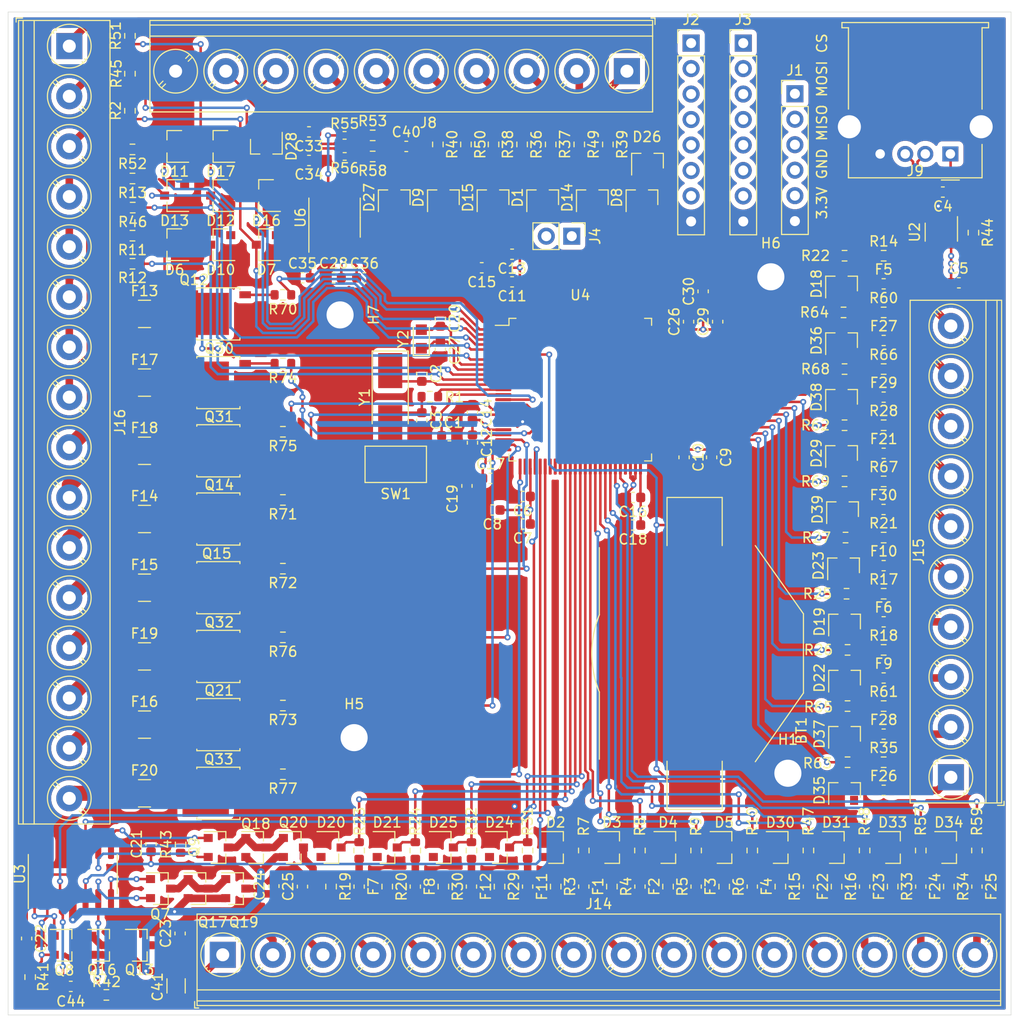
<source format=kicad_pcb>
(kicad_pcb (version 20171130) (host pcbnew 5.1.9-73d0e3b20d~88~ubuntu20.04.1)
  (layers (0 F.Cu signal) (1 In1.Cu signal) (2 In2.Cu power) (31 B.Cu signal) (34 B.Paste user) (35 F.Paste user) (36 B.SilkS user) (37 F.SilkS user) (38 B.Mask user) (39 F.Mask user) (44 Edge.Cuts user))
  (net 0 "")
  (net 1 GND)
  (net 2 "Net-(F1-Pad1)")
  (net 3 "Net-(F2-Pad1)")
  (net 4 "Net-(F3-Pad1)")
  (net 5 "Net-(F4-Pad1)")
  (net 6 "Net-(F5-Pad1)")
  (net 7 "Net-(F6-Pad1)")
  (net 8 "Net-(F7-Pad1)")
  (net 9 "Net-(F8-Pad1)")
  (net 10 "Net-(F9-Pad1)")
  (net 11 "Net-(F10-Pad1)")
  (net 12 "Net-(F11-Pad1)")
  (net 13 "Net-(F12-Pad1)")
  (net 14 "Net-(U2-Pad4)")
  (net 15 "Net-(Q7-Pad1)")
  (net 16 "Net-(Q8-Pad1)")
  (net 17 "Net-(Q9-Pad1)")
  (net 18 "Net-(U6-Pad5)")
  (net 19 "Net-(U6-Pad8)")
  (net 20 /CAN/CAN-)
  (net 21 /CAN/CAN+)
  (net 22 "Net-(BT1-Pad1)")
  (net 23 NRST)
  (net 24 /DAC/VDC)
  (net 25 "Net-(C40-Pad1)")
  (net 26 +3V3)
  (net 27 "Net-(Q13-Pad1)")
  (net 28 "Net-(Q17-Pad1)")
  (net 29 "Net-(Q7-Pad2)")
  (net 30 "Net-(Q8-Pad2)")
  (net 31 "Net-(Q18-Pad1)")
  (net 32 "Net-(Q9-Pad2)")
  (net 33 "Net-(U3-Pad13)")
  (net 34 "Net-(U4-Pad88)")
  (net 35 "Net-(U4-Pad87)")
  (net 36 "Net-(U4-Pad86)")
  (net 37 "Net-(R53-Pad1)")
  (net 38 "Net-(R56-Pad1)")
  (net 39 "Net-(C3-Pad2)")
  (net 40 "Net-(U4-Pad91)")
  (net 41 "Net-(U4-Pad90)")
  (net 42 "Net-(U4-Pad47)")
  (net 43 "Net-(U4-Pad34)")
  (net 44 "Net-(U4-Pad33)")
  (net 45 "Net-(U4-Pad32)")
  (net 46 "Net-(U4-Pad27)")
  (net 47 "Net-(U4-Pad19)")
  (net 48 "Net-(F21-Pad1)")
  (net 49 "Net-(F22-Pad1)")
  (net 50 "Net-(F23-Pad1)")
  (net 51 "Net-(F24-Pad1)")
  (net 52 "Net-(F25-Pad1)")
  (net 53 /SDADC/AI4)
  (net 54 /SDADC/AI5)
  (net 55 /SDADC/AI6)
  (net 56 /SDADC/AI7)
  (net 57 /SDADC/AI0)
  (net 58 /SDADC/AI1)
  (net 59 /SDADC/AI3)
  (net 60 /SDADC/AI2)
  (net 61 /SDADC/AI8)
  (net 62 /SDADC/AI9)
  (net 63 /SDADC/AI10)
  (net 64 /SDADC/AI11)
  (net 65 "Net-(F26-Pad1)")
  (net 66 "Net-(F27-Pad1)")
  (net 67 "Net-(F28-Pad1)")
  (net 68 "Net-(F29-Pad1)")
  (net 69 "Net-(F30-Pad1)")
  (net 70 "Net-(F13-Pad2)")
  (net 71 "Net-(F14-Pad2)")
  (net 72 "Net-(F15-Pad2)")
  (net 73 "Net-(F16-Pad2)")
  (net 74 "Net-(F17-Pad2)")
  (net 75 "Net-(F18-Pad2)")
  (net 76 "Net-(F19-Pad2)")
  (net 77 "Net-(F20-Pad2)")
  (net 78 "Net-(Q14-Pad4)")
  (net 79 "Net-(Q15-Pad4)")
  (net 80 "Net-(Q12-Pad4)")
  (net 81 "Net-(Q21-Pad4)")
  (net 82 "Net-(Q30-Pad4)")
  (net 83 "Net-(Q31-Pad4)")
  (net 84 "Net-(Q32-Pad4)")
  (net 85 "Net-(Q33-Pad4)")
  (net 86 +5V)
  (net 87 PF9)
  (net 88 PE4)
  (net 89 PF10)
  (net 90 PE5)
  (net 91 PC13)
  (net 92 PE3)
  (net 93 PE2)
  (net 94 USB+)
  (net 95 USB-)
  (net 96 PE6)
  (net 97 /Digital/P0)
  (net 98 /Digital/P2)
  (net 99 /Digital/P4)
  (net 100 /Digital/P6)
  (net 101 /Digital/P1)
  (net 102 /Digital/P3)
  (net 103 /Digital/P5)
  (net 104 /Digital/P7)
  (net 105 PC3)
  (net 106 PC2)
  (net 107 PC0)
  (net 108 PA0)
  (net 109 PA2)
  (net 110 PC1)
  (net 111 PA1)
  (net 112 PA3)
  (net 113 /INPUT/DI7)
  (net 114 /INPUT/DI6)
  (net 115 /INPUT/DI5)
  (net 116 /INPUT/DI4)
  (net 117 /INPUT/DI3)
  (net 118 /INPUT/DI2)
  (net 119 /INPUT/DI1)
  (net 120 /INPUT/DI0)
  (net 121 PA5)
  (net 122 PA6)
  (net 123 PA4)
  (net 124 /DAC/AO2)
  (net 125 /DAC/AO1)
  (net 126 /DAC/AO0)
  (net 127 PE8)
  (net 128 PE9)
  (net 129 PE10)
  (net 130 PE11)
  (net 131 PB0)
  (net 132 PB1)
  (net 133 PE7)
  (net 134 PB2)
  (net 135 PE12)
  (net 136 PE13)
  (net 137 PE14)
  (net 138 PE15)
  (net 139 PD14)
  (net 140 PD9)
  (net 141 PD8)
  (net 142 PD10)
  (net 143 PD12)
  (net 144 PB14)
  (net 145 PD15)
  (net 146 PB15)
  (net 147 PD13)
  (net 148 PD11)
  (net 149 /DSDADC/SAI4P)
  (net 150 /DSDADC/SAI1M)
  (net 151 /DSDADC/SAI1P)
  (net 152 /DSDADC/SAI2P)
  (net 153 /DSDADC/SAI3P)
  (net 154 /DSDADC/SAI0P)
  (net 155 /DSDADC/SAI4M)
  (net 156 /DSDADC/SAI0M)
  (net 157 /DSDADC/SAI3M)
  (net 158 /DSDADC/SAI2M)
  (net 159 PD1)
  (net 160 PD0)
  (net 161 PC10)
  (net 162 PB8)
  (net 163 PB6)
  (net 164 PB9)
  (net 165 PC11)
  (net 166 PC12)
  (net 167 PB7)
  (net 168 /Pulse/E0+)
  (net 169 /Pulse/E0-)
  (net 170 /Pulse/E1+)
  (net 171 /Pulse/E1-)
  (net 172 /Pulse/FI0)
  (net 173 /Pulse/FI1)
  (net 174 /Pulse/FI2)
  (net 175 PF0)
  (net 176 PC14)
  (net 177 PC15)
  (net 178 PF1)
  (net 179 PA13)
  (net 180 PA14)
  (net 181 PB3)
  (net 182 PC7)
  (net 183 PC8)
  (net 184 PC9)
  (net 185 PD2)
  (net 186 PD3)
  (net 187 PD4)
  (net 188 PA8)
  (net 189 PA9)
  (net 190 PA10)
  (net 191 PC6)
  (net 192 PF6)
  (net 193 PA15)
  (net 194 PE1)
  (net 195 PE0)
  (module Connector_PinHeader_2.54mm:PinHeader_1x02_P2.54mm_Vertical (layer F.Cu) (at 152.2 73.35 270)
    (fp_text reference J4 (at 0 -2.33 90) (layer F.SilkS))
    (fp_text value Conn_01x02)
    (pad 2 thru_hole oval (at 0 2.54 270) (size 1.7 1.7) (drill 1) (layers *.Cu *.Mask) (net 194 PE1))
    (pad 1 thru_hole rect (at 0 0 270) (size 1.7 1.7) (drill 1) (layers *.Cu *.Mask) (net 195 PE0))
  )
  (module Connector_PinHeader_2.54mm:PinHeader_1x08_P2.54mm_Vertical (layer F.Cu) (at 169.3 54.1)
    (fp_text reference J3 (at 0 -2.33) (layer F.SilkS))
    (fp_text value Conn_01x08)
    (pad 8 thru_hole oval (at 0 17.78) (size 1.7 1.7) (drill 1) (layers *.Cu *.Mask) (net 1 GND))
    (pad 7 thru_hole oval (at 0 15.24) (size 1.7 1.7) (drill 1) (layers *.Cu *.Mask) (net 26 +3V3))
    (pad 6 thru_hole oval (at 0 12.7) (size 1.7 1.7) (drill 1) (layers *.Cu *.Mask) (net 188 PA8))
    (pad 5 thru_hole oval (at 0 10.16) (size 1.7 1.7) (drill 1) (layers *.Cu *.Mask) (net 189 PA9))
    (pad 4 thru_hole oval (at 0 7.62) (size 1.7 1.7) (drill 1) (layers *.Cu *.Mask) (net 190 PA10))
    (pad 3 thru_hole oval (at 0 5.08) (size 1.7 1.7) (drill 1) (layers *.Cu *.Mask) (net 191 PC6))
    (pad 2 thru_hole oval (at 0 2.54) (size 1.7 1.7) (drill 1) (layers *.Cu *.Mask) (net 192 PF6))
    (pad 1 thru_hole rect (at 0 0) (size 1.7 1.7) (drill 1) (layers *.Cu *.Mask) (net 193 PA15))
  )
  (module Connector_PinHeader_2.54mm:PinHeader_1x08_P2.54mm_Vertical (layer F.Cu) (at 164.1 54.1)
    (fp_text reference J2 (at 0 -2.33) (layer F.SilkS))
    (fp_text value Conn_01x08)
    (pad 8 thru_hole oval (at 0 17.78) (size 1.7 1.7) (drill 1) (layers *.Cu *.Mask) (net 1 GND))
    (pad 7 thru_hole oval (at 0 15.24) (size 1.7 1.7) (drill 1) (layers *.Cu *.Mask) (net 26 +3V3))
    (pad 6 thru_hole oval (at 0 12.7) (size 1.7 1.7) (drill 1) (layers *.Cu *.Mask) (net 182 PC7))
    (pad 5 thru_hole oval (at 0 10.16) (size 1.7 1.7) (drill 1) (layers *.Cu *.Mask) (net 183 PC8))
    (pad 4 thru_hole oval (at 0 7.62) (size 1.7 1.7) (drill 1) (layers *.Cu *.Mask) (net 184 PC9))
    (pad 3 thru_hole oval (at 0 5.08) (size 1.7 1.7) (drill 1) (layers *.Cu *.Mask) (net 185 PD2))
    (pad 2 thru_hole oval (at 0 2.54) (size 1.7 1.7) (drill 1) (layers *.Cu *.Mask) (net 186 PD3))
    (pad 1 thru_hole rect (at 0 0) (size 1.7 1.7) (drill 1) (layers *.Cu *.Mask) (net 187 PD4))
  )
  (module Capacitor_SMD:C_0603_1608Metric (layer F.Cu) (at 146.25 77.9 180)
    (fp_text reference C11 (at 0 -1.43) (layer F.SilkS))
    (fp_text value 100nF)
    (pad 2 smd roundrect (at 0.775 0 180) (size 0.9 0.95) (layers F.Cu F.Paste F.Mask) (net 1 GND))
    (pad 1 smd roundrect (at -0.775 0 180) (size 0.9 0.95) (layers F.Cu F.Paste F.Mask) (net 26 +3V3))
  )
  (module Crystal:Crystal_SMD_2012-2Pin_2.0x1.2mm_HandSoldering (layer F.Cu) (at 137.2 83.6 90)
    (fp_text reference Y2 (at 0 -1.8 90) (layer F.SilkS))
    (fp_text value "32.768 kHz")
    (pad 2 smd rect (at 0.925 0 90) (size 1.05 1.1) (layers F.Cu F.Paste F.Mask) (net 176 PC14))
    (pad 1 smd rect (at -0.925 0 90) (size 1.05 1.1) (layers F.Cu F.Paste F.Mask) (net 177 PC15))
  )
  (module Crystal:Crystal_SMD_5032-2Pin_5.0x3.2mm_HandSoldering (layer F.Cu) (at 134.1 89.35 270)
    (fp_text reference Y1 (at 0.05 2.55 90) (layer F.SilkS))
    (fp_text value HSE)
    (pad 2 smd rect (at 2.6 0 270) (size 3.5 2.4) (layers F.Cu F.Paste F.Mask) (net 39 "Net-(C3-Pad2)"))
    (pad 1 smd rect (at -2.6 0 270) (size 3.5 2.4) (layers F.Cu F.Paste F.Mask) (net 175 PF0))
  )
  (module Resistor_SMD:R_0603_1608Metric (layer F.Cu) (at 123.4 127 180)
    (fp_text reference R77 (at 0 -1.43) (layer F.SilkS))
    (fp_text value 160)
    (pad 2 smd roundrect (at 0.825 0 180) (size 0.8 0.95) (layers F.Cu F.Paste F.Mask) (net 85 "Net-(Q33-Pad4)"))
    (pad 1 smd roundrect (at -0.825 0 180) (size 0.8 0.95) (layers F.Cu F.Paste F.Mask) (net 112 PA3))
  )
  (module Resistor_SMD:R_0603_1608Metric (layer F.Cu) (at 123.4 113.35 180)
    (fp_text reference R76 (at 0 -1.43) (layer F.SilkS))
    (fp_text value 160)
    (pad 2 smd roundrect (at 0.825 0 180) (size 0.8 0.95) (layers F.Cu F.Paste F.Mask) (net 84 "Net-(Q32-Pad4)"))
    (pad 1 smd roundrect (at -0.825 0 180) (size 0.8 0.95) (layers F.Cu F.Paste F.Mask) (net 111 PA1))
  )
  (module Resistor_SMD:R_0603_1608Metric (layer F.Cu) (at 123.4 92.85 180)
    (fp_text reference R75 (at 0 -1.43) (layer F.SilkS))
    (fp_text value 160)
    (pad 2 smd roundrect (at 0.825 0 180) (size 0.8 0.95) (layers F.Cu F.Paste F.Mask) (net 83 "Net-(Q31-Pad4)"))
    (pad 1 smd roundrect (at -0.825 0 180) (size 0.8 0.95) (layers F.Cu F.Paste F.Mask) (net 106 PC2))
  )
  (module Resistor_SMD:R_0603_1608Metric (layer F.Cu) (at 123.4 86.05 180)
    (fp_text reference R74 (at 0 -1.43) (layer F.SilkS))
    (fp_text value 160)
    (pad 2 smd roundrect (at 0.825 0 180) (size 0.8 0.95) (layers F.Cu F.Paste F.Mask) (net 82 "Net-(Q30-Pad4)"))
    (pad 1 smd roundrect (at -0.825 0 180) (size 0.8 0.95) (layers F.Cu F.Paste F.Mask) (net 110 PC1))
  )
  (module Resistor_SMD:R_0603_1608Metric (layer F.Cu) (at 123.4 120.15 180)
    (fp_text reference R73 (at 0 -1.43) (layer F.SilkS))
    (fp_text value 160)
    (pad 2 smd roundrect (at 0.825 0 180) (size 0.8 0.95) (layers F.Cu F.Paste F.Mask) (net 81 "Net-(Q21-Pad4)"))
    (pad 1 smd roundrect (at -0.825 0 180) (size 0.8 0.95) (layers F.Cu F.Paste F.Mask) (net 109 PA2))
  )
  (module Resistor_SMD:R_0603_1608Metric (layer F.Cu) (at 123.4 106.5 180)
    (fp_text reference R72 (at 0 -1.43) (layer F.SilkS))
    (fp_text value 160)
    (pad 2 smd roundrect (at 0.825 0 180) (size 0.8 0.95) (layers F.Cu F.Paste F.Mask) (net 79 "Net-(Q15-Pad4)"))
    (pad 1 smd roundrect (at -0.825 0 180) (size 0.8 0.95) (layers F.Cu F.Paste F.Mask) (net 108 PA0))
  )
  (module Resistor_SMD:R_0603_1608Metric (layer F.Cu) (at 123.4 99.65 180)
    (fp_text reference R71 (at 0 -1.43) (layer F.SilkS))
    (fp_text value 160)
    (pad 2 smd roundrect (at 0.825 0 180) (size 0.8 0.95) (layers F.Cu F.Paste F.Mask) (net 78 "Net-(Q14-Pad4)"))
    (pad 1 smd roundrect (at -0.825 0 180) (size 0.8 0.95) (layers F.Cu F.Paste F.Mask) (net 105 PC3))
  )
  (module Package_TO_SOT_SMD:LFPAK56 (layer F.Cu) (at 116.8 115.25 180)
    (fp_text reference Q32 (at -0.245 3.4) (layer F.SilkS))
    (fp_text value PSMN025-80YL)
    (pad 5 smd custom (at 0.435 0 180) (size 3.3 4.2) (layers F.Cu F.Mask) (net 76 "Net-(F19-Pad2)") (options (clearance outline) (anchor rect)) (primitives (gr_poly (pts (xy 1.425 -2.35) (xy 2.975 -2.35) (xy 2.975 2.35) (xy 1.425 2.35)) (width 0))))
    (pad 4 smd rect (at -2.835 1.91 90) (size 0.7 1.15) (layers F.Cu F.Paste F.Mask) (net 84 "Net-(Q32-Pad4)"))
    (pad 3 smd rect (at -2.835 0.64 90) (size 0.7 1.15) (layers F.Cu F.Paste F.Mask) (net 1 GND))
    (pad 1 smd rect (at -2.835 -1.91 90) (size 0.7 1.15) (layers F.Cu F.Paste F.Mask) (net 1 GND))
    (pad 2 smd rect (at -2.835 -0.64 90) (size 0.7 1.15) (layers F.Cu F.Paste F.Mask) (net 1 GND))
  )
  (module Package_TO_SOT_SMD:LFPAK56 (layer F.Cu) (at 116.8 94.75 180)
    (fp_text reference Q31 (at -0.245 3.4) (layer F.SilkS))
    (fp_text value PSMN025-80YL)
    (pad 5 smd custom (at 0.435 0 180) (size 3.3 4.2) (layers F.Cu F.Mask) (net 75 "Net-(F18-Pad2)") (options (clearance outline) (anchor rect)) (primitives (gr_poly (pts (xy 1.425 -2.35) (xy 2.975 -2.35) (xy 2.975 2.35) (xy 1.425 2.35)) (width 0))))
    (pad 4 smd rect (at -2.835 1.91 90) (size 0.7 1.15) (layers F.Cu F.Paste F.Mask) (net 83 "Net-(Q31-Pad4)"))
    (pad 3 smd rect (at -2.835 0.64 90) (size 0.7 1.15) (layers F.Cu F.Paste F.Mask) (net 1 GND))
    (pad 1 smd rect (at -2.835 -1.91 90) (size 0.7 1.15) (layers F.Cu F.Paste F.Mask) (net 1 GND))
    (pad 2 smd rect (at -2.835 -0.64 90) (size 0.7 1.15) (layers F.Cu F.Paste F.Mask) (net 1 GND))
  )
  (module Package_TO_SOT_SMD:LFPAK56 (layer F.Cu) (at 116.8 87.95 180)
    (fp_text reference Q30 (at -0.245 3.4) (layer F.SilkS))
    (fp_text value PSMN025-80YL)
    (pad 5 smd custom (at 0.435 0 180) (size 3.3 4.2) (layers F.Cu F.Mask) (net 74 "Net-(F17-Pad2)") (options (clearance outline) (anchor rect)) (primitives (gr_poly (pts (xy 1.425 -2.35) (xy 2.975 -2.35) (xy 2.975 2.35) (xy 1.425 2.35)) (width 0))))
    (pad 4 smd rect (at -2.835 1.91 90) (size 0.7 1.15) (layers F.Cu F.Paste F.Mask) (net 82 "Net-(Q30-Pad4)"))
    (pad 3 smd rect (at -2.835 0.64 90) (size 0.7 1.15) (layers F.Cu F.Paste F.Mask) (net 1 GND))
    (pad 1 smd rect (at -2.835 -1.91 90) (size 0.7 1.15) (layers F.Cu F.Paste F.Mask) (net 1 GND))
    (pad 2 smd rect (at -2.835 -0.64 90) (size 0.7 1.15) (layers F.Cu F.Paste F.Mask) (net 1 GND))
  )
  (module Package_TO_SOT_SMD:LFPAK56 (layer F.Cu) (at 116.8 122.05 180)
    (fp_text reference Q21 (at -0.245 3.4) (layer F.SilkS))
    (fp_text value PSMN025-80YL)
    (pad 5 smd custom (at 0.435 0 180) (size 3.3 4.2) (layers F.Cu F.Mask) (net 73 "Net-(F16-Pad2)") (options (clearance outline) (anchor rect)) (primitives (gr_poly (pts (xy 1.425 -2.35) (xy 2.975 -2.35) (xy 2.975 2.35) (xy 1.425 2.35)) (width 0))))
    (pad 4 smd rect (at -2.835 1.91 90) (size 0.7 1.15) (layers F.Cu F.Paste F.Mask) (net 81 "Net-(Q21-Pad4)"))
    (pad 3 smd rect (at -2.835 0.64 90) (size 0.7 1.15) (layers F.Cu F.Paste F.Mask) (net 1 GND))
    (pad 1 smd rect (at -2.835 -1.91 90) (size 0.7 1.15) (layers F.Cu F.Paste F.Mask) (net 1 GND))
    (pad 2 smd rect (at -2.835 -0.64 90) (size 0.7 1.15) (layers F.Cu F.Paste F.Mask) (net 1 GND))
  )
  (module Package_TO_SOT_SMD:LFPAK56 (layer F.Cu) (at 116.8 101.55 180)
    (fp_text reference Q14 (at -0.245 3.4) (layer F.SilkS))
    (fp_text value PSMN025-80YL)
    (pad 5 smd custom (at 0.435 0 180) (size 3.3 4.2) (layers F.Cu F.Mask) (net 71 "Net-(F14-Pad2)") (options (clearance outline) (anchor rect)) (primitives (gr_poly (pts (xy 1.425 -2.35) (xy 2.975 -2.35) (xy 2.975 2.35) (xy 1.425 2.35)) (width 0))))
    (pad 4 smd rect (at -2.835 1.91 90) (size 0.7 1.15) (layers F.Cu F.Paste F.Mask) (net 78 "Net-(Q14-Pad4)"))
    (pad 3 smd rect (at -2.835 0.64 90) (size 0.7 1.15) (layers F.Cu F.Paste F.Mask) (net 1 GND))
    (pad 1 smd rect (at -2.835 -1.91 90) (size 0.7 1.15) (layers F.Cu F.Paste F.Mask) (net 1 GND))
    (pad 2 smd rect (at -2.835 -0.64 90) (size 0.7 1.15) (layers F.Cu F.Paste F.Mask) (net 1 GND))
  )
  (module Fuse:Fuse_1210_3225Metric (layer F.Cu) (at 109.6 115.25)
    (fp_text reference F19 (at 0 -2.28) (layer F.SilkS))
    (fp_text value "Max 2.2A")
    (pad 2 smd roundrect (at 1.4 0) (size 1.25 2.65) (layers F.Cu F.Paste F.Mask) (roundrect_rratio 0.2) (net 76 "Net-(F19-Pad2)"))
    (pad 1 smd roundrect (at -1.4 0) (size 1.25 2.65) (layers F.Cu F.Paste F.Mask) (roundrect_rratio 0.2) (net 103 /Digital/P5))
  )
  (module Fuse:Fuse_1210_3225Metric (layer F.Cu) (at 109.6 94.75)
    (fp_text reference F18 (at 0 -2.28) (layer F.SilkS))
    (fp_text value "Max 2.2A")
    (pad 2 smd roundrect (at 1.4 0) (size 1.25 2.65) (layers F.Cu F.Paste F.Mask) (roundrect_rratio 0.2) (net 75 "Net-(F18-Pad2)"))
    (pad 1 smd roundrect (at -1.4 0) (size 1.25 2.65) (layers F.Cu F.Paste F.Mask) (roundrect_rratio 0.2) (net 102 /Digital/P3))
  )
  (module Fuse:Fuse_1210_3225Metric (layer F.Cu) (at 109.6 87.95)
    (fp_text reference F17 (at 0 -2.28) (layer F.SilkS))
    (fp_text value "Max 2.2A")
    (pad 2 smd roundrect (at 1.4 0) (size 1.25 2.65) (layers F.Cu F.Paste F.Mask) (roundrect_rratio 0.2) (net 74 "Net-(F17-Pad2)"))
    (pad 1 smd roundrect (at -1.4 0) (size 1.25 2.65) (layers F.Cu F.Paste F.Mask) (roundrect_rratio 0.2) (net 101 /Digital/P1))
  )
  (module Fuse:Fuse_1210_3225Metric (layer F.Cu) (at 109.6 122.05)
    (fp_text reference F16 (at 0 -2.28) (layer F.SilkS))
    (fp_text value "Max 2.2A")
    (pad 2 smd roundrect (at 1.4 0) (size 1.25 2.65) (layers F.Cu F.Paste F.Mask) (roundrect_rratio 0.2) (net 73 "Net-(F16-Pad2)"))
    (pad 1 smd roundrect (at -1.4 0) (size 1.25 2.65) (layers F.Cu F.Paste F.Mask) (roundrect_rratio 0.2) (net 100 /Digital/P6))
  )
  (module Fuse:Fuse_1210_3225Metric (layer F.Cu) (at 109.6 101.55)
    (fp_text reference F14 (at 0 -2.28) (layer F.SilkS))
    (fp_text value "Max 2.2A")
    (pad 2 smd roundrect (at 1.4 0) (size 1.25 2.65) (layers F.Cu F.Paste F.Mask) (roundrect_rratio 0.2) (net 71 "Net-(F14-Pad2)"))
    (pad 1 smd roundrect (at -1.4 0) (size 1.25 2.65) (layers F.Cu F.Paste F.Mask) (roundrect_rratio 0.2) (net 98 /Digital/P2))
  )
  (module Diode_SMD:D_SOT-23_ANK (layer F.Cu) (at 179.1 83.75 90)
    (fp_text reference D36 (at 0 -2.5 90) (layer F.SilkS))
    (fp_text value BZX84C3V6LT1G)
    (pad 1 smd rect (at 1 0 90) (size 0.9 0.8) (layers F.Cu F.Paste F.Mask) (net 139 PD14))
    (pad "" smd rect (at -1 0.95 90) (size 0.9 0.8) (layers F.Cu F.Paste F.Mask))
    (pad 2 smd rect (at -1 -0.95 90) (size 0.9 0.8) (layers F.Cu F.Paste F.Mask) (net 1 GND))
  )
  (module Resistor_SMD:R_0603_1608Metric (layer F.Cu) (at 142.2 134.6 90)
    (fp_text reference R32 (at 2.9 0 90) (layer F.SilkS))
    (fp_text value 10k)
    (pad 2 smd roundrect (at 0.825 0 90) (size 0.8 0.95) (layers F.Cu F.Paste F.Mask) (net 134 PB2))
    (pad 1 smd roundrect (at -0.825 0 90) (size 0.8 0.95) (layers F.Cu F.Paste F.Mask) (net 13 "Net-(F12-Pad1)"))
  )
  (module Resistor_SMD:R_0603_1608Metric (layer F.Cu) (at 139.4 138.2 270)
    (fp_text reference R30 (at 0 -1.43 90) (layer F.SilkS))
    (fp_text value 160)
    (pad 2 smd roundrect (at 0.825 0 270) (size 0.8 0.95) (layers F.Cu F.Paste F.Mask) (net 1 GND))
    (pad 1 smd roundrect (at -0.825 0 270) (size 0.8 0.95) (layers F.Cu F.Paste F.Mask) (net 13 "Net-(F12-Pad1)"))
  )
  (module Resistor_SMD:R_0603_1608Metric (layer F.Cu) (at 123.4 79.2 180)
    (fp_text reference R70 (at 0 -1.43) (layer F.SilkS))
    (fp_text value 160)
    (pad 2 smd roundrect (at 0.825 0 180) (size 0.8 0.95) (layers F.Cu F.Paste F.Mask) (net 80 "Net-(Q12-Pad4)"))
    (pad 1 smd roundrect (at -0.825 0 180) (size 0.8 0.95) (layers F.Cu F.Paste F.Mask) (net 107 PC0))
  )
  (module Package_TO_SOT_SMD:LFPAK56 (layer F.Cu) (at 116.8 128.9 180)
    (fp_text reference Q33 (at -0.2 3.4) (layer F.SilkS))
    (fp_text value PSMN025-80YL)
    (pad 5 smd custom (at 0.435 0 180) (size 3.3 4.2) (layers F.Cu F.Mask) (net 77 "Net-(F20-Pad2)") (options (clearance outline) (anchor rect)) (primitives (gr_poly (pts (xy 1.425 -2.35) (xy 2.975 -2.35) (xy 2.975 2.35) (xy 1.425 2.35)) (width 0))))
    (pad 4 smd rect (at -2.835 1.91 90) (size 0.7 1.15) (layers F.Cu F.Paste F.Mask) (net 85 "Net-(Q33-Pad4)"))
    (pad 3 smd rect (at -2.835 0.64 90) (size 0.7 1.15) (layers F.Cu F.Paste F.Mask) (net 1 GND))
    (pad 1 smd rect (at -2.835 -1.91 90) (size 0.7 1.15) (layers F.Cu F.Paste F.Mask) (net 1 GND))
    (pad 2 smd rect (at -2.835 -0.64 90) (size 0.7 1.15) (layers F.Cu F.Paste F.Mask) (net 1 GND))
  )
  (module Package_TO_SOT_SMD:LFPAK56 (layer F.Cu) (at 116.8 108.4 180)
    (fp_text reference Q15 (at 0 3.4) (layer F.SilkS))
    (fp_text value PSMN025-80YL)
    (pad 5 smd custom (at 0.435 0 180) (size 3.3 4.2) (layers F.Cu F.Mask) (net 72 "Net-(F15-Pad2)") (options (clearance outline) (anchor rect)) (primitives (gr_poly (pts (xy 1.425 -2.35) (xy 2.975 -2.35) (xy 2.975 2.35) (xy 1.425 2.35)) (width 0))))
    (pad 4 smd rect (at -2.835 1.91 90) (size 0.7 1.15) (layers F.Cu F.Paste F.Mask) (net 79 "Net-(Q15-Pad4)"))
    (pad 3 smd rect (at -2.835 0.64 90) (size 0.7 1.15) (layers F.Cu F.Paste F.Mask) (net 1 GND))
    (pad 1 smd rect (at -2.835 -1.91 90) (size 0.7 1.15) (layers F.Cu F.Paste F.Mask) (net 1 GND))
    (pad 2 smd rect (at -2.835 -0.64 90) (size 0.7 1.15) (layers F.Cu F.Paste F.Mask) (net 1 GND))
  )
  (module Package_TO_SOT_SMD:LFPAK56 (layer F.Cu) (at 116.8 81.1 180)
    (fp_text reference Q12 (at 2.25 3.4) (layer F.SilkS))
    (fp_text value PSMN025-80YL)
    (pad 5 smd custom (at 0.435 0 180) (size 3.3 4.2) (layers F.Cu F.Mask) (net 70 "Net-(F13-Pad2)") (options (clearance outline) (anchor rect)) (primitives (gr_poly (pts (xy 1.425 -2.35) (xy 2.975 -2.35) (xy 2.975 2.35) (xy 1.425 2.35)) (width 0))))
    (pad 4 smd rect (at -2.835 1.91 90) (size 0.7 1.15) (layers F.Cu F.Paste F.Mask) (net 80 "Net-(Q12-Pad4)"))
    (pad 3 smd rect (at -2.835 0.64 90) (size 0.7 1.15) (layers F.Cu F.Paste F.Mask) (net 1 GND))
    (pad 1 smd rect (at -2.835 -1.91 90) (size 0.7 1.15) (layers F.Cu F.Paste F.Mask) (net 1 GND))
    (pad 2 smd rect (at -2.835 -0.64 90) (size 0.7 1.15) (layers F.Cu F.Paste F.Mask) (net 1 GND))
  )
  (module Fuse:Fuse_1210_3225Metric (layer F.Cu) (at 109.6 128.9)
    (fp_text reference F20 (at 0 -2.28) (layer F.SilkS))
    (fp_text value "Max 2.2A")
    (pad 2 smd roundrect (at 1.4 0) (size 1.25 2.65) (layers F.Cu F.Paste F.Mask) (roundrect_rratio 0.2) (net 77 "Net-(F20-Pad2)"))
    (pad 1 smd roundrect (at -1.4 0) (size 1.25 2.65) (layers F.Cu F.Paste F.Mask) (roundrect_rratio 0.2) (net 104 /Digital/P7))
  )
  (module Fuse:Fuse_1210_3225Metric (layer F.Cu) (at 109.6 108.4)
    (fp_text reference F15 (at 0 -2.28) (layer F.SilkS))
    (fp_text value "Max 2.2A")
    (pad 2 smd roundrect (at 1.4 0) (size 1.25 2.65) (layers F.Cu F.Paste F.Mask) (roundrect_rratio 0.2) (net 72 "Net-(F15-Pad2)"))
    (pad 1 smd roundrect (at -1.4 0) (size 1.25 2.65) (layers F.Cu F.Paste F.Mask) (roundrect_rratio 0.2) (net 99 /Digital/P4))
  )
  (module Fuse:Fuse_1210_3225Metric (layer F.Cu) (at 109.6 81.1)
    (fp_text reference F13 (at 0 -2.28) (layer F.SilkS))
    (fp_text value "Max 2.2A")
    (pad 2 smd roundrect (at 1.4 0) (size 1.25 2.65) (layers F.Cu F.Paste F.Mask) (roundrect_rratio 0.2) (net 70 "Net-(F13-Pad2)"))
    (pad 1 smd roundrect (at -1.4 0) (size 1.25 2.65) (layers F.Cu F.Paste F.Mask) (roundrect_rratio 0.2) (net 97 /Digital/P0))
  )
  (module Diode_SMD:D_SOT-23_ANK (layer F.Cu) (at 145 134.3)
    (fp_text reference D24 (at 0 -2.5) (layer F.SilkS))
    (fp_text value BZX84C3V6LT1G)
    (pad 1 smd rect (at 1 0) (size 0.9 0.8) (layers F.Cu F.Paste F.Mask) (net 133 PE7))
    (pad "" smd rect (at -1 0.95) (size 0.9 0.8) (layers F.Cu F.Paste F.Mask))
    (pad 2 smd rect (at -1 -0.95) (size 0.9 0.8) (layers F.Cu F.Paste F.Mask) (net 1 GND))
  )
  (module Diode_SMD:D_SOT-23_ANK (layer F.Cu) (at 133.8 134.3)
    (fp_text reference D21 (at 0 -2.5) (layer F.SilkS))
    (fp_text value BZX84C3V6LT1G)
    (pad 1 smd rect (at 1 0) (size 0.9 0.8) (layers F.Cu F.Paste F.Mask) (net 132 PB1))
    (pad "" smd rect (at -1 0.95) (size 0.9 0.8) (layers F.Cu F.Paste F.Mask))
    (pad 2 smd rect (at -1 -0.95) (size 0.9 0.8) (layers F.Cu F.Paste F.Mask) (net 1 GND))
  )
  (module Diode_SMD:D_SOT-23_ANK (layer F.Cu) (at 128.2 134.3)
    (fp_text reference D20 (at 0 -2.5 180) (layer F.SilkS))
    (fp_text value BZX84C3V6LT1G)
    (pad 1 smd rect (at 1 0) (size 0.9 0.8) (layers F.Cu F.Paste F.Mask) (net 131 PB0))
    (pad "" smd rect (at -1 0.95) (size 0.9 0.8) (layers F.Cu F.Paste F.Mask))
    (pad 2 smd rect (at -1 -0.95) (size 0.9 0.8) (layers F.Cu F.Paste F.Mask) (net 1 GND))
  )
  (module Package_SO:SOIC-8_3.9x4.9mm_P1.27mm (layer F.Cu) (at 128.55 71.5 90)
    (fp_text reference U6 (at 0 -3.4 90) (layer F.SilkS))
    (fp_text value TCAN332)
    (pad 8 smd roundrect (at 2.475 -1.905 90) (size 1.95 0.6) (layers F.Cu F.Paste F.Mask) (net 19 "Net-(U6-Pad8)"))
    (pad 7 smd roundrect (at 2.475 -0.635 90) (size 1.95 0.6) (layers F.Cu F.Paste F.Mask) (net 21 /CAN/CAN+))
    (pad 6 smd roundrect (at 2.475 0.635 90) (size 1.95 0.6) (layers F.Cu F.Paste F.Mask) (net 20 /CAN/CAN-))
    (pad 5 smd roundrect (at 2.475 1.905 90) (size 1.95 0.6) (layers F.Cu F.Paste F.Mask) (net 18 "Net-(U6-Pad5)"))
    (pad 4 smd roundrect (at -2.475 1.905 90) (size 1.95 0.6) (layers F.Cu F.Paste F.Mask) (net 160 PD0))
    (pad 3 smd roundrect (at -2.475 0.635 90) (size 1.95 0.6) (layers F.Cu F.Paste F.Mask) (net 26 +3V3))
    (pad 2 smd roundrect (at -2.475 -0.635 90) (size 1.95 0.6) (layers F.Cu F.Paste F.Mask) (net 1 GND))
    (pad 1 smd roundrect (at -2.475 -1.905 90) (size 1.95 0.6) (layers F.Cu F.Paste F.Mask) (net 159 PD1))
  )
  (module Package_TO_SOT_SMD:SOT-23-5 (layer F.Cu) (at 189.05 72.95 270)
    (fp_text reference U2 (at 0 2.65 90) (layer F.SilkS))
    (fp_text value AP7365-33WG-7)
    (pad 5 smd rect (at 1.1 -0.95 270) (size 1.06 0.65) (layers F.Cu F.Paste F.Mask) (net 26 +3V3))
    (pad 4 smd rect (at 1.1 0.95 270) (size 1.06 0.65) (layers F.Cu F.Paste F.Mask) (net 14 "Net-(U2-Pad4)"))
    (pad 3 smd rect (at -1.1 0.95 270) (size 1.06 0.65) (layers F.Cu F.Paste F.Mask) (net 86 +5V))
    (pad 2 smd rect (at -1.1 0 270) (size 1.06 0.65) (layers F.Cu F.Paste F.Mask) (net 1 GND))
    (pad 1 smd rect (at -1.1 -0.95 270) (size 1.06 0.65) (layers F.Cu F.Paste F.Mask) (net 86 +5V))
  )
  (module Button_Switch_SMD:SW_SPST_FSMSM (layer F.Cu) (at 134.65 96.1)
    (fp_text reference SW1 (at 0 2.95) (layer F.SilkS))
    (fp_text value SW_Push)
    (pad 2 smd rect (at 4.59 0) (size 2.18 1.6) (layers F.Cu F.Paste F.Mask) (net 23 NRST))
    (pad 1 smd rect (at -4.59 0) (size 2.18 1.6) (layers F.Cu F.Paste F.Mask) (net 1 GND))
  )
  (module Resistor_SMD:R_0603_1608Metric (layer F.Cu) (at 179.4 97.8 180)
    (fp_text reference R69 (at 2.9 0) (layer F.SilkS))
    (fp_text value 10k)
    (pad 2 smd roundrect (at 0.825 0 180) (size 0.8 0.95) (layers F.Cu F.Paste F.Mask) (net 148 PD11))
    (pad 1 smd roundrect (at -0.825 0 180) (size 0.8 0.95) (layers F.Cu F.Paste F.Mask) (net 69 "Net-(F30-Pad1)"))
  )
  (module Resistor_SMD:R_0603_1608Metric (layer F.Cu) (at 179.4 86.6 180)
    (fp_text reference R68 (at 2.9 0) (layer F.SilkS))
    (fp_text value 10k)
    (pad 2 smd roundrect (at 0.825 0 180) (size 0.8 0.95) (layers F.Cu F.Paste F.Mask) (net 147 PD13))
    (pad 1 smd roundrect (at -0.825 0 180) (size 0.8 0.95) (layers F.Cu F.Paste F.Mask) (net 68 "Net-(F29-Pad1)"))
  )
  (module Resistor_SMD:R_0603_1608Metric (layer F.Cu) (at 183.3 97.8)
    (fp_text reference R67 (at 0 -1.43) (layer F.SilkS))
    (fp_text value 160)
    (pad 2 smd roundrect (at 0.825 0) (size 0.8 0.95) (layers F.Cu F.Paste F.Mask) (net 1 GND))
    (pad 1 smd roundrect (at -0.825 0) (size 0.8 0.95) (layers F.Cu F.Paste F.Mask) (net 69 "Net-(F30-Pad1)"))
  )
  (module Resistor_SMD:R_0603_1608Metric (layer F.Cu) (at 183.3 86.6)
    (fp_text reference R66 (at 0 -1.43) (layer F.SilkS))
    (fp_text value 160)
    (pad 2 smd roundrect (at 0.825 0) (size 0.8 0.95) (layers F.Cu F.Paste F.Mask) (net 1 GND))
    (pad 1 smd roundrect (at -0.825 0) (size 0.8 0.95) (layers F.Cu F.Paste F.Mask) (net 68 "Net-(F29-Pad1)"))
  )
  (module Resistor_SMD:R_0603_1608Metric (layer F.Cu) (at 179.7 120.2 180)
    (fp_text reference R65 (at 2.9 -0.1) (layer F.SilkS))
    (fp_text value 10k)
    (pad 2 smd roundrect (at 0.825 0 180) (size 0.8 0.95) (layers F.Cu F.Paste F.Mask) (net 146 PB15))
    (pad 1 smd roundrect (at -0.825 0 180) (size 0.8 0.95) (layers F.Cu F.Paste F.Mask) (net 67 "Net-(F28-Pad1)"))
  )
  (module Resistor_SMD:R_0603_1608Metric (layer F.Cu) (at 179.3 80.95 180)
    (fp_text reference R64 (at 2.9 0) (layer F.SilkS))
    (fp_text value 10k)
    (pad 2 smd roundrect (at 0.825 0 180) (size 0.8 0.95) (layers F.Cu F.Paste F.Mask) (net 139 PD14))
    (pad 1 smd roundrect (at -0.825 0 180) (size 0.8 0.95) (layers F.Cu F.Paste F.Mask) (net 66 "Net-(F27-Pad1)"))
  )
  (module Resistor_SMD:R_0603_1608Metric (layer F.Cu) (at 179.7 125.8 180)
    (fp_text reference R63 (at 3 -0.1) (layer F.SilkS))
    (fp_text value 10k)
    (pad 2 smd roundrect (at 0.825 0 180) (size 0.8 0.95) (layers F.Cu F.Paste F.Mask) (net 144 PB14))
    (pad 1 smd roundrect (at -0.825 0 180) (size 0.8 0.95) (layers F.Cu F.Paste F.Mask) (net 65 "Net-(F26-Pad1)"))
  )
  (module Resistor_SMD:R_0603_1608Metric (layer F.Cu) (at 179.4 92.2 180)
    (fp_text reference R62 (at 2.9 0) (layer F.SilkS))
    (fp_text value 10k)
    (pad 2 smd roundrect (at 0.825 0 180) (size 0.8 0.95) (layers F.Cu F.Paste F.Mask) (net 143 PD12))
    (pad 1 smd roundrect (at -0.825 0 180) (size 0.8 0.95) (layers F.Cu F.Paste F.Mask) (net 48 "Net-(F21-Pad1)"))
  )
  (module Resistor_SMD:R_0603_1608Metric (layer F.Cu) (at 183.3 120.2)
    (fp_text reference R61 (at 0 -1.43) (layer F.SilkS))
    (fp_text value 160)
    (pad 2 smd roundrect (at 0.825 0) (size 0.8 0.95) (layers F.Cu F.Paste F.Mask) (net 1 GND))
    (pad 1 smd roundrect (at -0.825 0) (size 0.8 0.95) (layers F.Cu F.Paste F.Mask) (net 67 "Net-(F28-Pad1)"))
  )
  (module Resistor_SMD:R_0603_1608Metric (layer F.Cu) (at 183.3 80.95)
    (fp_text reference R60 (at 0 -1.43) (layer F.SilkS))
    (fp_text value 160)
    (pad 2 smd roundrect (at 0.825 0) (size 0.8 0.95) (layers F.Cu F.Paste F.Mask) (net 1 GND))
    (pad 1 smd roundrect (at -0.825 0) (size 0.8 0.95) (layers F.Cu F.Paste F.Mask) (net 66 "Net-(F27-Pad1)"))
  )
  (module Resistor_SMD:R_0603_1608Metric (layer F.Cu) (at 132.35 65.4 180)
    (fp_text reference R58 (at 0 -1.43) (layer F.SilkS))
    (fp_text value 60)
    (pad 2 smd roundrect (at 0.825 0 180) (size 0.8 0.95) (layers F.Cu F.Paste F.Mask) (net 38 "Net-(R56-Pad1)"))
    (pad 1 smd roundrect (at -0.825 0 180) (size 0.8 0.95) (layers F.Cu F.Paste F.Mask) (net 25 "Net-(C40-Pad1)"))
  )
  (module Resistor_SMD:R_0402_1005Metric (layer F.Cu) (at 129.56 65.4 180)
    (fp_text reference R56 (at 0 -1.17) (layer F.SilkS))
    (fp_text value 0)
    (pad 2 smd roundrect (at 0.51 0 180) (size 0.54 0.64) (layers F.Cu F.Paste F.Mask) (net 20 /CAN/CAN-))
    (pad 1 smd roundrect (at -0.51 0 180) (size 0.54 0.64) (layers F.Cu F.Paste F.Mask) (net 38 "Net-(R56-Pad1)"))
  )
  (module Resistor_SMD:R_0402_1005Metric (layer F.Cu) (at 129.55 63.3)
    (fp_text reference R55 (at 0 -1.17) (layer F.SilkS))
    (fp_text value 0)
    (pad 2 smd roundrect (at 0.51 0) (size 0.54 0.64) (layers F.Cu F.Paste F.Mask) (net 37 "Net-(R53-Pad1)"))
    (pad 1 smd roundrect (at -0.51 0) (size 0.54 0.64) (layers F.Cu F.Paste F.Mask) (net 21 /CAN/CAN+))
  )
  (module Resistor_SMD:R_0603_1608Metric (layer F.Cu) (at 132.35 63.3)
    (fp_text reference R53 (at 0 -1.43) (layer F.SilkS))
    (fp_text value 60)
    (pad 2 smd roundrect (at 0.825 0) (size 0.8 0.95) (layers F.Cu F.Paste F.Mask) (net 25 "Net-(C40-Pad1)"))
    (pad 1 smd roundrect (at -0.825 0) (size 0.8 0.95) (layers F.Cu F.Paste F.Mask) (net 37 "Net-(R53-Pad1)"))
  )
  (module Resistor_SMD:R_0603_1608Metric (layer F.Cu) (at 108.4 64.7 180)
    (fp_text reference R52 (at 0 -1.43) (layer F.SilkS))
    (fp_text value 10k)
    (pad 2 smd roundrect (at 0.825 0 180) (size 0.8 0.95) (layers F.Cu F.Paste F.Mask) (net 117 /INPUT/DI3))
    (pad 1 smd roundrect (at -0.825 0 180) (size 0.8 0.95) (layers F.Cu F.Paste F.Mask) (net 90 PE5))
  )
  (module Resistor_SMD:R_0603_1608Metric (layer F.Cu) (at 108.15 53.375 90)
    (fp_text reference R51 (at 0 -1.43 90) (layer F.SilkS))
    (fp_text value 10k)
    (pad 2 smd roundrect (at 0.825 0 90) (size 0.8 0.95) (layers F.Cu F.Paste F.Mask) (net 120 /INPUT/DI0))
    (pad 1 smd roundrect (at -0.825 0 90) (size 0.8 0.95) (layers F.Cu F.Paste F.Mask) (net 93 PE2))
  )
  (module Resistor_SMD:R_0603_1608Metric (layer F.Cu) (at 141.65 64.2 270)
    (fp_text reference R50 (at 0 -1.43 90) (layer F.SilkS))
    (fp_text value 10k)
    (pad 2 smd roundrect (at 0.825 0 270) (size 0.8 0.95) (layers F.Cu F.Paste F.Mask) (net 163 PB6))
    (pad 1 smd roundrect (at -0.825 0 270) (size 0.8 0.95) (layers F.Cu F.Paste F.Mask) (net 169 /Pulse/E0-))
  )
  (module Resistor_SMD:R_0603_1608Metric (layer F.Cu) (at 152.95 64.2 270)
    (fp_text reference R49 (at 0 -1.43 90) (layer F.SilkS))
    (fp_text value 10k)
    (pad 2 smd roundrect (at 0.825 0 270) (size 0.8 0.95) (layers F.Cu F.Paste F.Mask) (net 162 PB8))
    (pad 1 smd roundrect (at -0.825 0 270) (size 0.8 0.95) (layers F.Cu F.Paste F.Mask) (net 173 /Pulse/FI1))
  )
  (module Resistor_SMD:R_0603_1608Metric (layer F.Cu) (at 108.425 70.5 180)
    (fp_text reference R46 (at 0 -1.43) (layer F.SilkS))
    (fp_text value 10k)
    (pad 2 smd roundrect (at 0.825 0 180) (size 0.8 0.95) (layers F.Cu F.Paste F.Mask) (net 115 /INPUT/DI5))
    (pad 1 smd roundrect (at -0.825 0 180) (size 0.8 0.95) (layers F.Cu F.Paste F.Mask) (net 91 PC13))
  )
  (module Resistor_SMD:R_0603_1608Metric (layer F.Cu) (at 108.15 57.15 270)
    (fp_text reference R45 (at 0 1.35 90) (layer F.SilkS))
    (fp_text value 10k)
    (pad 2 smd roundrect (at 0.825 0 270) (size 0.8 0.95) (layers F.Cu F.Paste F.Mask) (net 92 PE3))
    (pad 1 smd roundrect (at -0.825 0 270) (size 0.8 0.95) (layers F.Cu F.Paste F.Mask) (net 119 /INPUT/DI1))
  )
  (module Resistor_SMD:R_0603_1608Metric (layer F.Cu) (at 192.25 73 270)
    (fp_text reference R44 (at 0 -1.43 90) (layer F.SilkS))
    (fp_text value 1.5k)
    (pad 2 smd roundrect (at 0.825 0 270) (size 0.8 0.95) (layers F.Cu F.Paste F.Mask) (net 26 +3V3))
    (pad 1 smd roundrect (at -0.825 0 270) (size 0.8 0.95) (layers F.Cu F.Paste F.Mask) (net 86 +5V))
  )
  (module Resistor_SMD:R_0603_1608Metric (layer F.Cu) (at 138.85 64.2 270)
    (fp_text reference R40 (at 0 -1.43 90) (layer F.SilkS))
    (fp_text value 10k)
    (pad 2 smd roundrect (at 0.825 0 270) (size 0.8 0.95) (layers F.Cu F.Paste F.Mask) (net 167 PB7))
    (pad 1 smd roundrect (at -0.825 0 270) (size 0.8 0.95) (layers F.Cu F.Paste F.Mask) (net 168 /Pulse/E0+))
  )
  (module Resistor_SMD:R_0603_1608Metric (layer F.Cu) (at 155.8 64.2 270)
    (fp_text reference R39 (at 0 -1.43 90) (layer F.SilkS))
    (fp_text value 10k)
    (pad 2 smd roundrect (at 0.825 0 270) (size 0.8 0.95) (layers F.Cu F.Paste F.Mask) (net 166 PC12))
    (pad 1 smd roundrect (at -0.825 0 270) (size 0.8 0.95) (layers F.Cu F.Paste F.Mask) (net 174 /Pulse/FI2))
  )
  (module Resistor_SMD:R_0603_1608Metric (layer F.Cu) (at 144.4 64.2 270)
    (fp_text reference R38 (at 0 -1.43 90) (layer F.SilkS))
    (fp_text value 10k)
    (pad 2 smd roundrect (at 0.825 0 270) (size 0.8 0.95) (layers F.Cu F.Paste F.Mask) (net 165 PC11))
    (pad 1 smd roundrect (at -0.825 0 270) (size 0.8 0.95) (layers F.Cu F.Paste F.Mask) (net 170 /Pulse/E1+))
  )
  (module Resistor_SMD:R_0603_1608Metric (layer F.Cu) (at 150.1 64.2 270)
    (fp_text reference R37 (at 0 -1.43 90) (layer F.SilkS))
    (fp_text value 10k)
    (pad 2 smd roundrect (at 0.825 0 270) (size 0.8 0.95) (layers F.Cu F.Paste F.Mask) (net 164 PB9))
    (pad 1 smd roundrect (at -0.825 0 270) (size 0.8 0.95) (layers F.Cu F.Paste F.Mask) (net 172 /Pulse/FI0))
  )
  (module Resistor_SMD:R_0603_1608Metric (layer F.Cu) (at 147.25 64.2 270)
    (fp_text reference R36 (at 0 -1.43 90) (layer F.SilkS))
    (fp_text value 10k)
    (pad 2 smd roundrect (at 0.825 0 270) (size 0.8 0.95) (layers F.Cu F.Paste F.Mask) (net 161 PC10))
    (pad 1 smd roundrect (at -0.825 0 270) (size 0.8 0.95) (layers F.Cu F.Paste F.Mask) (net 171 /Pulse/E1-))
  )
  (module Resistor_SMD:R_0603_1608Metric (layer F.Cu) (at 183.3 125.8)
    (fp_text reference R35 (at 0 -1.43) (layer F.SilkS))
    (fp_text value 160)
    (pad 2 smd roundrect (at 0.825 0) (size 0.8 0.95) (layers F.Cu F.Paste F.Mask) (net 1 GND))
    (pad 1 smd roundrect (at -0.825 0) (size 0.8 0.95) (layers F.Cu F.Paste F.Mask) (net 65 "Net-(F26-Pad1)"))
  )
  (module Resistor_SMD:R_0603_1608Metric (layer F.Cu) (at 147.8 134.6 90)
    (fp_text reference R31 (at 2.9 0 90) (layer F.SilkS))
    (fp_text value 10k)
    (pad 2 smd roundrect (at 0.825 0 90) (size 0.8 0.95) (layers F.Cu F.Paste F.Mask) (net 133 PE7))
    (pad 1 smd roundrect (at -0.825 0 90) (size 0.8 0.95) (layers F.Cu F.Paste F.Mask) (net 12 "Net-(F11-Pad1)"))
  )
  (module Resistor_SMD:R_0603_1608Metric (layer F.Cu) (at 183.3 92.2)
    (fp_text reference R28 (at 0 -1.43) (layer F.SilkS))
    (fp_text value 160)
    (pad 2 smd roundrect (at 0.825 0) (size 0.8 0.95) (layers F.Cu F.Paste F.Mask) (net 1 GND))
    (pad 1 smd roundrect (at -0.825 0) (size 0.8 0.95) (layers F.Cu F.Paste F.Mask) (net 48 "Net-(F21-Pad1)"))
  )
  (module Resistor_SMD:R_0603_1608Metric (layer F.Cu) (at 179.5 103.4 180)
    (fp_text reference R27 (at 2.9 0) (layer F.SilkS))
    (fp_text value 10k)
    (pad 2 smd roundrect (at 0.825 0 180) (size 0.8 0.95) (layers F.Cu F.Paste F.Mask) (net 142 PD10))
    (pad 1 smd roundrect (at -0.825 0 180) (size 0.8 0.95) (layers F.Cu F.Paste F.Mask) (net 11 "Net-(F10-Pad1)"))
  )
  (module Resistor_SMD:R_0603_1608Metric (layer F.Cu) (at 179.7 114.6 180)
    (fp_text reference R26 (at 2.9 0) (layer F.SilkS))
    (fp_text value 10k)
    (pad 2 smd roundrect (at 0.825 0 180) (size 0.8 0.95) (layers F.Cu F.Paste F.Mask) (net 141 PD8))
    (pad 1 smd roundrect (at -0.825 0 180) (size 0.8 0.95) (layers F.Cu F.Paste F.Mask) (net 10 "Net-(F9-Pad1)"))
  )
  (module Resistor_SMD:R_0603_1608Metric (layer F.Cu) (at 179.6 109 180)
    (fp_text reference R25 (at 2.9 0) (layer F.SilkS))
    (fp_text value 10k)
    (pad 2 smd roundrect (at 0.825 0 180) (size 0.8 0.95) (layers F.Cu F.Paste F.Mask) (net 140 PD9))
    (pad 1 smd roundrect (at -0.825 0 180) (size 0.8 0.95) (layers F.Cu F.Paste F.Mask) (net 7 "Net-(F6-Pad1)"))
  )
  (module Resistor_SMD:R_0603_1608Metric (layer F.Cu) (at 131 134.6 90)
    (fp_text reference R23 (at 2.9 0.05 90) (layer F.SilkS))
    (fp_text value 10k)
    (pad 2 smd roundrect (at 0.825 0 90) (size 0.8 0.95) (layers F.Cu F.Paste F.Mask) (net 131 PB0))
    (pad 1 smd roundrect (at -0.825 0 90) (size 0.8 0.95) (layers F.Cu F.Paste F.Mask) (net 8 "Net-(F7-Pad1)"))
  )
  (module Resistor_SMD:R_0603_1608Metric (layer F.Cu) (at 179.4 75.3 180)
    (fp_text reference R22 (at 2.9 0) (layer F.SilkS))
    (fp_text value 10k)
    (pad 2 smd roundrect (at 0.825 0 180) (size 0.8 0.95) (layers F.Cu F.Paste F.Mask) (net 145 PD15))
    (pad 1 smd roundrect (at -0.825 0 180) (size 0.8 0.95) (layers F.Cu F.Paste F.Mask) (net 6 "Net-(F5-Pad1)"))
  )
  (module Resistor_SMD:R_0603_1608Metric (layer F.Cu) (at 183.3 103.4)
    (fp_text reference R21 (at 0 -1.43) (layer F.SilkS))
    (fp_text value 160)
    (pad 2 smd roundrect (at 0.825 0) (size 0.8 0.95) (layers F.Cu F.Paste F.Mask) (net 1 GND))
    (pad 1 smd roundrect (at -0.825 0) (size 0.8 0.95) (layers F.Cu F.Paste F.Mask) (net 11 "Net-(F10-Pad1)"))
  )
  (module Resistor_SMD:R_0603_1608Metric (layer F.Cu) (at 183.3 114.6)
    (fp_text reference R18 (at 0 -1.43) (layer F.SilkS))
    (fp_text value 160)
    (pad 2 smd roundrect (at 0.825 0) (size 0.8 0.95) (layers F.Cu F.Paste F.Mask) (net 1 GND))
    (pad 1 smd roundrect (at -0.825 0) (size 0.8 0.95) (layers F.Cu F.Paste F.Mask) (net 10 "Net-(F9-Pad1)"))
  )
  (module Resistor_SMD:R_0603_1608Metric (layer F.Cu) (at 183.3 109)
    (fp_text reference R17 (at 0 -1.43) (layer F.SilkS))
    (fp_text value 160)
    (pad 2 smd roundrect (at 0.825 0) (size 0.8 0.95) (layers F.Cu F.Paste F.Mask) (net 1 GND))
    (pad 1 smd roundrect (at -0.825 0) (size 0.8 0.95) (layers F.Cu F.Paste F.Mask) (net 7 "Net-(F6-Pad1)"))
  )
  (module Resistor_SMD:R_0603_1608Metric (layer F.Cu) (at 183.3 75.3)
    (fp_text reference R14 (at 0 -1.43) (layer F.SilkS))
    (fp_text value 160)
    (pad 2 smd roundrect (at 0.825 0) (size 0.8 0.95) (layers F.Cu F.Paste F.Mask) (net 1 GND))
    (pad 1 smd roundrect (at -0.825 0) (size 0.8 0.95) (layers F.Cu F.Paste F.Mask) (net 6 "Net-(F5-Pad1)"))
  )
  (module Resistor_SMD:R_0603_1608Metric (layer F.Cu) (at 108.4 67.6 180)
    (fp_text reference R13 (at 0 -1.43) (layer F.SilkS))
    (fp_text value 10k)
    (pad 2 smd roundrect (at 0.825 0 180) (size 0.8 0.95) (layers F.Cu F.Paste F.Mask) (net 116 /INPUT/DI4))
    (pad 1 smd roundrect (at -0.825 0 180) (size 0.8 0.95) (layers F.Cu F.Paste F.Mask) (net 96 PE6))
  )
  (module Resistor_SMD:R_0603_1608Metric (layer F.Cu) (at 108.4 76.1)
    (fp_text reference R12 (at 0 1.4) (layer F.SilkS))
    (fp_text value 10k)
    (pad 2 smd roundrect (at 0.825 0) (size 0.8 0.95) (layers F.Cu F.Paste F.Mask) (net 89 PF10))
    (pad 1 smd roundrect (at -0.825 0) (size 0.8 0.95) (layers F.Cu F.Paste F.Mask) (net 113 /INPUT/DI7))
  )
  (module Resistor_SMD:R_0603_1608Metric (layer F.Cu) (at 108.4 73.3 180)
    (fp_text reference R11 (at 0 -1.43) (layer F.SilkS))
    (fp_text value 10k)
    (pad 2 smd roundrect (at 0.825 0 180) (size 0.8 0.95) (layers F.Cu F.Paste F.Mask) (net 114 /INPUT/DI6))
    (pad 1 smd roundrect (at -0.825 0 180) (size 0.8 0.95) (layers F.Cu F.Paste F.Mask) (net 87 PF9))
  )
  (module Resistor_SMD:R_0603_1608Metric (layer F.Cu) (at 108.15 60.85 90)
    (fp_text reference R2 (at 0 -1.43 90) (layer F.SilkS))
    (fp_text value 10k)
    (pad 2 smd roundrect (at 0.825 0 90) (size 0.8 0.95) (layers F.Cu F.Paste F.Mask) (net 118 /INPUT/DI2))
    (pad 1 smd roundrect (at -0.825 0 90) (size 0.8 0.95) (layers F.Cu F.Paste F.Mask) (net 88 PE4))
  )
  (module Resistor_SMD:R_0603_1608Metric (layer F.Cu) (at 138.05 89.35)
    (fp_text reference R1 (at 2.45 0.05) (layer F.SilkS))
    (fp_text value 1.4k)
    (pad 2 smd roundrect (at 0.825 0) (size 0.8 0.95) (layers F.Cu F.Paste F.Mask) (net 178 PF1))
    (pad 1 smd roundrect (at -0.825 0) (size 0.8 0.95) (layers F.Cu F.Paste F.Mask) (net 39 "Net-(C3-Pad2)"))
  )
  (module Connector_PinHeader_2.54mm:PinHeader_1x06_P2.54mm_Vertical (layer F.Cu) (at 174.45 59.15)
    (fp_text reference J1 (at 0 -2.33) (layer F.SilkS))
    (fp_text value "ST-Link V2 connetor")
    (pad 6 thru_hole oval (at 0 12.7) (size 1.7 1.7) (drill 1) (layers *.Cu *.Mask) (net 1 GND))
    (pad 5 thru_hole oval (at 0 10.16) (size 1.7 1.7) (drill 1) (layers *.Cu *.Mask) (net 179 PA13))
    (pad 4 thru_hole oval (at 0 7.62) (size 1.7 1.7) (drill 1) (layers *.Cu *.Mask) (net 180 PA14))
    (pad 3 thru_hole oval (at 0 5.08) (size 1.7 1.7) (drill 1) (layers *.Cu *.Mask) (net 181 PB3))
    (pad 2 thru_hole oval (at 0 2.54) (size 1.7 1.7) (drill 1) (layers *.Cu *.Mask) (net 23 NRST))
    (pad 1 thru_hole rect (at 0 0) (size 1.7 1.7) (drill 1) (layers *.Cu *.Mask) (net 26 +3V3))
  )
  (module MountingHole:MountingHole_2.7mm_M2.5_DIN965_Pad (layer F.Cu) (at 129.1 81.2 270)
    (fp_text reference H7 (at 0 -3.35 90) (layer F.SilkS))
    (fp_text value MountingHole_Pad)
    (pad 1 thru_hole circle (at 0 0 270) (size 4.7 4.7) (drill 2.7) (layers *.Cu *.Mask) (net 1 GND))
  )
  (module MountingHole:MountingHole_2.7mm_M2.5_DIN965_Pad (layer F.Cu) (at 172.05 77.4)
    (fp_text reference H6 (at 0 -3.35) (layer F.SilkS))
    (fp_text value MountingHole_Pad)
    (pad 1 thru_hole circle (at 0 0) (size 4.7 4.7) (drill 2.7) (layers *.Cu *.Mask) (net 1 GND))
  )
  (module MountingHole:MountingHole_2.7mm_M2.5_DIN965_Pad (layer F.Cu) (at 130.5 123.35)
    (fp_text reference H5 (at 0 -3.35) (layer F.SilkS))
    (fp_text value MountingHole_Pad)
    (pad 1 thru_hole circle (at 0 0) (size 4.7 4.7) (drill 2.7) (layers *.Cu *.Mask) (net 1 GND))
  )
  (module MountingHole:MountingHole_2.7mm_M2.5_DIN965_Pad (layer F.Cu) (at 173.75 126.9)
    (fp_text reference H1 (at 0 -3.35) (layer F.SilkS))
    (fp_text value MountingHole_Pad)
    (pad 1 thru_hole circle (at 0 0) (size 4.7 4.7) (drill 2.7) (layers *.Cu *.Mask) (net 1 GND))
  )
  (module Fuse:Fuse_0603_1608Metric (layer F.Cu) (at 183.2875 100.6)
    (fp_text reference F30 (at 0 -1.43) (layer F.SilkS))
    (fp_text value "Max 120mA")
    (pad 2 smd roundrect (at 0.7875 0) (size 0.875 0.95) (layers F.Cu F.Paste F.Mask) (net 158 /DSDADC/SAI2M))
    (pad 1 smd roundrect (at -0.7875 0) (size 0.875 0.95) (layers F.Cu F.Paste F.Mask) (net 69 "Net-(F30-Pad1)"))
  )
  (module Fuse:Fuse_0603_1608Metric (layer F.Cu) (at 183.3 89.4)
    (fp_text reference F29 (at 0 -1.43) (layer F.SilkS))
    (fp_text value "Max 120mA")
    (pad 2 smd roundrect (at 0.7875 0) (size 0.875 0.95) (layers F.Cu F.Paste F.Mask) (net 157 /DSDADC/SAI3M))
    (pad 1 smd roundrect (at -0.7875 0) (size 0.875 0.95) (layers F.Cu F.Paste F.Mask) (net 68 "Net-(F29-Pad1)"))
  )
  (module Fuse:Fuse_0603_1608Metric (layer F.Cu) (at 183.3 123)
    (fp_text reference F28 (at 0 -1.43) (layer F.SilkS))
    (fp_text value "Max 120mA")
    (pad 2 smd roundrect (at 0.7875 0) (size 0.875 0.95) (layers F.Cu F.Paste F.Mask) (net 156 /DSDADC/SAI0M))
    (pad 1 smd roundrect (at -0.7875 0) (size 0.875 0.95) (layers F.Cu F.Paste F.Mask) (net 67 "Net-(F28-Pad1)"))
  )
  (module Fuse:Fuse_0603_1608Metric (layer F.Cu) (at 183.3 83.75)
    (fp_text reference F27 (at 0 -1.43) (layer F.SilkS))
    (fp_text value "Max 120mA")
    (pad 2 smd roundrect (at 0.7875 0) (size 0.875 0.95) (layers F.Cu F.Paste F.Mask) (net 149 /DSDADC/SAI4P))
    (pad 1 smd roundrect (at -0.7875 0) (size 0.875 0.95) (layers F.Cu F.Paste F.Mask) (net 66 "Net-(F27-Pad1)"))
  )
  (module Fuse:Fuse_0603_1608Metric (layer F.Cu) (at 183.3 128.6)
    (fp_text reference F26 (at 0 -1.43) (layer F.SilkS))
    (fp_text value "Max 120mA")
    (pad 2 smd roundrect (at 0.7875 0) (size 0.875 0.95) (layers F.Cu F.Paste F.Mask) (net 154 /DSDADC/SAI0P))
    (pad 1 smd roundrect (at -0.7875 0) (size 0.875 0.95) (layers F.Cu F.Paste F.Mask) (net 65 "Net-(F26-Pad1)"))
  )
  (module Fuse:Fuse_0603_1608Metric (layer F.Cu) (at 183.3 95)
    (fp_text reference F21 (at 0 -1.43) (layer F.SilkS))
    (fp_text value "Max 120mA")
    (pad 2 smd roundrect (at 0.7875 0) (size 0.875 0.95) (layers F.Cu F.Paste F.Mask) (net 153 /DSDADC/SAI3P))
    (pad 1 smd roundrect (at -0.7875 0) (size 0.875 0.95) (layers F.Cu F.Paste F.Mask) (net 48 "Net-(F21-Pad1)"))
  )
  (module Fuse:Fuse_0603_1608Metric (layer F.Cu) (at 142.2 138.2 270)
    (fp_text reference F12 (at 0 -1.43 90) (layer F.SilkS))
    (fp_text value "Max 120mA")
    (pad 2 smd roundrect (at 0.7875 0 270) (size 0.875 0.95) (layers F.Cu F.Paste F.Mask) (net 60 /SDADC/AI2))
    (pad 1 smd roundrect (at -0.7875 0 270) (size 0.875 0.95) (layers F.Cu F.Paste F.Mask) (net 13 "Net-(F12-Pad1)"))
  )
  (module Fuse:Fuse_0603_1608Metric (layer F.Cu) (at 183.3 106.2)
    (fp_text reference F10 (at 0 -1.43) (layer F.SilkS))
    (fp_text value "Max 120mA")
    (pad 2 smd roundrect (at 0.7875 0) (size 0.875 0.95) (layers F.Cu F.Paste F.Mask) (net 152 /DSDADC/SAI2P))
    (pad 1 smd roundrect (at -0.7875 0) (size 0.875 0.95) (layers F.Cu F.Paste F.Mask) (net 11 "Net-(F10-Pad1)"))
  )
  (module Fuse:Fuse_0603_1608Metric (layer F.Cu) (at 183.3 117.4)
    (fp_text reference F9 (at 0 -1.43) (layer F.SilkS))
    (fp_text value "Max 120mA")
    (pad 2 smd roundrect (at 0.7875 0) (size 0.875 0.95) (layers F.Cu F.Paste F.Mask) (net 151 /DSDADC/SAI1P))
    (pad 1 smd roundrect (at -0.7875 0) (size 0.875 0.95) (layers F.Cu F.Paste F.Mask) (net 10 "Net-(F9-Pad1)"))
  )
  (module Fuse:Fuse_0603_1608Metric (layer F.Cu) (at 183.3 111.8)
    (fp_text reference F6 (at 0 -1.43) (layer F.SilkS))
    (fp_text value "Max 120mA")
    (pad 2 smd roundrect (at 0.7875 0) (size 0.875 0.95) (layers F.Cu F.Paste F.Mask) (net 150 /DSDADC/SAI1M))
    (pad 1 smd roundrect (at -0.7875 0) (size 0.875 0.95) (layers F.Cu F.Paste F.Mask) (net 7 "Net-(F6-Pad1)"))
  )
  (module Fuse:Fuse_0603_1608Metric (layer F.Cu) (at 183.3 78.1)
    (fp_text reference F5 (at 0 -1.43) (layer F.SilkS))
    (fp_text value "Max 120mA")
    (pad 2 smd roundrect (at 0.7875 0) (size 0.875 0.95) (layers F.Cu F.Paste F.Mask) (net 155 /DSDADC/SAI4M))
    (pad 1 smd roundrect (at -0.7875 0) (size 0.875 0.95) (layers F.Cu F.Paste F.Mask) (net 6 "Net-(F5-Pad1)"))
  )
  (module Diode_SMD:D_SOT-23_ANK (layer F.Cu) (at 179.2 100.6 90)
    (fp_text reference D39 (at 0 -2.5 90) (layer F.SilkS))
    (fp_text value BZX84C3V6LT1G)
    (pad 1 smd rect (at 1 0 90) (size 0.9 0.8) (layers F.Cu F.Paste F.Mask) (net 148 PD11))
    (pad "" smd rect (at -1 0.95 90) (size 0.9 0.8) (layers F.Cu F.Paste F.Mask))
    (pad 2 smd rect (at -1 -0.95 90) (size 0.9 0.8) (layers F.Cu F.Paste F.Mask) (net 1 GND))
  )
  (module Diode_SMD:D_SOT-23_ANK (layer F.Cu) (at 179.1 89.4 90)
    (fp_text reference D38 (at 0 -2.5 90) (layer F.SilkS))
    (fp_text value BZX84C3V6LT1G)
    (pad 1 smd rect (at 1 0 90) (size 0.9 0.8) (layers F.Cu F.Paste F.Mask) (net 147 PD13))
    (pad "" smd rect (at -1 0.95 90) (size 0.9 0.8) (layers F.Cu F.Paste F.Mask))
    (pad 2 smd rect (at -1 -0.95 90) (size 0.9 0.8) (layers F.Cu F.Paste F.Mask) (net 1 GND))
  )
  (module Diode_SMD:D_SOT-23_ANK (layer F.Cu) (at 179.4 123 90)
    (fp_text reference D37 (at 0 -2.5 90) (layer F.SilkS))
    (fp_text value BZX84C3V6LT1G)
    (pad 1 smd rect (at 1 0 90) (size 0.9 0.8) (layers F.Cu F.Paste F.Mask) (net 146 PB15))
    (pad "" smd rect (at -1 0.95 90) (size 0.9 0.8) (layers F.Cu F.Paste F.Mask))
    (pad 2 smd rect (at -1 -0.95 90) (size 0.9 0.8) (layers F.Cu F.Paste F.Mask) (net 1 GND))
  )
  (module Diode_SMD:D_SOT-23_ANK (layer F.Cu) (at 179.4 128.6 90)
    (fp_text reference D35 (at 0 -2.5 90) (layer F.SilkS))
    (fp_text value BZX84C3V6LT1G)
    (pad 1 smd rect (at 1 0 90) (size 0.9 0.8) (layers F.Cu F.Paste F.Mask) (net 144 PB14))
    (pad "" smd rect (at -1 0.95 90) (size 0.9 0.8) (layers F.Cu F.Paste F.Mask))
    (pad 2 smd rect (at -1 -0.95 90) (size 0.9 0.8) (layers F.Cu F.Paste F.Mask) (net 1 GND))
  )
  (module Diode_SMD:D_SOT-23_ANK (layer F.Cu) (at 189.8 134.3)
    (fp_text reference D34 (at 0 -2.5) (layer F.SilkS))
    (fp_text value BZX84C3V6LT1G)
    (pad 1 smd rect (at 1 0) (size 0.9 0.8) (layers F.Cu F.Paste F.Mask) (net 138 PE15))
    (pad "" smd rect (at -1 0.95) (size 0.9 0.8) (layers F.Cu F.Paste F.Mask))
    (pad 2 smd rect (at -1 -0.95) (size 0.9 0.8) (layers F.Cu F.Paste F.Mask) (net 1 GND))
  )
  (module Diode_SMD:D_SOT-23_ANK (layer F.Cu) (at 184.2 134.3)
    (fp_text reference D33 (at 0 -2.5) (layer F.SilkS))
    (fp_text value BZX84C3V6LT1G)
    (pad 1 smd rect (at 1 0) (size 0.9 0.8) (layers F.Cu F.Paste F.Mask) (net 137 PE14))
    (pad "" smd rect (at -1 0.95) (size 0.9 0.8) (layers F.Cu F.Paste F.Mask))
    (pad 2 smd rect (at -1 -0.95) (size 0.9 0.8) (layers F.Cu F.Paste F.Mask) (net 1 GND))
  )
  (module Diode_SMD:D_SOT-23_ANK (layer F.Cu) (at 178.6 134.3)
    (fp_text reference D31 (at 0 -2.5) (layer F.SilkS))
    (fp_text value BZX84C3V6LT1G)
    (pad 1 smd rect (at 1 0) (size 0.9 0.8) (layers F.Cu F.Paste F.Mask) (net 136 PE13))
    (pad "" smd rect (at -1 0.95) (size 0.9 0.8) (layers F.Cu F.Paste F.Mask))
    (pad 2 smd rect (at -1 -0.95) (size 0.9 0.8) (layers F.Cu F.Paste F.Mask) (net 1 GND))
  )
  (module Diode_SMD:D_SOT-23_ANK (layer F.Cu) (at 173 134.3)
    (fp_text reference D30 (at 0 -2.5) (layer F.SilkS))
    (fp_text value BZX84C3V6LT1G)
    (pad 1 smd rect (at 1 0) (size 0.9 0.8) (layers F.Cu F.Paste F.Mask) (net 135 PE12))
    (pad "" smd rect (at -1 0.95) (size 0.9 0.8) (layers F.Cu F.Paste F.Mask))
    (pad 2 smd rect (at -1 -0.95) (size 0.9 0.8) (layers F.Cu F.Paste F.Mask) (net 1 GND))
  )
  (module Diode_SMD:D_SOT-23_ANK (layer F.Cu) (at 179.1 95 90)
    (fp_text reference D29 (at 0 -2.5 90) (layer F.SilkS))
    (fp_text value BZX84C3V6LT1G)
    (pad 1 smd rect (at 1 0 90) (size 0.9 0.8) (layers F.Cu F.Paste F.Mask) (net 143 PD12))
    (pad "" smd rect (at -1 0.95 90) (size 0.9 0.8) (layers F.Cu F.Paste F.Mask))
    (pad 2 smd rect (at -1 -0.95 90) (size 0.9 0.8) (layers F.Cu F.Paste F.Mask) (net 1 GND))
  )
  (module Package_TO_SOT_SMD:SOT-23 (layer F.Cu) (at 121.75 64.4 270)
    (fp_text reference D28 (at 0 -2.5 90) (layer F.SilkS))
    (fp_text value PESD5V0L2BT,215)
    (pad 3 smd rect (at 1 0 270) (size 0.9 0.8) (layers F.Cu F.Paste F.Mask) (net 1 GND))
    (pad 2 smd rect (at -1 0.95 270) (size 0.9 0.8) (layers F.Cu F.Paste F.Mask) (net 20 /CAN/CAN-))
    (pad 1 smd rect (at -1 -0.95 270) (size 0.9 0.8) (layers F.Cu F.Paste F.Mask) (net 21 /CAN/CAN+))
  )
  (module Diode_SMD:D_SOT-23_ANK (layer F.Cu) (at 134.5 69.5 90)
    (fp_text reference D27 (at 0 -2.5 90) (layer F.SilkS))
    (fp_text value BZX84C3V6LT1G)
    (pad 1 smd rect (at 1 0 90) (size 0.9 0.8) (layers F.Cu F.Paste F.Mask) (net 167 PB7))
    (pad "" smd rect (at -1 0.95 90) (size 0.9 0.8) (layers F.Cu F.Paste F.Mask))
    (pad 2 smd rect (at -1 -0.95 90) (size 0.9 0.8) (layers F.Cu F.Paste F.Mask) (net 1 GND))
  )
  (module Diode_SMD:D_SOT-23_ANK (layer F.Cu) (at 159.75 65.85 90)
    (fp_text reference D26 (at 2.4 -0.05 180) (layer F.SilkS))
    (fp_text value BZX84C3V6LT1G)
    (pad 1 smd rect (at 1 0 90) (size 0.9 0.8) (layers F.Cu F.Paste F.Mask) (net 166 PC12))
    (pad "" smd rect (at -1 0.95 90) (size 0.9 0.8) (layers F.Cu F.Paste F.Mask))
    (pad 2 smd rect (at -1 -0.95 90) (size 0.9 0.8) (layers F.Cu F.Paste F.Mask) (net 1 GND))
  )
  (module Diode_SMD:D_SOT-23_ANK (layer F.Cu) (at 139.4 134.3)
    (fp_text reference D25 (at 0 -2.5) (layer F.SilkS))
    (fp_text value BZX84C3V6LT1G)
    (pad 1 smd rect (at 1 0) (size 0.9 0.8) (layers F.Cu F.Paste F.Mask) (net 134 PB2))
    (pad "" smd rect (at -1 0.95) (size 0.9 0.8) (layers F.Cu F.Paste F.Mask))
    (pad 2 smd rect (at -1 -0.95) (size 0.9 0.8) (layers F.Cu F.Paste F.Mask) (net 1 GND))
  )
  (module Diode_SMD:D_SOT-23_ANK (layer F.Cu) (at 179.3 106.2 90)
    (fp_text reference D23 (at 0 -2.5 90) (layer F.SilkS))
    (fp_text value BZX84C3V6LT1G)
    (pad 1 smd rect (at 1 0 90) (size 0.9 0.8) (layers F.Cu F.Paste F.Mask) (net 142 PD10))
    (pad "" smd rect (at -1 0.95 90) (size 0.9 0.8) (layers F.Cu F.Paste F.Mask))
    (pad 2 smd rect (at -1 -0.95 90) (size 0.9 0.8) (layers F.Cu F.Paste F.Mask) (net 1 GND))
  )
  (module Diode_SMD:D_SOT-23_ANK (layer F.Cu) (at 179.4 117.4 90)
    (fp_text reference D22 (at 0 -2.5 90) (layer F.SilkS))
    (fp_text value BZX84C3V6LT1G)
    (pad 1 smd rect (at 1 0 90) (size 0.9 0.8) (layers F.Cu F.Paste F.Mask) (net 141 PD8))
    (pad "" smd rect (at -1 0.95 90) (size 0.9 0.8) (layers F.Cu F.Paste F.Mask))
    (pad 2 smd rect (at -1 -0.95 90) (size 0.9 0.8) (layers F.Cu F.Paste F.Mask) (net 1 GND))
  )
  (module Diode_SMD:D_SOT-23_ANK (layer F.Cu) (at 179.4 111.8 90)
    (fp_text reference D19 (at 0 -2.5 90) (layer F.SilkS))
    (fp_text value BZX84C3V6LT1G)
    (pad 1 smd rect (at 1 0 90) (size 0.9 0.8) (layers F.Cu F.Paste F.Mask) (net 140 PD9))
    (pad "" smd rect (at -1 0.95 90) (size 0.9 0.8) (layers F.Cu F.Paste F.Mask))
    (pad 2 smd rect (at -1 -0.95 90) (size 0.9 0.8) (layers F.Cu F.Paste F.Mask) (net 1 GND))
  )
  (module Diode_SMD:D_SOT-23_ANK (layer F.Cu) (at 179.1 78.1 90)
    (fp_text reference D18 (at 0 -2.5 90) (layer F.SilkS))
    (fp_text value BZX84C3V6LT1G)
    (pad 1 smd rect (at 1 0 90) (size 0.9 0.8) (layers F.Cu F.Paste F.Mask) (net 145 PD15))
    (pad "" smd rect (at -1 0.95 90) (size 0.9 0.8) (layers F.Cu F.Paste F.Mask))
    (pad 2 smd rect (at -1 -0.95 90) (size 0.9 0.8) (layers F.Cu F.Paste F.Mask) (net 1 GND))
  )
  (module Diode_SMD:D_SOT-23_ANK (layer F.Cu) (at 117.2 64.4 180)
    (fp_text reference D17 (at 0 -2.5) (layer F.SilkS))
    (fp_text value BZX84C3V6LT1G)
    (pad 1 smd rect (at 1 0 180) (size 0.9 0.8) (layers F.Cu F.Paste F.Mask) (net 93 PE2))
    (pad "" smd rect (at -1 0.95 180) (size 0.9 0.8) (layers F.Cu F.Paste F.Mask))
    (pad 2 smd rect (at -1 -0.95 180) (size 0.9 0.8) (layers F.Cu F.Paste F.Mask) (net 1 GND))
  )
  (module Diode_SMD:D_SOT-23_ANK (layer F.Cu) (at 121.75 69.3 180)
    (fp_text reference D16 (at 0 -2.5) (layer F.SilkS))
    (fp_text value BZX84C3V6LT1G)
    (pad 2 smd rect (at -1 -0.95 180) (size 0.9 0.8) (layers F.Cu F.Paste F.Mask) (net 1 GND))
    (pad "" smd rect (at -1 0.95 180) (size 0.9 0.8) (layers F.Cu F.Paste F.Mask))
    (pad 1 smd rect (at 1 0 180) (size 0.9 0.8) (layers F.Cu F.Paste F.Mask) (net 92 PE3))
  )
  (module Diode_SMD:D_SOT-23_ANK (layer F.Cu) (at 144.35 69.5 90)
    (fp_text reference D15 (at 0 -2.5 90) (layer F.SilkS))
    (fp_text value BZX84C3V6LT1G)
    (pad 1 smd rect (at 1 0 90) (size 0.9 0.8) (layers F.Cu F.Paste F.Mask) (net 165 PC11))
    (pad "" smd rect (at -1 0.95 90) (size 0.9 0.8) (layers F.Cu F.Paste F.Mask))
    (pad 2 smd rect (at -1 -0.95 90) (size 0.9 0.8) (layers F.Cu F.Paste F.Mask) (net 1 GND))
  )
  (module Diode_SMD:D_SOT-23_ANK (layer F.Cu) (at 154.25 69.5 90)
    (fp_text reference D14 (at 0 -2.5 90) (layer F.SilkS))
    (fp_text value BZX84C3V6LT1G)
    (pad 1 smd rect (at 1 0 90) (size 0.9 0.8) (layers F.Cu F.Paste F.Mask) (net 164 PB9))
    (pad "" smd rect (at -1 0.95 90) (size 0.9 0.8) (layers F.Cu F.Paste F.Mask))
    (pad 2 smd rect (at -1 -0.95 90) (size 0.9 0.8) (layers F.Cu F.Paste F.Mask) (net 1 GND))
  )
  (module Diode_SMD:D_SOT-23_ANK (layer F.Cu) (at 112.6 69.3 180)
    (fp_text reference D13 (at 0 -2.5) (layer F.SilkS))
    (fp_text value BZX84C3V6LT1G)
    (pad 1 smd rect (at 1 0 180) (size 0.9 0.8) (layers F.Cu F.Paste F.Mask) (net 96 PE6))
    (pad "" smd rect (at -1 0.95 180) (size 0.9 0.8) (layers F.Cu F.Paste F.Mask))
    (pad 2 smd rect (at -1 -0.95 180) (size 0.9 0.8) (layers F.Cu F.Paste F.Mask) (net 1 GND))
  )
  (module Diode_SMD:D_SOT-23_ANK (layer F.Cu) (at 117.2 69.3 180)
    (fp_text reference D12 (at 0 -2.5) (layer F.SilkS))
    (fp_text value BZX84C3V6LT1G)
    (pad 1 smd rect (at 1 0 180) (size 0.9 0.8) (layers F.Cu F.Paste F.Mask) (net 91 PC13))
    (pad "" smd rect (at -1 0.95 180) (size 0.9 0.8) (layers F.Cu F.Paste F.Mask))
    (pad 2 smd rect (at -1 -0.95 180) (size 0.9 0.8) (layers F.Cu F.Paste F.Mask) (net 1 GND))
  )
  (module Diode_SMD:D_SOT-23_ANK (layer F.Cu) (at 112.6 64.4 180)
    (fp_text reference D11 (at 0 -2.5) (layer F.SilkS))
    (fp_text value BZX84C3V6LT1G)
    (pad 1 smd rect (at 1 0 180) (size 0.9 0.8) (layers F.Cu F.Paste F.Mask) (net 90 PE5))
    (pad "" smd rect (at -1 0.95 180) (size 0.9 0.8) (layers F.Cu F.Paste F.Mask))
    (pad 2 smd rect (at -1 -0.95 180) (size 0.9 0.8) (layers F.Cu F.Paste F.Mask) (net 1 GND))
  )
  (module Diode_SMD:D_SOT-23_ANK (layer F.Cu) (at 117.2 74.2 180)
    (fp_text reference D10 (at 0 -2.5) (layer F.SilkS))
    (fp_text value BZX84C3V6LT1G)
    (pad 1 smd rect (at 1 0 180) (size 0.9 0.8) (layers F.Cu F.Paste F.Mask) (net 89 PF10))
    (pad "" smd rect (at -1 0.95 180) (size 0.9 0.8) (layers F.Cu F.Paste F.Mask))
    (pad 2 smd rect (at -1 -0.95 180) (size 0.9 0.8) (layers F.Cu F.Paste F.Mask) (net 1 GND))
  )
  (module Diode_SMD:D_SOT-23_ANK (layer F.Cu) (at 139.4 69.5 90)
    (fp_text reference D9 (at 0 -2.5 90) (layer F.SilkS))
    (fp_text value BZX84C3V6LT1G)
    (pad 1 smd rect (at 1 0 90) (size 0.9 0.8) (layers F.Cu F.Paste F.Mask) (net 163 PB6))
    (pad "" smd rect (at -1 0.95 90) (size 0.9 0.8) (layers F.Cu F.Paste F.Mask))
    (pad 2 smd rect (at -1 -0.95 90) (size 0.9 0.8) (layers F.Cu F.Paste F.Mask) (net 1 GND))
  )
  (module Diode_SMD:D_SOT-23_ANK (layer F.Cu) (at 159.2 69.5 90)
    (fp_text reference D8 (at 0 -2.5 90) (layer F.SilkS))
    (fp_text value BZX84C3V6LT1G)
    (pad 1 smd rect (at 1 0 90) (size 0.9 0.8) (layers F.Cu F.Paste F.Mask) (net 162 PB8))
    (pad "" smd rect (at -1 0.95 90) (size 0.9 0.8) (layers F.Cu F.Paste F.Mask))
    (pad 2 smd rect (at -1 -0.95 90) (size 0.9 0.8) (layers F.Cu F.Paste F.Mask) (net 1 GND))
  )
  (module Diode_SMD:D_SOT-23_ANK (layer F.Cu) (at 121.75 74.2 180)
    (fp_text reference D7 (at 0 -2.5) (layer F.SilkS))
    (fp_text value BZX84C3V6LT1G)
    (pad 1 smd rect (at 1 0 180) (size 0.9 0.8) (layers F.Cu F.Paste F.Mask) (net 88 PE4))
    (pad "" smd rect (at -1 0.95 180) (size 0.9 0.8) (layers F.Cu F.Paste F.Mask))
    (pad 2 smd rect (at -1 -0.95 180) (size 0.9 0.8) (layers F.Cu F.Paste F.Mask) (net 1 GND))
  )
  (module Diode_SMD:D_SOT-23_ANK (layer F.Cu) (at 112.6 74.2 180)
    (fp_text reference D6 (at 0 -2.5) (layer F.SilkS))
    (fp_text value BZX84C3V6LT1G)
    (pad 1 smd rect (at 1 0 180) (size 0.9 0.8) (layers F.Cu F.Paste F.Mask) (net 87 PF9))
    (pad "" smd rect (at -1 0.95 180) (size 0.9 0.8) (layers F.Cu F.Paste F.Mask))
    (pad 2 smd rect (at -1 -0.95 180) (size 0.9 0.8) (layers F.Cu F.Paste F.Mask) (net 1 GND))
  )
  (module Diode_SMD:D_SOT-23_ANK (layer F.Cu) (at 167.4 134.3)
    (fp_text reference D5 (at 0 -2.5) (layer F.SilkS))
    (fp_text value BZX84C3V6LT1G)
    (pad 1 smd rect (at 1 0) (size 0.9 0.8) (layers F.Cu F.Paste F.Mask) (net 130 PE11))
    (pad "" smd rect (at -1 0.95) (size 0.9 0.8) (layers F.Cu F.Paste F.Mask))
    (pad 2 smd rect (at -1 -0.95) (size 0.9 0.8) (layers F.Cu F.Paste F.Mask) (net 1 GND))
  )
  (module Diode_SMD:D_SOT-23_ANK (layer F.Cu) (at 161.8 134.3)
    (fp_text reference D4 (at 0 -2.5) (layer F.SilkS))
    (fp_text value BZX84C3V6LT1G)
    (pad 1 smd rect (at 1 0) (size 0.9 0.8) (layers F.Cu F.Paste F.Mask) (net 129 PE10))
    (pad "" smd rect (at -1 0.95) (size 0.9 0.8) (layers F.Cu F.Paste F.Mask))
    (pad 2 smd rect (at -1 -0.95) (size 0.9 0.8) (layers F.Cu F.Paste F.Mask) (net 1 GND))
  )
  (module Diode_SMD:D_SOT-23_ANK (layer F.Cu) (at 156.2 134.3)
    (fp_text reference D3 (at 0 -2.5) (layer F.SilkS))
    (fp_text value BZX84C3V6LT1G)
    (pad 1 smd rect (at 1 0) (size 0.9 0.8) (layers F.Cu F.Paste F.Mask) (net 128 PE9))
    (pad "" smd rect (at -1 0.95) (size 0.9 0.8) (layers F.Cu F.Paste F.Mask))
    (pad 2 smd rect (at -1 -0.95) (size 0.9 0.8) (layers F.Cu F.Paste F.Mask) (net 1 GND))
  )
  (module Diode_SMD:D_SOT-23_ANK (layer F.Cu) (at 150.6 134.3)
    (fp_text reference D2 (at 0 -2.5) (layer F.SilkS))
    (fp_text value BZX84C3V6LT1G)
    (pad 1 smd rect (at 1 0) (size 0.9 0.8) (layers F.Cu F.Paste F.Mask) (net 127 PE8))
    (pad "" smd rect (at -1 0.95) (size 0.9 0.8) (layers F.Cu F.Paste F.Mask))
    (pad 2 smd rect (at -1 -0.95) (size 0.9 0.8) (layers F.Cu F.Paste F.Mask) (net 1 GND))
  )
  (module Diode_SMD:D_SOT-23_ANK (layer F.Cu) (at 149.3 69.5 90)
    (fp_text reference D1 (at 0 -2.5 90) (layer F.SilkS))
    (fp_text value BZX84C3V6LT1G)
    (pad 1 smd rect (at 1 0 90) (size 0.9 0.8) (layers F.Cu F.Paste F.Mask) (net 161 PC10))
    (pad "" smd rect (at -1 0.95 90) (size 0.9 0.8) (layers F.Cu F.Paste F.Mask))
    (pad 2 smd rect (at -1 -0.95 90) (size 0.9 0.8) (layers F.Cu F.Paste F.Mask) (net 1 GND))
  )
  (module Capacitor_SMD:C_0603_1608Metric (layer F.Cu) (at 135.7 64.4)
    (fp_text reference C40 (at 0 -1.43) (layer F.SilkS))
    (fp_text value 10nF)
    (pad 2 smd roundrect (at 0.775 0) (size 0.9 0.95) (layers F.Cu F.Paste F.Mask) (net 1 GND))
    (pad 1 smd roundrect (at -0.775 0) (size 0.9 0.95) (layers F.Cu F.Paste F.Mask) (net 25 "Net-(C40-Pad1)"))
  )
  (module Capacitor_SMD:C_0603_1608Metric (layer F.Cu) (at 131.525 77.5)
    (fp_text reference C36 (at 0 -1.43) (layer F.SilkS))
    (fp_text value 10nF)
    (pad 2 smd roundrect (at 0.775 0) (size 0.9 0.95) (layers F.Cu F.Paste F.Mask) (net 1 GND))
    (pad 1 smd roundrect (at -0.775 0) (size 0.9 0.95) (layers F.Cu F.Paste F.Mask) (net 160 PD0))
  )
  (module Capacitor_SMD:C_0603_1608Metric (layer F.Cu) (at 125.35 77.5)
    (fp_text reference C35 (at 0 -1.43) (layer F.SilkS))
    (fp_text value 10nF)
    (pad 2 smd roundrect (at 0.775 0) (size 0.9 0.95) (layers F.Cu F.Paste F.Mask) (net 159 PD1))
    (pad 1 smd roundrect (at -0.775 0) (size 0.9 0.95) (layers F.Cu F.Paste F.Mask) (net 1 GND))
  )
  (module Capacitor_SMD:C_0603_1608Metric (layer F.Cu) (at 126 65.8)
    (fp_text reference C34 (at 0 1.4) (layer F.SilkS))
    (fp_text value 10nF)
    (pad 2 smd roundrect (at 0.775 0) (size 0.9 0.95) (layers F.Cu F.Paste F.Mask) (net 1 GND))
    (pad 1 smd roundrect (at -0.775 0) (size 0.9 0.95) (layers F.Cu F.Paste F.Mask) (net 20 /CAN/CAN-))
  )
  (module Capacitor_SMD:C_0603_1608Metric (layer F.Cu) (at 126 62.95 180)
    (fp_text reference C33 (at 0 -1.43) (layer F.SilkS))
    (fp_text value 10nF)
    (pad 2 smd roundrect (at 0.775 0 180) (size 0.9 0.95) (layers F.Cu F.Paste F.Mask) (net 21 /CAN/CAN+))
    (pad 1 smd roundrect (at -0.775 0 180) (size 0.9 0.95) (layers F.Cu F.Paste F.Mask) (net 1 GND))
  )
  (module Capacitor_SMD:C_0603_1608Metric (layer F.Cu) (at 165.3 78.85 90)
    (fp_text reference C30 (at 0 -1.43 90) (layer F.SilkS))
    (fp_text value 4.7uF)
    (pad 2 smd roundrect (at 0.775 0 90) (size 0.9 0.95) (layers F.Cu F.Paste F.Mask) (net 1 GND))
    (pad 1 smd roundrect (at -0.775 0 90) (size 0.9 0.95) (layers F.Cu F.Paste F.Mask) (net 26 +3V3))
  )
  (module Capacitor_SMD:C_0603_1608Metric (layer F.Cu) (at 166.75 81.875 90)
    (fp_text reference C29 (at 0 -1.43 90) (layer F.SilkS))
    (fp_text value 100nF)
    (pad 2 smd roundrect (at 0.775 0 90) (size 0.9 0.95) (layers F.Cu F.Paste F.Mask) (net 1 GND))
    (pad 1 smd roundrect (at -0.775 0 90) (size 0.9 0.95) (layers F.Cu F.Paste F.Mask) (net 26 +3V3))
  )
  (module Capacitor_SMD:C_0603_1608Metric (layer F.Cu) (at 128.45 77.5 180)
    (fp_text reference C28 (at 0 1.45) (layer F.SilkS))
    (fp_text value 10nF)
    (pad 2 smd roundrect (at 0.775 0 180) (size 0.9 0.95) (layers F.Cu F.Paste F.Mask) (net 1 GND))
    (pad 1 smd roundrect (at -0.775 0 180) (size 0.9 0.95) (layers F.Cu F.Paste F.Mask) (net 26 +3V3))
  )
  (module Capacitor_SMD:C_0603_1608Metric (layer F.Cu) (at 139.1 84.65 90)
    (fp_text reference C27 (at -0.1 1.45 90) (layer F.SilkS))
    (fp_text value 15pF)
    (pad 2 smd roundrect (at 0.775 0 90) (size 0.9 0.95) (layers F.Cu F.Paste F.Mask) (net 177 PC15))
    (pad 1 smd roundrect (at -0.775 0 90) (size 0.9 0.95) (layers F.Cu F.Paste F.Mask) (net 1 GND))
  )
  (module Capacitor_SMD:C_0603_1608Metric (layer F.Cu) (at 163.85 81.875 90)
    (fp_text reference C26 (at 0 -1.43 90) (layer F.SilkS))
    (fp_text value 100nF)
    (pad 2 smd roundrect (at 0.775 0 90) (size 0.9 0.95) (layers F.Cu F.Paste F.Mask) (net 1 GND))
    (pad 1 smd roundrect (at -0.775 0 90) (size 0.9 0.95) (layers F.Cu F.Paste F.Mask) (net 26 +3V3))
  )
  (module Capacitor_SMD:C_0603_1608Metric (layer F.Cu) (at 139.1 81.55 270)
    (fp_text reference C20 (at 0 -1.43 90) (layer F.SilkS))
    (fp_text value 15pF)
    (pad 2 smd roundrect (at 0.775 0 270) (size 0.9 0.95) (layers F.Cu F.Paste F.Mask) (net 176 PC14))
    (pad 1 smd roundrect (at -0.775 0 270) (size 0.9 0.95) (layers F.Cu F.Paste F.Mask) (net 1 GND))
  )
  (module Capacitor_SMD:C_0603_1608Metric (layer F.Cu) (at 141.75 98.25 270)
    (fp_text reference C19 (at 1.3 1.45 90) (layer F.SilkS))
    (fp_text value 1uF)
    (pad 2 smd roundrect (at 0.775 0 270) (size 0.9 0.95) (layers F.Cu F.Paste F.Mask) (net 1 GND))
    (pad 1 smd roundrect (at -0.775 0 270) (size 0.9 0.95) (layers F.Cu F.Paste F.Mask) (net 26 +3V3))
  )
  (module Capacitor_SMD:C_0603_1608Metric (layer F.Cu) (at 158.3 102.15 180)
    (fp_text reference C18 (at 0 -1.43) (layer F.SilkS))
    (fp_text value 1uF)
    (pad 2 smd roundrect (at 0.775 0 180) (size 0.9 0.95) (layers F.Cu F.Paste F.Mask) (net 1 GND))
    (pad 1 smd roundrect (at -0.775 0 180) (size 0.9 0.95) (layers F.Cu F.Paste F.Mask) (net 26 +3V3))
  )
  (module Capacitor_SMD:C_0603_1608Metric (layer F.Cu) (at 144.1 97.5)
    (fp_text reference C17 (at 0 -1.43) (layer F.SilkS))
    (fp_text value 10nF)
    (pad 2 smd roundrect (at 0.775 0) (size 0.9 0.95) (layers F.Cu F.Paste F.Mask) (net 1 GND))
    (pad 1 smd roundrect (at -0.775 0) (size 0.9 0.95) (layers F.Cu F.Paste F.Mask) (net 26 +3V3))
  )
  (module Capacitor_SMD:C_0603_1608Metric (layer F.Cu) (at 158.3 99.4 180)
    (fp_text reference C16 (at 0 -1.43) (layer F.SilkS))
    (fp_text value 10nF)
    (pad 2 smd roundrect (at 0.775 0 180) (size 0.9 0.95) (layers F.Cu F.Paste F.Mask) (net 1 GND))
    (pad 1 smd roundrect (at -0.775 0 180) (size 0.9 0.95) (layers F.Cu F.Paste F.Mask) (net 26 +3V3))
  )
  (module Capacitor_SMD:C_0603_1608Metric (layer F.Cu) (at 143.225 76.5 180)
    (fp_text reference C15 (at 0 -1.43) (layer F.SilkS))
    (fp_text value 4.7uF)
    (pad 2 smd roundrect (at 0.775 0 180) (size 0.9 0.95) (layers F.Cu F.Paste F.Mask) (net 1 GND))
    (pad 1 smd roundrect (at -0.775 0 180) (size 0.9 0.95) (layers F.Cu F.Paste F.Mask) (net 26 +3V3))
  )
  (module Capacitor_SMD:C_0603_1608Metric (layer F.Cu) (at 142.3 90.9 90)
    (fp_text reference C14 (at -0.05 1.4 90) (layer F.SilkS))
    (fp_text value 1uF)
    (pad 2 smd roundrect (at 0.775 0 90) (size 0.9 0.95) (layers F.Cu F.Paste F.Mask) (net 1 GND))
    (pad 1 smd roundrect (at -0.775 0 90) (size 0.9 0.95) (layers F.Cu F.Paste F.Mask) (net 26 +3V3))
  )
  (module Capacitor_SMD:C_0603_1608Metric (layer F.Cu) (at 146.25 75.15 180)
    (fp_text reference C13 (at 0 -1.43) (layer F.SilkS))
    (fp_text value 100nF)
    (pad 2 smd roundrect (at 0.775 0 180) (size 0.9 0.95) (layers F.Cu F.Paste F.Mask) (net 1 GND))
    (pad 1 smd roundrect (at -0.775 0 180) (size 0.9 0.95) (layers F.Cu F.Paste F.Mask) (net 26 +3V3))
  )
  (module Capacitor_SMD:C_0603_1608Metric (layer F.Cu) (at 142.3 93.95 270)
    (fp_text reference C12 (at 0 -1.43 90) (layer F.SilkS))
    (fp_text value 10nF)
    (pad 2 smd roundrect (at 0.775 0 270) (size 0.9 0.95) (layers F.Cu F.Paste F.Mask) (net 1 GND))
    (pad 1 smd roundrect (at -0.775 0 270) (size 0.9 0.95) (layers F.Cu F.Paste F.Mask) (net 26 +3V3))
  )
  (module Capacitor_SMD:C_0603_1608Metric (layer F.Cu) (at 163.4 95.4 270)
    (fp_text reference C10 (at 0 -1.43 90) (layer F.SilkS))
    (fp_text value 10nF)
    (pad 2 smd roundrect (at 0.775 0 270) (size 0.9 0.95) (layers F.Cu F.Paste F.Mask) (net 1 GND))
    (pad 1 smd roundrect (at -0.775 0 270) (size 0.9 0.95) (layers F.Cu F.Paste F.Mask) (net 26 +3V3))
  )
  (module Capacitor_SMD:C_0603_1608Metric (layer F.Cu) (at 166.15 95.4 270)
    (fp_text reference C9 (at 0 -1.43 90) (layer F.SilkS))
    (fp_text value 1uF)
    (pad 2 smd roundrect (at 0.775 0 270) (size 0.9 0.95) (layers F.Cu F.Paste F.Mask) (net 1 GND))
    (pad 1 smd roundrect (at -0.775 0 270) (size 0.9 0.95) (layers F.Cu F.Paste F.Mask) (net 26 +3V3))
  )
  (module Capacitor_SMD:C_0603_1608Metric (layer F.Cu) (at 144.275 100.65 180)
    (fp_text reference C8 (at 0 -1.43) (layer F.SilkS))
    (fp_text value 4.7uF)
    (pad 2 smd roundrect (at 0.775 0 180) (size 0.9 0.95) (layers F.Cu F.Paste F.Mask) (net 1 GND))
    (pad 1 smd roundrect (at -0.775 0 180) (size 0.9 0.95) (layers F.Cu F.Paste F.Mask) (net 26 +3V3))
  )
  (module Capacitor_SMD:C_0603_1608Metric (layer F.Cu) (at 147.3 102.05 180)
    (fp_text reference C7 (at 0 -1.43) (layer F.SilkS))
    (fp_text value 100nF)
    (pad 2 smd roundrect (at 0.775 0 180) (size 0.9 0.95) (layers F.Cu F.Paste F.Mask) (net 1 GND))
    (pad 1 smd roundrect (at -0.775 0 180) (size 0.9 0.95) (layers F.Cu F.Paste F.Mask) (net 26 +3V3))
  )
  (module Capacitor_SMD:C_0603_1608Metric (layer F.Cu) (at 147.3 99.3 180)
    (fp_text reference C6 (at 0 -1.43) (layer F.SilkS))
    (fp_text value 100nF)
    (pad 2 smd roundrect (at 0.775 0 180) (size 0.9 0.95) (layers F.Cu F.Paste F.Mask) (net 1 GND))
    (pad 1 smd roundrect (at -0.775 0 180) (size 0.9 0.95) (layers F.Cu F.Paste F.Mask) (net 26 +3V3))
  )
  (module Capacitor_SMD:C_0603_1608Metric (layer F.Cu) (at 190.8 78)
    (fp_text reference C5 (at 0 -1.43) (layer F.SilkS))
    (fp_text value 1uF)
    (pad 2 smd roundrect (at 0.775 0) (size 0.9 0.95) (layers F.Cu F.Paste F.Mask) (net 1 GND))
    (pad 1 smd roundrect (at -0.775 0) (size 0.9 0.95) (layers F.Cu F.Paste F.Mask) (net 26 +3V3))
  )
  (module Capacitor_SMD:C_0603_1608Metric (layer F.Cu) (at 189.2 68.95 180)
    (fp_text reference C4 (at 0 -1.43) (layer F.SilkS))
    (fp_text value 1uF)
    (pad 2 smd roundrect (at 0.775 0 180) (size 0.9 0.95) (layers F.Cu F.Paste F.Mask) (net 1 GND))
    (pad 1 smd roundrect (at -0.775 0 180) (size 0.9 0.95) (layers F.Cu F.Paste F.Mask) (net 86 +5V))
  )
  (module Capacitor_SMD:C_0603_1608Metric (layer F.Cu) (at 137.25 91.725 90)
    (fp_text reference C3 (at 0.025 1.45 90) (layer F.SilkS))
    (fp_text value 15pF)
    (pad 2 smd roundrect (at 0.775 0 90) (size 0.9 0.95) (layers F.Cu F.Paste F.Mask) (net 39 "Net-(C3-Pad2)"))
    (pad 1 smd roundrect (at -0.775 0 90) (size 0.9 0.95) (layers F.Cu F.Paste F.Mask) (net 1 GND))
  )
  (module Capacitor_SMD:C_0603_1608Metric (layer F.Cu) (at 137.25 87.05 270)
    (fp_text reference C2 (at 0 -1.43 90) (layer F.SilkS))
    (fp_text value 15pF)
    (pad 2 smd roundrect (at 0.775 0 270) (size 0.9 0.95) (layers F.Cu F.Paste F.Mask) (net 175 PF0))
    (pad 1 smd roundrect (at -0.775 0 270) (size 0.9 0.95) (layers F.Cu F.Paste F.Mask) (net 1 GND))
  )
  (module Capacitor_SMD:C_0603_1608Metric (layer F.Cu) (at 140 93.25 180)
    (fp_text reference C1 (at -0.4 1.3) (layer F.SilkS))
    (fp_text value 100nF)
    (pad 2 smd roundrect (at 0.775 0 180) (size 0.9 0.95) (layers F.Cu F.Paste F.Mask) (net 23 NRST))
    (pad 1 smd roundrect (at -0.775 0 180) (size 0.9 0.95) (layers F.Cu F.Paste F.Mask) (net 1 GND))
  )
  (module Resistor_SMD:R_0603_1608Metric (layer F.Cu) (at 192.6 134.6 90)
    (fp_text reference R59 (at 2.9 0 90) (layer F.SilkS))
    (fp_text value 10k)
    (pad 2 smd roundrect (at 0.825 0 90) (size 0.8 0.95) (layers F.Cu F.Paste F.Mask) (net 138 PE15))
    (pad 1 smd roundrect (at -0.825 0 90) (size 0.8 0.95) (layers F.Cu F.Paste F.Mask) (net 52 "Net-(F25-Pad1)"))
  )
  (module Resistor_SMD:R_0603_1608Metric (layer F.Cu) (at 187 134.6 90)
    (fp_text reference R57 (at 2.9 0 90) (layer F.SilkS))
    (fp_text value 10k)
    (pad 2 smd roundrect (at 0.825 0 90) (size 0.8 0.95) (layers F.Cu F.Paste F.Mask) (net 137 PE14))
    (pad 1 smd roundrect (at -0.825 0 90) (size 0.8 0.95) (layers F.Cu F.Paste F.Mask) (net 51 "Net-(F24-Pad1)"))
  )
  (module Resistor_SMD:R_0603_1608Metric (layer F.Cu) (at 181.4 134.6 90)
    (fp_text reference R48 (at 2.9 0 90) (layer F.SilkS))
    (fp_text value 10k)
    (pad 2 smd roundrect (at 0.825 0 90) (size 0.8 0.95) (layers F.Cu F.Paste F.Mask) (net 136 PE13))
    (pad 1 smd roundrect (at -0.825 0 90) (size 0.8 0.95) (layers F.Cu F.Paste F.Mask) (net 50 "Net-(F23-Pad1)"))
  )
  (module Resistor_SMD:R_0603_1608Metric (layer F.Cu) (at 175.8 134.6 90)
    (fp_text reference R47 (at 2.9 0 90) (layer F.SilkS))
    (fp_text value 10k)
    (pad 2 smd roundrect (at 0.825 0 90) (size 0.8 0.95) (layers F.Cu F.Paste F.Mask) (net 135 PE12))
    (pad 1 smd roundrect (at -0.825 0 90) (size 0.8 0.95) (layers F.Cu F.Paste F.Mask) (net 49 "Net-(F22-Pad1)"))
  )
  (module Resistor_SMD:R_0603_1608Metric (layer F.Cu) (at 189.8 138.2 270)
    (fp_text reference R34 (at 0 -1.43 90) (layer F.SilkS))
    (fp_text value 160)
    (pad 2 smd roundrect (at 0.825 0 270) (size 0.8 0.95) (layers F.Cu F.Paste F.Mask) (net 1 GND))
    (pad 1 smd roundrect (at -0.825 0 270) (size 0.8 0.95) (layers F.Cu F.Paste F.Mask) (net 52 "Net-(F25-Pad1)"))
  )
  (module Resistor_SMD:R_0603_1608Metric (layer F.Cu) (at 184.2 138.2 270)
    (fp_text reference R33 (at 0 -1.43 90) (layer F.SilkS))
    (fp_text value 160)
    (pad 2 smd roundrect (at 0.825 0 270) (size 0.8 0.95) (layers F.Cu F.Paste F.Mask) (net 1 GND))
    (pad 1 smd roundrect (at -0.825 0 270) (size 0.8 0.95) (layers F.Cu F.Paste F.Mask) (net 51 "Net-(F24-Pad1)"))
  )
  (module Resistor_SMD:R_0603_1608Metric (layer F.Cu) (at 145 138.2 270)
    (fp_text reference R29 (at 0 -1.43 90) (layer F.SilkS))
    (fp_text value 160)
    (pad 2 smd roundrect (at 0.825 0 270) (size 0.8 0.95) (layers F.Cu F.Paste F.Mask) (net 1 GND))
    (pad 1 smd roundrect (at -0.825 0 270) (size 0.8 0.95) (layers F.Cu F.Paste F.Mask) (net 12 "Net-(F11-Pad1)"))
  )
  (module Resistor_SMD:R_0603_1608Metric (layer F.Cu) (at 136.6 134.6 90)
    (fp_text reference R24 (at 2.9 0 90) (layer F.SilkS))
    (fp_text value 10k)
    (pad 2 smd roundrect (at 0.825 0 90) (size 0.8 0.95) (layers F.Cu F.Paste F.Mask) (net 132 PB1))
    (pad 1 smd roundrect (at -0.825 0 90) (size 0.8 0.95) (layers F.Cu F.Paste F.Mask) (net 9 "Net-(F8-Pad1)"))
  )
  (module Resistor_SMD:R_0603_1608Metric (layer F.Cu) (at 133.8 138.2 270)
    (fp_text reference R20 (at 0 -1.43 90) (layer F.SilkS))
    (fp_text value 160)
    (pad 2 smd roundrect (at 0.825 0 270) (size 0.8 0.95) (layers F.Cu F.Paste F.Mask) (net 1 GND))
    (pad 1 smd roundrect (at -0.825 0 270) (size 0.8 0.95) (layers F.Cu F.Paste F.Mask) (net 9 "Net-(F8-Pad1)"))
  )
  (module Resistor_SMD:R_0603_1608Metric (layer F.Cu) (at 128.2 138.2 270)
    (fp_text reference R19 (at 0 -1.43 90) (layer F.SilkS))
    (fp_text value 160)
    (pad 2 smd roundrect (at 0.825 0 270) (size 0.8 0.95) (layers F.Cu F.Paste F.Mask) (net 1 GND))
    (pad 1 smd roundrect (at -0.825 0 270) (size 0.8 0.95) (layers F.Cu F.Paste F.Mask) (net 8 "Net-(F7-Pad1)"))
  )
  (module Resistor_SMD:R_0603_1608Metric (layer F.Cu) (at 178.6 138.2 270)
    (fp_text reference R16 (at 0 -1.43 90) (layer F.SilkS))
    (fp_text value 160)
    (pad 2 smd roundrect (at 0.825 0 270) (size 0.8 0.95) (layers F.Cu F.Paste F.Mask) (net 1 GND))
    (pad 1 smd roundrect (at -0.825 0 270) (size 0.8 0.95) (layers F.Cu F.Paste F.Mask) (net 50 "Net-(F23-Pad1)"))
  )
  (module Resistor_SMD:R_0603_1608Metric (layer F.Cu) (at 173 138.2 270)
    (fp_text reference R15 (at 0 -1.43 90) (layer F.SilkS))
    (fp_text value 160)
    (pad 2 smd roundrect (at 0.825 0 270) (size 0.8 0.95) (layers F.Cu F.Paste F.Mask) (net 1 GND))
    (pad 1 smd roundrect (at -0.825 0 270) (size 0.8 0.95) (layers F.Cu F.Paste F.Mask) (net 49 "Net-(F22-Pad1)"))
  )
  (module Resistor_SMD:R_0603_1608Metric (layer F.Cu) (at 170.2 134.6 90)
    (fp_text reference R10 (at 2.9 0 90) (layer F.SilkS))
    (fp_text value 10k)
    (pad 2 smd roundrect (at 0.825 0 90) (size 0.8 0.95) (layers F.Cu F.Paste F.Mask) (net 130 PE11))
    (pad 1 smd roundrect (at -0.825 0 90) (size 0.8 0.95) (layers F.Cu F.Paste F.Mask) (net 5 "Net-(F4-Pad1)"))
  )
  (module Resistor_SMD:R_0603_1608Metric (layer F.Cu) (at 164.6 134.6 90)
    (fp_text reference R9 (at 2.4 0 90) (layer F.SilkS))
    (fp_text value 10k)
    (pad 2 smd roundrect (at 0.825 0 90) (size 0.8 0.95) (layers F.Cu F.Paste F.Mask) (net 129 PE10))
    (pad 1 smd roundrect (at -0.825 0 90) (size 0.8 0.95) (layers F.Cu F.Paste F.Mask) (net 4 "Net-(F3-Pad1)"))
  )
  (module Resistor_SMD:R_0603_1608Metric (layer F.Cu) (at 159 134.6 90)
    (fp_text reference R8 (at 2.4 0 90) (layer F.SilkS))
    (fp_text value 10k)
    (pad 2 smd roundrect (at 0.825 0 90) (size 0.8 0.95) (layers F.Cu F.Paste F.Mask) (net 128 PE9))
    (pad 1 smd roundrect (at -0.825 0 90) (size 0.8 0.95) (layers F.Cu F.Paste F.Mask) (net 3 "Net-(F2-Pad1)"))
  )
  (module Resistor_SMD:R_0603_1608Metric (layer F.Cu) (at 153.4 134.6 90)
    (fp_text reference R7 (at 2.4 0 90) (layer F.SilkS))
    (fp_text value 10k)
    (pad 2 smd roundrect (at 0.825 0 90) (size 0.8 0.95) (layers F.Cu F.Paste F.Mask) (net 127 PE8))
    (pad 1 smd roundrect (at -0.825 0 90) (size 0.8 0.95) (layers F.Cu F.Paste F.Mask) (net 2 "Net-(F1-Pad1)"))
  )
  (module Resistor_SMD:R_0603_1608Metric (layer F.Cu) (at 167.4 138.2 270)
    (fp_text reference R6 (at 0 -1.43 90) (layer F.SilkS))
    (fp_text value 160)
    (pad 2 smd roundrect (at 0.825 0 270) (size 0.8 0.95) (layers F.Cu F.Paste F.Mask) (net 1 GND))
    (pad 1 smd roundrect (at -0.825 0 270) (size 0.8 0.95) (layers F.Cu F.Paste F.Mask) (net 5 "Net-(F4-Pad1)"))
  )
  (module Resistor_SMD:R_0603_1608Metric (layer F.Cu) (at 161.8 138.2 270)
    (fp_text reference R5 (at 0 -1.43 90) (layer F.SilkS))
    (fp_text value 160)
    (pad 2 smd roundrect (at 0.825 0 270) (size 0.8 0.95) (layers F.Cu F.Paste F.Mask) (net 1 GND))
    (pad 1 smd roundrect (at -0.825 0 270) (size 0.8 0.95) (layers F.Cu F.Paste F.Mask) (net 4 "Net-(F3-Pad1)"))
  )
  (module Resistor_SMD:R_0603_1608Metric (layer F.Cu) (at 156.2 138.2 270)
    (fp_text reference R4 (at 0 -1.43 90) (layer F.SilkS))
    (fp_text value 160)
    (pad 2 smd roundrect (at 0.825 0 270) (size 0.8 0.95) (layers F.Cu F.Paste F.Mask) (net 1 GND))
    (pad 1 smd roundrect (at -0.825 0 270) (size 0.8 0.95) (layers F.Cu F.Paste F.Mask) (net 3 "Net-(F2-Pad1)"))
  )
  (module Resistor_SMD:R_0603_1608Metric (layer F.Cu) (at 150.6 138.2 270)
    (fp_text reference R3 (at 0 -1.43 90) (layer F.SilkS))
    (fp_text value 160)
    (pad 2 smd roundrect (at 0.825 0 270) (size 0.8 0.95) (layers F.Cu F.Paste F.Mask) (net 1 GND))
    (pad 1 smd roundrect (at -0.825 0 270) (size 0.8 0.95) (layers F.Cu F.Paste F.Mask) (net 2 "Net-(F1-Pad1)"))
  )
  (module Fuse:Fuse_0603_1608Metric (layer F.Cu) (at 192.6 138.2 270)
    (fp_text reference F25 (at 0 -1.43 90) (layer F.SilkS))
    (fp_text value "Max 120mA")
    (pad 2 smd roundrect (at 0.7875 0 270) (size 0.875 0.95) (layers F.Cu F.Paste F.Mask) (net 64 /SDADC/AI11))
    (pad 1 smd roundrect (at -0.7875 0 270) (size 0.875 0.95) (layers F.Cu F.Paste F.Mask) (net 52 "Net-(F25-Pad1)"))
  )
  (module Fuse:Fuse_0603_1608Metric (layer F.Cu) (at 187 138.2 270)
    (fp_text reference F24 (at 0 -1.43 90) (layer F.SilkS))
    (fp_text value "Max 120mA")
    (pad 2 smd roundrect (at 0.7875 0 270) (size 0.875 0.95) (layers F.Cu F.Paste F.Mask) (net 63 /SDADC/AI10))
    (pad 1 smd roundrect (at -0.7875 0 270) (size 0.875 0.95) (layers F.Cu F.Paste F.Mask) (net 51 "Net-(F24-Pad1)"))
  )
  (module Fuse:Fuse_0603_1608Metric (layer F.Cu) (at 181.4 138.2 270)
    (fp_text reference F23 (at 0 -1.43 90) (layer F.SilkS))
    (fp_text value "Max 120mA")
    (pad 2 smd roundrect (at 0.7875 0 270) (size 0.875 0.95) (layers F.Cu F.Paste F.Mask) (net 62 /SDADC/AI9))
    (pad 1 smd roundrect (at -0.7875 0 270) (size 0.875 0.95) (layers F.Cu F.Paste F.Mask) (net 50 "Net-(F23-Pad1)"))
  )
  (module Fuse:Fuse_0603_1608Metric (layer F.Cu) (at 175.8 138.2 270)
    (fp_text reference F22 (at 0 -1.43 90) (layer F.SilkS))
    (fp_text value "Max 120mA")
    (pad 2 smd roundrect (at 0.7875 0 270) (size 0.875 0.95) (layers F.Cu F.Paste F.Mask) (net 61 /SDADC/AI8))
    (pad 1 smd roundrect (at -0.7875 0 270) (size 0.875 0.95) (layers F.Cu F.Paste F.Mask) (net 49 "Net-(F22-Pad1)"))
  )
  (module Fuse:Fuse_0603_1608Metric (layer F.Cu) (at 147.8 138.2 270)
    (fp_text reference F11 (at 0 -1.43 90) (layer F.SilkS))
    (fp_text value "Max 120mA")
    (pad 2 smd roundrect (at 0.7875 0 270) (size 0.875 0.95) (layers F.Cu F.Paste F.Mask) (net 59 /SDADC/AI3))
    (pad 1 smd roundrect (at -0.7875 0 270) (size 0.875 0.95) (layers F.Cu F.Paste F.Mask) (net 12 "Net-(F11-Pad1)"))
  )
  (module Fuse:Fuse_0603_1608Metric (layer F.Cu) (at 136.6 138.2 270)
    (fp_text reference F8 (at 0 -1.43 90) (layer F.SilkS))
    (fp_text value "Max 120mA")
    (pad 2 smd roundrect (at 0.7875 0 270) (size 0.875 0.95) (layers F.Cu F.Paste F.Mask) (net 58 /SDADC/AI1))
    (pad 1 smd roundrect (at -0.7875 0 270) (size 0.875 0.95) (layers F.Cu F.Paste F.Mask) (net 9 "Net-(F8-Pad1)"))
  )
  (module Fuse:Fuse_0603_1608Metric (layer F.Cu) (at 131 138.2 270)
    (fp_text reference F7 (at 0 -1.43 90) (layer F.SilkS))
    (fp_text value "Max 120mA")
    (pad 2 smd roundrect (at 0.7875 0 270) (size 0.875 0.95) (layers F.Cu F.Paste F.Mask) (net 57 /SDADC/AI0))
    (pad 1 smd roundrect (at -0.7875 0 270) (size 0.875 0.95) (layers F.Cu F.Paste F.Mask) (net 8 "Net-(F7-Pad1)"))
  )
  (module Fuse:Fuse_0603_1608Metric (layer F.Cu) (at 170.2 138.2 270)
    (fp_text reference F4 (at 0 -1.43 90) (layer F.SilkS))
    (fp_text value "Max 120mA")
    (pad 2 smd roundrect (at 0.7875 0 270) (size 0.875 0.95) (layers F.Cu F.Paste F.Mask) (net 56 /SDADC/AI7))
    (pad 1 smd roundrect (at -0.7875 0 270) (size 0.875 0.95) (layers F.Cu F.Paste F.Mask) (net 5 "Net-(F4-Pad1)"))
  )
  (module Fuse:Fuse_0603_1608Metric (layer F.Cu) (at 164.6 138.2 270)
    (fp_text reference F3 (at 0 -1.43 90) (layer F.SilkS))
    (fp_text value "Max 120mA")
    (pad 2 smd roundrect (at 0.7875 0 270) (size 0.875 0.95) (layers F.Cu F.Paste F.Mask) (net 55 /SDADC/AI6))
    (pad 1 smd roundrect (at -0.7875 0 270) (size 0.875 0.95) (layers F.Cu F.Paste F.Mask) (net 4 "Net-(F3-Pad1)"))
  )
  (module Fuse:Fuse_0603_1608Metric (layer F.Cu) (at 159 138.2 270)
    (fp_text reference F2 (at 0 -1.43 90) (layer F.SilkS))
    (fp_text value "Max 120mA")
    (pad 2 smd roundrect (at 0.7875 0 270) (size 0.875 0.95) (layers F.Cu F.Paste F.Mask) (net 54 /SDADC/AI5))
    (pad 1 smd roundrect (at -0.7875 0 270) (size 0.875 0.95) (layers F.Cu F.Paste F.Mask) (net 3 "Net-(F2-Pad1)"))
  )
  (module Fuse:Fuse_0603_1608Metric (layer F.Cu) (at 153.4 138.2 270)
    (fp_text reference F1 (at 0 -1.43 90) (layer F.SilkS))
    (fp_text value "Max 120mA")
    (pad 2 smd roundrect (at 0.7875 0 270) (size 0.875 0.95) (layers F.Cu F.Paste F.Mask) (net 53 /SDADC/AI4))
    (pad 1 smd roundrect (at -0.7875 0 270) (size 0.875 0.95) (layers F.Cu F.Paste F.Mask) (net 2 "Net-(F1-Pad1)"))
  )
  (module Package_SO:SO-14_3.9x8.65mm_P1.27mm (layer F.Cu) (at 102.45 136.95 90)
    (fp_text reference U3 (at 0 -5.28 90) (layer F.SilkS))
    (fp_text value MC33079DT)
    (pad 14 smd roundrect (at 2.475 -3.81 90) (size 1.95 0.6) (layers F.Cu F.Paste F.Mask) (net 33 "Net-(U3-Pad13)"))
    (pad 13 smd roundrect (at 2.475 -2.54 90) (size 1.95 0.6) (layers F.Cu F.Paste F.Mask) (net 33 "Net-(U3-Pad13)"))
    (pad 12 smd roundrect (at 2.475 -1.27 90) (size 1.95 0.6) (layers F.Cu F.Paste F.Mask) (net 1 GND))
    (pad 11 smd roundrect (at 2.475 0 90) (size 1.95 0.6) (layers F.Cu F.Paste F.Mask) (net 1 GND))
    (pad 10 smd roundrect (at 2.475 1.27 90) (size 1.95 0.6) (layers F.Cu F.Paste F.Mask) (net 122 PA6))
    (pad 9 smd roundrect (at 2.475 2.54 90) (size 1.95 0.6) (layers F.Cu F.Paste F.Mask) (net 32 "Net-(Q9-Pad2)"))
    (pad 8 smd roundrect (at 2.475 3.81 90) (size 1.95 0.6) (layers F.Cu F.Paste F.Mask) (net 17 "Net-(Q9-Pad1)"))
    (pad 7 smd roundrect (at -2.475 3.81 90) (size 1.95 0.6) (layers F.Cu F.Paste F.Mask) (net 15 "Net-(Q7-Pad1)"))
    (pad 6 smd roundrect (at -2.475 2.54 90) (size 1.95 0.6) (layers F.Cu F.Paste F.Mask) (net 29 "Net-(Q7-Pad2)"))
    (pad 5 smd roundrect (at -2.475 1.27 90) (size 1.95 0.6) (layers F.Cu F.Paste F.Mask) (net 121 PA5))
    (pad 4 smd roundrect (at -2.475 0 90) (size 1.95 0.6) (layers F.Cu F.Paste F.Mask) (net 24 /DAC/VDC))
    (pad 3 smd roundrect (at -2.475 -1.27 90) (size 1.95 0.6) (layers F.Cu F.Paste F.Mask) (net 123 PA4))
    (pad 2 smd roundrect (at -2.475 -2.54 90) (size 1.95 0.6) (layers F.Cu F.Paste F.Mask) (net 30 "Net-(Q8-Pad2)"))
    (pad 1 smd roundrect (at -2.475 -3.81 90) (size 1.95 0.6) (layers F.Cu F.Paste F.Mask) (net 16 "Net-(Q8-Pad1)"))
  )
  (module Resistor_SMD:R_0603_1608Metric (layer F.Cu) (at 113.2 134 90)
    (fp_text reference R43 (at 0 -1.43 90) (layer F.SilkS))
    (fp_text value 160)
    (pad 2 smd roundrect (at 0.825 0 90) (size 0.8 0.95) (layers F.Cu F.Paste F.Mask) (net 1 GND))
    (pad 1 smd roundrect (at -0.825 0 90) (size 0.8 0.95) (layers F.Cu F.Paste F.Mask) (net 32 "Net-(Q9-Pad2)"))
  )
  (module Resistor_SMD:R_0603_1608Metric (layer F.Cu) (at 105.8 149)
    (fp_text reference R42 (at 0 -1.3) (layer F.SilkS))
    (fp_text value 160)
    (pad 2 smd roundrect (at 0.825 0) (size 0.8 0.95) (layers F.Cu F.Paste F.Mask) (net 1 GND))
    (pad 1 smd roundrect (at -0.825 0) (size 0.8 0.95) (layers F.Cu F.Paste F.Mask) (net 29 "Net-(Q7-Pad2)"))
  )
  (module Resistor_SMD:R_0603_1608Metric (layer F.Cu) (at 98.2 147.225 270)
    (fp_text reference R41 (at 0 -1.3 90) (layer F.SilkS))
    (fp_text value 160)
    (pad 2 smd roundrect (at 0.825 0 270) (size 0.8 0.95) (layers F.Cu F.Paste F.Mask) (net 1 GND))
    (pad 1 smd roundrect (at -0.825 0 270) (size 0.8 0.95) (layers F.Cu F.Paste F.Mask) (net 30 "Net-(Q8-Pad2)"))
  )
  (module Package_TO_SOT_SMD:SOT-23 (layer F.Cu) (at 124.45 134.3)
    (fp_text reference Q20 (at 0 -2.5) (layer F.SilkS))
    (fp_text value LBC807-40LT1G)
    (pad 3 smd rect (at 1 0) (size 0.9 0.8) (layers F.Cu F.Paste F.Mask) (net 124 /DAC/AO2))
    (pad 2 smd rect (at -1 0.95) (size 0.9 0.8) (layers F.Cu F.Paste F.Mask) (net 24 /DAC/VDC))
    (pad 1 smd rect (at -1 -0.95) (size 0.9 0.8) (layers F.Cu F.Paste F.Mask) (net 31 "Net-(Q18-Pad1)"))
  )
  (module Package_TO_SOT_SMD:SOT-23 (layer F.Cu) (at 118.7 138.4)
    (fp_text reference Q19 (at 0.8 3.35) (layer F.SilkS))
    (fp_text value LBC807-40LT1G)
    (pad 3 smd rect (at 1 0) (size 0.9 0.8) (layers F.Cu F.Paste F.Mask) (net 125 /DAC/AO1))
    (pad 2 smd rect (at -1 0.95) (size 0.9 0.8) (layers F.Cu F.Paste F.Mask) (net 24 /DAC/VDC))
    (pad 1 smd rect (at -1 -0.95) (size 0.9 0.8) (layers F.Cu F.Paste F.Mask) (net 28 "Net-(Q17-Pad1)"))
  )
  (module Package_TO_SOT_SMD:SOT-23 (layer F.Cu) (at 120.7 134.3)
    (fp_text reference Q18 (at 0 -2.35) (layer F.SilkS))
    (fp_text value LBC807-40LT1G)
    (pad 3 smd rect (at 1 0) (size 0.9 0.8) (layers F.Cu F.Paste F.Mask) (net 31 "Net-(Q18-Pad1)"))
    (pad 2 smd rect (at -1 0.95) (size 0.9 0.8) (layers F.Cu F.Paste F.Mask) (net 24 /DAC/VDC))
    (pad 1 smd rect (at -1 -0.95) (size 0.9 0.8) (layers F.Cu F.Paste F.Mask) (net 31 "Net-(Q18-Pad1)"))
  )
  (module Package_TO_SOT_SMD:SOT-23 (layer F.Cu) (at 114.95 138.4)
    (fp_text reference Q17 (at 1.45 3.35) (layer F.SilkS))
    (fp_text value LBC807-40LT1G)
    (pad 3 smd rect (at 1 0) (size 0.9 0.8) (layers F.Cu F.Paste F.Mask) (net 28 "Net-(Q17-Pad1)"))
    (pad 2 smd rect (at -1 0.95) (size 0.9 0.8) (layers F.Cu F.Paste F.Mask) (net 24 /DAC/VDC))
    (pad 1 smd rect (at -1 -0.95) (size 0.9 0.8) (layers F.Cu F.Paste F.Mask) (net 28 "Net-(Q17-Pad1)"))
  )
  (module Package_TO_SOT_SMD:SOT-23 (layer F.Cu) (at 105.35 144.05)
    (fp_text reference Q16 (at 0 2.45) (layer F.SilkS))
    (fp_text value LBC807-40LT1G)
    (pad 3 smd rect (at 1 0) (size 0.9 0.8) (layers F.Cu F.Paste F.Mask) (net 27 "Net-(Q13-Pad1)"))
    (pad 2 smd rect (at -1 0.95) (size 0.9 0.8) (layers F.Cu F.Paste F.Mask) (net 24 /DAC/VDC))
    (pad 1 smd rect (at -1 -0.95) (size 0.9 0.8) (layers F.Cu F.Paste F.Mask) (net 27 "Net-(Q13-Pad1)"))
  )
  (module Package_TO_SOT_SMD:SOT-23 (layer F.Cu) (at 109.1 144.05)
    (fp_text reference Q13 (at 0 2.45) (layer F.SilkS))
    (fp_text value LBC807-40LT1G)
    (pad 3 smd rect (at 1 0) (size 0.9 0.8) (layers F.Cu F.Paste F.Mask) (net 126 /DAC/AO0))
    (pad 2 smd rect (at -1 0.95) (size 0.9 0.8) (layers F.Cu F.Paste F.Mask) (net 24 /DAC/VDC))
    (pad 1 smd rect (at -1 -0.95) (size 0.9 0.8) (layers F.Cu F.Paste F.Mask) (net 27 "Net-(Q13-Pad1)"))
  )
  (module Package_TO_SOT_SMD:SOT-23 (layer F.Cu) (at 116.95 134.3)
    (fp_text reference Q9 (at -2.4 -0.05 90) (layer F.SilkS))
    (fp_text value BC847A)
    (pad 3 smd rect (at 1 0) (size 0.9 0.8) (layers F.Cu F.Paste F.Mask) (net 31 "Net-(Q18-Pad1)"))
    (pad 2 smd rect (at -1 0.95) (size 0.9 0.8) (layers F.Cu F.Paste F.Mask) (net 32 "Net-(Q9-Pad2)"))
    (pad 1 smd rect (at -1 -0.95) (size 0.9 0.8) (layers F.Cu F.Paste F.Mask) (net 17 "Net-(Q9-Pad1)"))
  )
  (module Package_TO_SOT_SMD:SOT-23 (layer F.Cu) (at 101.6 144.05)
    (fp_text reference Q8 (at 0 2.5) (layer F.SilkS))
    (fp_text value BC847A)
    (pad 3 smd rect (at 1 0) (size 0.9 0.8) (layers F.Cu F.Paste F.Mask) (net 27 "Net-(Q13-Pad1)"))
    (pad 2 smd rect (at -1 0.95) (size 0.9 0.8) (layers F.Cu F.Paste F.Mask) (net 30 "Net-(Q8-Pad2)"))
    (pad 1 smd rect (at -1 -0.95) (size 0.9 0.8) (layers F.Cu F.Paste F.Mask) (net 16 "Net-(Q8-Pad1)"))
  )
  (module Package_TO_SOT_SMD:SOT-23 (layer F.Cu) (at 111.2 138.4)
    (fp_text reference Q7 (at -0.05 2.55) (layer F.SilkS))
    (fp_text value BC847A)
    (pad 3 smd rect (at 1 0) (size 0.9 0.8) (layers F.Cu F.Paste F.Mask) (net 28 "Net-(Q17-Pad1)"))
    (pad 2 smd rect (at -1 0.95) (size 0.9 0.8) (layers F.Cu F.Paste F.Mask) (net 29 "Net-(Q7-Pad2)"))
    (pad 1 smd rect (at -1 -0.95) (size 0.9 0.8) (layers F.Cu F.Paste F.Mask) (net 15 "Net-(Q7-Pad1)"))
  )
  (module TerminalBlock_Phoenix:TerminalBlock_Phoenix_PT-1,5-10-5.0-H_1x10_P5.00mm_Horizontal (layer F.Cu) (at 157.7 56.9 180)
    (fp_text reference J8 (at 19.8 -5.15) (layer F.SilkS))
    (fp_text value Screw_Terminal_01x10)
    (pad 10 thru_hole circle (at 45 0 180) (size 2.6 2.6) (drill 1.3) (layers *.Cu *.Mask) (net 1 GND))
    (pad 9 thru_hole circle (at 40 0 180) (size 2.6 2.6) (drill 1.3) (layers *.Cu *.Mask) (net 20 /CAN/CAN-))
    (pad 8 thru_hole circle (at 35 0 180) (size 2.6 2.6) (drill 1.3) (layers *.Cu *.Mask) (net 21 /CAN/CAN+))
    (pad 7 thru_hole circle (at 30 0 180) (size 2.6 2.6) (drill 1.3) (layers *.Cu *.Mask) (net 168 /Pulse/E0+))
    (pad 6 thru_hole circle (at 25 0 180) (size 2.6 2.6) (drill 1.3) (layers *.Cu *.Mask) (net 169 /Pulse/E0-))
    (pad 5 thru_hole circle (at 20 0 180) (size 2.6 2.6) (drill 1.3) (layers *.Cu *.Mask) (net 170 /Pulse/E1+))
    (pad 4 thru_hole circle (at 15 0 180) (size 2.6 2.6) (drill 1.3) (layers *.Cu *.Mask) (net 171 /Pulse/E1-))
    (pad 3 thru_hole circle (at 10 0 180) (size 2.6 2.6) (drill 1.3) (layers *.Cu *.Mask) (net 172 /Pulse/FI0))
    (pad 2 thru_hole circle (at 5 0 180) (size 2.6 2.6) (drill 1.3) (layers *.Cu *.Mask) (net 173 /Pulse/FI1))
    (pad 1 thru_hole rect (at 0 0 180) (size 2.6 2.6) (drill 1.3) (layers *.Cu *.Mask) (net 174 /Pulse/FI2))
  )
  (module Capacitor_SMD:C_0603_1608Metric (layer F.Cu) (at 102.25 148.15)
    (fp_text reference C44 (at 0 1.5) (layer F.SilkS))
    (fp_text value 10nF)
    (pad 2 smd roundrect (at 0.775 0) (size 0.9 0.95) (layers F.Cu F.Paste F.Mask) (net 1 GND))
    (pad 1 smd roundrect (at -0.775 0) (size 0.9 0.95) (layers F.Cu F.Paste F.Mask) (net 123 PA4))
  )
  (module Capacitor_SMD:C_1206_3216Metric (layer F.Cu) (at 112.75 148.1 270)
    (fp_text reference C41 (at 0.1 1.85 90) (layer F.SilkS))
    (fp_text value 10uF)
    (pad 2 smd roundrect (at 1.475 0 270) (size 1.15 1.8) (layers F.Cu F.Paste F.Mask) (roundrect_rratio 0.217391) (net 1 GND))
    (pad 1 smd roundrect (at -1.475 0 270) (size 1.15 1.8) (layers F.Cu F.Paste F.Mask) (roundrect_rratio 0.217391) (net 24 /DAC/VDC))
  )
  (module Capacitor_SMD:C_0603_1608Metric (layer F.Cu) (at 125.35 138.2 90)
    (fp_text reference C25 (at 0 -1.43 90) (layer F.SilkS))
    (fp_text value 10nF)
    (pad 2 smd roundrect (at 0.775 0 90) (size 0.9 0.95) (layers F.Cu F.Paste F.Mask) (net 1 GND))
    (pad 1 smd roundrect (at -0.775 0 90) (size 0.9 0.95) (layers F.Cu F.Paste F.Mask) (net 124 /DAC/AO2))
  )
  (module Capacitor_SMD:C_0603_1608Metric (layer F.Cu) (at 122.5 138.15 90)
    (fp_text reference C24 (at 0 -1.43 90) (layer F.SilkS))
    (fp_text value 10nF)
    (pad 2 smd roundrect (at 0.775 0 90) (size 0.9 0.95) (layers F.Cu F.Paste F.Mask) (net 1 GND))
    (pad 1 smd roundrect (at -0.775 0 90) (size 0.9 0.95) (layers F.Cu F.Paste F.Mask) (net 125 /DAC/AO1))
  )
  (module Capacitor_SMD:C_0603_1608Metric (layer F.Cu) (at 113.15 142.875 90)
    (fp_text reference C23 (at 0 -1.43 90) (layer F.SilkS))
    (fp_text value 10nF)
    (pad 2 smd roundrect (at 0.775 0 90) (size 0.9 0.95) (layers F.Cu F.Paste F.Mask) (net 1 GND))
    (pad 1 smd roundrect (at -0.775 0 90) (size 0.9 0.95) (layers F.Cu F.Paste F.Mask) (net 126 /DAC/AO0))
  )
  (module Capacitor_SMD:C_0603_1608Metric (layer F.Cu) (at 97.85 143.375 270)
    (fp_text reference C22 (at 0 -1.43 90) (layer F.SilkS))
    (fp_text value 10nF)
    (pad 2 smd roundrect (at 0.775 0 270) (size 0.9 0.95) (layers F.Cu F.Paste F.Mask) (net 1 GND))
    (pad 1 smd roundrect (at -0.775 0 270) (size 0.9 0.95) (layers F.Cu F.Paste F.Mask) (net 122 PA6))
  )
  (module Capacitor_SMD:C_0603_1608Metric (layer F.Cu) (at 110.25 133.95 90)
    (fp_text reference C21 (at 0 -1.43 90) (layer F.SilkS))
    (fp_text value 10nF)
    (pad 2 smd roundrect (at 0.775 0 90) (size 0.9 0.95) (layers F.Cu F.Paste F.Mask) (net 1 GND))
    (pad 1 smd roundrect (at -0.775 0 90) (size 0.9 0.95) (layers F.Cu F.Paste F.Mask) (net 121 PA5))
  )
  (module Package_QFP:LQFP-100_14x14mm_P0.5mm (layer F.Cu) (at 153.05 88.65)
    (fp_text reference U4 (at 0 -9.42) (layer F.SilkS))
    (fp_text value STM32F373VBTx)
    (pad 100 smd roundrect (at -6 -7.675) (size 0.3 1.6) (layers F.Cu F.Paste F.Mask) (net 26 +3V3))
    (pad 99 smd roundrect (at -5.5 -7.675) (size 0.3 1.6) (layers F.Cu F.Paste F.Mask) (net 1 GND))
    (pad 98 smd roundrect (at -5 -7.675) (size 0.3 1.6) (layers F.Cu F.Paste F.Mask) (net 194 PE1))
    (pad 97 smd roundrect (at -4.5 -7.675) (size 0.3 1.6) (layers F.Cu F.Paste F.Mask) (net 195 PE0))
    (pad 96 smd roundrect (at -4 -7.675) (size 0.3 1.6) (layers F.Cu F.Paste F.Mask) (net 164 PB9))
    (pad 95 smd roundrect (at -3.5 -7.675) (size 0.3 1.6) (layers F.Cu F.Paste F.Mask) (net 162 PB8))
    (pad 94 smd roundrect (at -3 -7.675) (size 0.3 1.6) (layers F.Cu F.Paste F.Mask) (net 1 GND))
    (pad 93 smd roundrect (at -2.5 -7.675) (size 0.3 1.6) (layers F.Cu F.Paste F.Mask) (net 167 PB7))
    (pad 92 smd roundrect (at -2 -7.675) (size 0.3 1.6) (layers F.Cu F.Paste F.Mask) (net 163 PB6))
    (pad 91 smd roundrect (at -1.5 -7.675) (size 0.3 1.6) (layers F.Cu F.Paste F.Mask) (net 40 "Net-(U4-Pad91)"))
    (pad 90 smd roundrect (at -1 -7.675) (size 0.3 1.6) (layers F.Cu F.Paste F.Mask) (net 41 "Net-(U4-Pad90)"))
    (pad 89 smd roundrect (at -0.5 -7.675) (size 0.3 1.6) (layers F.Cu F.Paste F.Mask) (net 181 PB3))
    (pad 88 smd roundrect (at 0 -7.675) (size 0.3 1.6) (layers F.Cu F.Paste F.Mask) (net 34 "Net-(U4-Pad88)"))
    (pad 87 smd roundrect (at 0.5 -7.675) (size 0.3 1.6) (layers F.Cu F.Paste F.Mask) (net 35 "Net-(U4-Pad87)"))
    (pad 86 smd roundrect (at 1 -7.675) (size 0.3 1.6) (layers F.Cu F.Paste F.Mask) (net 36 "Net-(U4-Pad86)"))
    (pad 85 smd roundrect (at 1.5 -7.675) (size 0.3 1.6) (layers F.Cu F.Paste F.Mask) (net 187 PD4))
    (pad 84 smd roundrect (at 2 -7.675) (size 0.3 1.6) (layers F.Cu F.Paste F.Mask) (net 186 PD3))
    (pad 83 smd roundrect (at 2.5 -7.675) (size 0.3 1.6) (layers F.Cu F.Paste F.Mask) (net 185 PD2))
    (pad 82 smd roundrect (at 3 -7.675) (size 0.3 1.6) (layers F.Cu F.Paste F.Mask) (net 159 PD1))
    (pad 81 smd roundrect (at 3.5 -7.675) (size 0.3 1.6) (layers F.Cu F.Paste F.Mask) (net 160 PD0))
    (pad 80 smd roundrect (at 4 -7.675) (size 0.3 1.6) (layers F.Cu F.Paste F.Mask) (net 166 PC12))
    (pad 79 smd roundrect (at 4.5 -7.675) (size 0.3 1.6) (layers F.Cu F.Paste F.Mask) (net 165 PC11))
    (pad 78 smd roundrect (at 5 -7.675) (size 0.3 1.6) (layers F.Cu F.Paste F.Mask) (net 161 PC10))
    (pad 77 smd roundrect (at 5.5 -7.675) (size 0.3 1.6) (layers F.Cu F.Paste F.Mask) (net 193 PA15))
    (pad 76 smd roundrect (at 6 -7.675) (size 0.3 1.6) (layers F.Cu F.Paste F.Mask) (net 180 PA14))
    (pad 75 smd roundrect (at 7.675 -6) (size 1.6 0.3) (layers F.Cu F.Paste F.Mask) (net 26 +3V3))
    (pad 74 smd roundrect (at 7.675 -5.5) (size 1.6 0.3) (layers F.Cu F.Paste F.Mask) (net 1 GND))
    (pad 73 smd roundrect (at 7.675 -5) (size 1.6 0.3) (layers F.Cu F.Paste F.Mask) (net 192 PF6))
    (pad 72 smd roundrect (at 7.675 -4.5) (size 1.6 0.3) (layers F.Cu F.Paste F.Mask) (net 179 PA13))
    (pad 71 smd roundrect (at 7.675 -4) (size 1.6 0.3) (layers F.Cu F.Paste F.Mask) (net 94 USB+))
    (pad 70 smd roundrect (at 7.675 -3.5) (size 1.6 0.3) (layers F.Cu F.Paste F.Mask) (net 95 USB-))
    (pad 69 smd roundrect (at 7.675 -3) (size 1.6 0.3) (layers F.Cu F.Paste F.Mask) (net 190 PA10))
    (pad 68 smd roundrect (at 7.675 -2.5) (size 1.6 0.3) (layers F.Cu F.Paste F.Mask) (net 189 PA9))
    (pad 67 smd roundrect (at 7.675 -2) (size 1.6 0.3) (layers F.Cu F.Paste F.Mask) (net 188 PA8))
    (pad 66 smd roundrect (at 7.675 -1.5) (size 1.6 0.3) (layers F.Cu F.Paste F.Mask) (net 184 PC9))
    (pad 65 smd roundrect (at 7.675 -1) (size 1.6 0.3) (layers F.Cu F.Paste F.Mask) (net 183 PC8))
    (pad 64 smd roundrect (at 7.675 -0.5) (size 1.6 0.3) (layers F.Cu F.Paste F.Mask) (net 182 PC7))
    (pad 63 smd roundrect (at 7.675 0) (size 1.6 0.3) (layers F.Cu F.Paste F.Mask) (net 191 PC6))
    (pad 62 smd roundrect (at 7.675 0.5) (size 1.6 0.3) (layers F.Cu F.Paste F.Mask) (net 145 PD15))
    (pad 61 smd roundrect (at 7.675 1) (size 1.6 0.3) (layers F.Cu F.Paste F.Mask) (net 139 PD14))
    (pad 60 smd roundrect (at 7.675 1.5) (size 1.6 0.3) (layers F.Cu F.Paste F.Mask) (net 147 PD13))
    (pad 59 smd roundrect (at 7.675 2) (size 1.6 0.3) (layers F.Cu F.Paste F.Mask) (net 143 PD12))
    (pad 58 smd roundrect (at 7.675 2.5) (size 1.6 0.3) (layers F.Cu F.Paste F.Mask) (net 148 PD11))
    (pad 57 smd roundrect (at 7.675 3) (size 1.6 0.3) (layers F.Cu F.Paste F.Mask) (net 142 PD10))
    (pad 56 smd roundrect (at 7.675 3.5) (size 1.6 0.3) (layers F.Cu F.Paste F.Mask) (net 140 PD9))
    (pad 55 smd roundrect (at 7.675 4) (size 1.6 0.3) (layers F.Cu F.Paste F.Mask) (net 141 PD8))
    (pad 54 smd roundrect (at 7.675 4.5) (size 1.6 0.3) (layers F.Cu F.Paste F.Mask) (net 146 PB15))
    (pad 53 smd roundrect (at 7.675 5) (size 1.6 0.3) (layers F.Cu F.Paste F.Mask) (net 144 PB14))
    (pad 52 smd roundrect (at 7.675 5.5) (size 1.6 0.3) (layers F.Cu F.Paste F.Mask) (net 26 +3V3))
    (pad 51 smd roundrect (at 7.675 6) (size 1.6 0.3) (layers F.Cu F.Paste F.Mask) (net 26 +3V3))
    (pad 50 smd roundrect (at 6 7.675) (size 0.3 1.6) (layers F.Cu F.Paste F.Mask) (net 26 +3V3))
    (pad 49 smd roundrect (at 5.5 7.675) (size 0.3 1.6) (layers F.Cu F.Paste F.Mask) (net 1 GND))
    (pad 48 smd roundrect (at 5 7.675) (size 0.3 1.6) (layers F.Cu F.Paste F.Mask) (net 1 GND))
    (pad 47 smd roundrect (at 4.5 7.675) (size 0.3 1.6) (layers F.Cu F.Paste F.Mask) (net 42 "Net-(U4-Pad47)"))
    (pad 46 smd roundrect (at 4 7.675) (size 0.3 1.6) (layers F.Cu F.Paste F.Mask) (net 138 PE15))
    (pad 45 smd roundrect (at 3.5 7.675) (size 0.3 1.6) (layers F.Cu F.Paste F.Mask) (net 137 PE14))
    (pad 44 smd roundrect (at 3 7.675) (size 0.3 1.6) (layers F.Cu F.Paste F.Mask) (net 136 PE13))
    (pad 43 smd roundrect (at 2.5 7.675) (size 0.3 1.6) (layers F.Cu F.Paste F.Mask) (net 135 PE12))
    (pad 42 smd roundrect (at 2 7.675) (size 0.3 1.6) (layers F.Cu F.Paste F.Mask) (net 130 PE11))
    (pad 41 smd roundrect (at 1.5 7.675) (size 0.3 1.6) (layers F.Cu F.Paste F.Mask) (net 129 PE10))
    (pad 40 smd roundrect (at 1 7.675) (size 0.3 1.6) (layers F.Cu F.Paste F.Mask) (net 128 PE9))
    (pad 39 smd roundrect (at 0.5 7.675) (size 0.3 1.6) (layers F.Cu F.Paste F.Mask) (net 127 PE8))
    (pad 38 smd roundrect (at 0 7.675) (size 0.3 1.6) (layers F.Cu F.Paste F.Mask) (net 133 PE7))
    (pad 37 smd roundrect (at -0.5 7.675) (size 0.3 1.6) (layers F.Cu F.Paste F.Mask) (net 134 PB2))
    (pad 36 smd roundrect (at -1 7.675) (size 0.3 1.6) (layers F.Cu F.Paste F.Mask) (net 132 PB1))
    (pad 35 smd roundrect (at -1.5 7.675) (size 0.3 1.6) (layers F.Cu F.Paste F.Mask) (net 131 PB0))
    (pad 34 smd roundrect (at -2 7.675) (size 0.3 1.6) (layers F.Cu F.Paste F.Mask) (net 43 "Net-(U4-Pad34)"))
    (pad 33 smd roundrect (at -2.5 7.675) (size 0.3 1.6) (layers F.Cu F.Paste F.Mask) (net 44 "Net-(U4-Pad33)"))
    (pad 32 smd roundrect (at -3 7.675) (size 0.3 1.6) (layers F.Cu F.Paste F.Mask) (net 45 "Net-(U4-Pad32)"))
    (pad 31 smd roundrect (at -3.5 7.675) (size 0.3 1.6) (layers F.Cu F.Paste F.Mask) (net 122 PA6))
    (pad 30 smd roundrect (at -4 7.675) (size 0.3 1.6) (layers F.Cu F.Paste F.Mask) (net 121 PA5))
    (pad 29 smd roundrect (at -4.5 7.675) (size 0.3 1.6) (layers F.Cu F.Paste F.Mask) (net 123 PA4))
    (pad 28 smd roundrect (at -5 7.675) (size 0.3 1.6) (layers F.Cu F.Paste F.Mask) (net 26 +3V3))
    (pad 27 smd roundrect (at -5.5 7.675) (size 0.3 1.6) (layers F.Cu F.Paste F.Mask) (net 46 "Net-(U4-Pad27)"))
    (pad 26 smd roundrect (at -6 7.675) (size 0.3 1.6) (layers F.Cu F.Paste F.Mask) (net 112 PA3))
    (pad 25 smd roundrect (at -7.675 6) (size 1.6 0.3) (layers F.Cu F.Paste F.Mask) (net 109 PA2))
    (pad 24 smd roundrect (at -7.675 5.5) (size 1.6 0.3) (layers F.Cu F.Paste F.Mask) (net 111 PA1))
    (pad 23 smd roundrect (at -7.675 5) (size 1.6 0.3) (layers F.Cu F.Paste F.Mask) (net 108 PA0))
    (pad 22 smd roundrect (at -7.675 4.5) (size 1.6 0.3) (layers F.Cu F.Paste F.Mask) (net 26 +3V3))
    (pad 21 smd roundrect (at -7.675 4) (size 1.6 0.3) (layers F.Cu F.Paste F.Mask) (net 26 +3V3))
    (pad 20 smd roundrect (at -7.675 3.5) (size 1.6 0.3) (layers F.Cu F.Paste F.Mask) (net 1 GND))
    (pad 19 smd roundrect (at -7.675 3) (size 1.6 0.3) (layers F.Cu F.Paste F.Mask) (net 47 "Net-(U4-Pad19)"))
    (pad 18 smd roundrect (at -7.675 2.5) (size 1.6 0.3) (layers F.Cu F.Paste F.Mask) (net 105 PC3))
    (pad 17 smd roundrect (at -7.675 2) (size 1.6 0.3) (layers F.Cu F.Paste F.Mask) (net 106 PC2))
    (pad 16 smd roundrect (at -7.675 1.5) (size 1.6 0.3) (layers F.Cu F.Paste F.Mask) (net 110 PC1))
    (pad 15 smd roundrect (at -7.675 1) (size 1.6 0.3) (layers F.Cu F.Paste F.Mask) (net 107 PC0))
    (pad 14 smd roundrect (at -7.675 0.5) (size 1.6 0.3) (layers F.Cu F.Paste F.Mask) (net 23 NRST))
    (pad 13 smd roundrect (at -7.675 0) (size 1.6 0.3) (layers F.Cu F.Paste F.Mask) (net 178 PF1))
    (pad 12 smd roundrect (at -7.675 -0.5) (size 1.6 0.3) (layers F.Cu F.Paste F.Mask) (net 175 PF0))
    (pad 11 smd roundrect (at -7.675 -1) (size 1.6 0.3) (layers F.Cu F.Paste F.Mask) (net 89 PF10))
    (pad 10 smd roundrect (at -7.675 -1.5) (size 1.6 0.3) (layers F.Cu F.Paste F.Mask) (net 87 PF9))
    (pad 9 smd roundrect (at -7.675 -2) (size 1.6 0.3) (layers F.Cu F.Paste F.Mask) (net 177 PC15))
    (pad 8 smd roundrect (at -7.675 -2.5) (size 1.6 0.3) (layers F.Cu F.Paste F.Mask) (net 176 PC14))
    (pad 7 smd roundrect (at -7.675 -3) (size 1.6 0.3) (layers F.Cu F.Paste F.Mask) (net 91 PC13))
    (pad 6 smd roundrect (at -7.675 -3.5) (size 1.6 0.3) (layers F.Cu F.Paste F.Mask) (net 22 "Net-(BT1-Pad1)"))
    (pad 5 smd roundrect (at -7.675 -4) (size 1.6 0.3) (layers F.Cu F.Paste F.Mask) (net 96 PE6))
    (pad 4 smd roundrect (at -7.675 -4.5) (size 1.6 0.3) (layers F.Cu F.Paste F.Mask) (net 90 PE5))
    (pad 3 smd roundrect (at -7.675 -5) (size 1.6 0.3) (layers F.Cu F.Paste F.Mask) (net 88 PE4))
    (pad 2 smd roundrect (at -7.675 -5.5) (size 1.6 0.3) (layers F.Cu F.Paste F.Mask) (net 92 PE3))
    (pad 1 smd roundrect (at -7.675 -6) (size 1.6 0.3) (layers F.Cu F.Paste F.Mask) (net 93 PE2))
  )
  (module TerminalBlock_Phoenix:TerminalBlock_Phoenix_PT-1,5-16-5.0-H_1x16_P5.00mm_Horizontal (layer F.Cu) (at 102.1 54.4 270)
    (fp_text reference J16 (at 37.5 -5.06 90) (layer F.SilkS))
    (fp_text value Screw_Terminal_01x16)
    (pad 16 thru_hole circle (at 75 0 270) (size 2.6 2.6) (drill 1.3) (layers *.Cu *.Mask) (net 104 /Digital/P7))
    (pad 15 thru_hole circle (at 70 0 270) (size 2.6 2.6) (drill 1.3) (layers *.Cu *.Mask) (net 100 /Digital/P6))
    (pad 14 thru_hole circle (at 65 0 270) (size 2.6 2.6) (drill 1.3) (layers *.Cu *.Mask) (net 103 /Digital/P5))
    (pad 13 thru_hole circle (at 60 0 270) (size 2.6 2.6) (drill 1.3) (layers *.Cu *.Mask) (net 99 /Digital/P4))
    (pad 12 thru_hole circle (at 55 0 270) (size 2.6 2.6) (drill 1.3) (layers *.Cu *.Mask) (net 98 /Digital/P2))
    (pad 11 thru_hole circle (at 50 0 270) (size 2.6 2.6) (drill 1.3) (layers *.Cu *.Mask) (net 102 /Digital/P3))
    (pad 10 thru_hole circle (at 45 0 270) (size 2.6 2.6) (drill 1.3) (layers *.Cu *.Mask) (net 101 /Digital/P1))
    (pad 9 thru_hole circle (at 40 0 270) (size 2.6 2.6) (drill 1.3) (layers *.Cu *.Mask) (net 97 /Digital/P0))
    (pad 8 thru_hole circle (at 35 0 270) (size 2.6 2.6) (drill 1.3) (layers *.Cu *.Mask) (net 113 /INPUT/DI7))
    (pad 7 thru_hole circle (at 30 0 270) (size 2.6 2.6) (drill 1.3) (layers *.Cu *.Mask) (net 114 /INPUT/DI6))
    (pad 6 thru_hole circle (at 25 0 270) (size 2.6 2.6) (drill 1.3) (layers *.Cu *.Mask) (net 115 /INPUT/DI5))
    (pad 5 thru_hole circle (at 20 0 270) (size 2.6 2.6) (drill 1.3) (layers *.Cu *.Mask) (net 116 /INPUT/DI4))
    (pad 4 thru_hole circle (at 15 0 270) (size 2.6 2.6) (drill 1.3) (layers *.Cu *.Mask) (net 117 /INPUT/DI3))
    (pad 3 thru_hole circle (at 10 0 270) (size 2.6 2.6) (drill 1.3) (layers *.Cu *.Mask) (net 118 /INPUT/DI2))
    (pad 2 thru_hole circle (at 5 0 270) (size 2.6 2.6) (drill 1.3) (layers *.Cu *.Mask) (net 119 /INPUT/DI1))
    (pad 1 thru_hole rect (at 0 0 270) (size 2.6 2.6) (drill 1.3) (layers *.Cu *.Mask) (net 120 /INPUT/DI0))
  )
  (module TerminalBlock_Phoenix:TerminalBlock_Phoenix_PT-1,5-10-5.0-H_1x10_P5.00mm_Horizontal (layer F.Cu) (at 190 127.3 90)
    (fp_text reference J15 (at 22.5 -3.2 90) (layer F.SilkS))
    (fp_text value Screw_Terminal_01x10)
    (pad 10 thru_hole circle (at 45 0 90) (size 2.6 2.6) (drill 1.3) (layers *.Cu *.Mask) (net 155 /DSDADC/SAI4M))
    (pad 9 thru_hole circle (at 40 0 90) (size 2.6 2.6) (drill 1.3) (layers *.Cu *.Mask) (net 149 /DSDADC/SAI4P))
    (pad 8 thru_hole circle (at 35 0 90) (size 2.6 2.6) (drill 1.3) (layers *.Cu *.Mask) (net 157 /DSDADC/SAI3M))
    (pad 7 thru_hole circle (at 30 0 90) (size 2.6 2.6) (drill 1.3) (layers *.Cu *.Mask) (net 153 /DSDADC/SAI3P))
    (pad 6 thru_hole circle (at 25 0 90) (size 2.6 2.6) (drill 1.3) (layers *.Cu *.Mask) (net 158 /DSDADC/SAI2M))
    (pad 5 thru_hole circle (at 20 0 90) (size 2.6 2.6) (drill 1.3) (layers *.Cu *.Mask) (net 152 /DSDADC/SAI2P))
    (pad 4 thru_hole circle (at 15 0 90) (size 2.6 2.6) (drill 1.3) (layers *.Cu *.Mask) (net 150 /DSDADC/SAI1M))
    (pad 3 thru_hole circle (at 10 0 90) (size 2.6 2.6) (drill 1.3) (layers *.Cu *.Mask) (net 151 /DSDADC/SAI1P))
    (pad 2 thru_hole circle (at 5 0 90) (size 2.6 2.6) (drill 1.3) (layers *.Cu *.Mask) (net 156 /DSDADC/SAI0M))
    (pad 1 thru_hole rect (at 0 0 90) (size 2.6 2.6) (drill 1.3) (layers *.Cu *.Mask) (net 154 /DSDADC/SAI0P))
  )
  (module TerminalBlock_Phoenix:TerminalBlock_Phoenix_PT-1,5-16-5.0-H_1x16_P5.00mm_Horizontal (layer F.Cu) (at 117.4 145)
    (fp_text reference J14 (at 37.5 -5.06) (layer F.SilkS))
    (fp_text value Screw_Terminal_01x16)
    (pad 16 thru_hole circle (at 75 0) (size 2.6 2.6) (drill 1.3) (layers *.Cu *.Mask) (net 64 /SDADC/AI11))
    (pad 15 thru_hole circle (at 70 0) (size 2.6 2.6) (drill 1.3) (layers *.Cu *.Mask) (net 63 /SDADC/AI10))
    (pad 14 thru_hole circle (at 65 0) (size 2.6 2.6) (drill 1.3) (layers *.Cu *.Mask) (net 62 /SDADC/AI9))
    (pad 13 thru_hole circle (at 60 0) (size 2.6 2.6) (drill 1.3) (layers *.Cu *.Mask) (net 61 /SDADC/AI8))
    (pad 12 thru_hole circle (at 55 0) (size 2.6 2.6) (drill 1.3) (layers *.Cu *.Mask) (net 56 /SDADC/AI7))
    (pad 11 thru_hole circle (at 50 0) (size 2.6 2.6) (drill 1.3) (layers *.Cu *.Mask) (net 55 /SDADC/AI6))
    (pad 10 thru_hole circle (at 45 0) (size 2.6 2.6) (drill 1.3) (layers *.Cu *.Mask) (net 54 /SDADC/AI5))
    (pad 9 thru_hole circle (at 40 0) (size 2.6 2.6) (drill 1.3) (layers *.Cu *.Mask) (net 53 /SDADC/AI4))
    (pad 8 thru_hole circle (at 35 0) (size 2.6 2.6) (drill 1.3) (layers *.Cu *.Mask) (net 59 /SDADC/AI3))
    (pad 7 thru_hole circle (at 30 0) (size 2.6 2.6) (drill 1.3) (layers *.Cu *.Mask) (net 60 /SDADC/AI2))
    (pad 6 thru_hole circle (at 25 0) (size 2.6 2.6) (drill 1.3) (layers *.Cu *.Mask) (net 58 /SDADC/AI1))
    (pad 5 thru_hole circle (at 20 0) (size 2.6 2.6) (drill 1.3) (layers *.Cu *.Mask) (net 57 /SDADC/AI0))
    (pad 4 thru_hole circle (at 15 0) (size 2.6 2.6) (drill 1.3) (layers *.Cu *.Mask) (net 124 /DAC/AO2))
    (pad 3 thru_hole circle (at 10 0) (size 2.6 2.6) (drill 1.3) (layers *.Cu *.Mask) (net 125 /DAC/AO1))
    (pad 2 thru_hole circle (at 5 0) (size 2.6 2.6) (drill 1.3) (layers *.Cu *.Mask) (net 126 /DAC/AO0))
    (pad 1 thru_hole rect (at 0 0) (size 2.6 2.6) (drill 1.3) (layers *.Cu *.Mask) (net 24 /DAC/VDC))
  )
  (module Connector_USB:USB_A_Molex_67643_Horizontal (layer F.Cu) (at 189.95 65.15 180)
    (fp_text reference J9 (at 3.5 -1.7) (layer F.SilkS))
    (fp_text value USB_A)
    (pad 4 thru_hole circle (at 7 0 180) (size 1.6 1.6) (drill 0.95) (layers *.Cu *.Mask) (net 1 GND))
    (pad 3 thru_hole circle (at 4.5 0 180) (size 1.6 1.6) (drill 0.95) (layers *.Cu *.Mask) (net 94 USB+))
    (pad 2 thru_hole circle (at 2.5 0 180) (size 1.6 1.6) (drill 0.95) (layers *.Cu *.Mask) (net 95 USB-))
    (pad 1 thru_hole rect (at 0 0 180) (size 1.6 1.5) (drill 0.95) (layers *.Cu *.Mask) (net 86 +5V))
    (pad 5 thru_hole circle (at 10.07 2.71 180) (size 3 3) (drill 2.3) (layers *.Cu *.Mask) (net 1 GND))
    (pad 5 thru_hole circle (at -3.07 2.71 180) (size 3 3) (drill 2.3) (layers *.Cu *.Mask) (net 1 GND))
  )
  (module Battery:BatteryHolder_Keystone_3002_1x2032 (layer F.Cu) (at 164.45 114.95 90)
    (fp_text reference BT1 (at -7.7 10.65 90) (layer F.SilkS))
    (fp_text value Battery_Cell)
    (pad 2 smd circle (at 0 0 90) (size 17.8 17.8) (layers F.Cu F.Mask) (net 1 GND))
    (pad 1 smd rect (at -12.8 0 90) (size 5.1 5.1) (layers F.Cu F.Paste F.Mask) (net 22 "Net-(BT1-Pad1)"))
    (pad 1 smd rect (at 12.8 0 90) (size 5.1 5.1) (layers F.Cu F.Paste F.Mask) (net 22 "Net-(BT1-Pad1)"))
  )
  (gr_text "3.3V GND MISO MOSI CS" (at 177.15 62.4 90) (layer F.SilkS) (effects (font (size 1 1))))
  (gr_line (start 196 151) (end 96 151) (layer Edge.Cuts) (width 0.05))
  (gr_line (start 196 51) (end 196 151) (layer Edge.Cuts) (width 0.05))
  (gr_line (start 96 51) (end 196 51) (layer Edge.Cuts) (width 0.05))
  (gr_line (start 96 151) (end 96 51) (layer Edge.Cuts) (width 0.05))
  (segment (start 158.05 96.325) (end 158.05 97.45) (width 0.25) (layer F.Cu) (net 1))
  (segment (start 158.35 97.75) (end 158.35 98.15) (width 0.25) (layer F.Cu) (net 1))
  (segment (start 158.05 97.45) (end 158.35 97.75) (width 0.25) (layer F.Cu) (net 1))
  (segment (start 158.35 98.15) (end 158.35 97.7) (width 0.25) (layer F.Cu) (net 1))
  (segment (start 158.55 97.5) (end 158.55 96.325) (width 0.25) (layer F.Cu) (net 1))
  (segment (start 158.35 97.7) (end 158.55 97.5) (width 0.25) (layer F.Cu) (net 1))
  (segment (start 158.35 98.15) (end 158.35 98.15) (width 0.25) (layer F.Cu) (net 1))
  (via (at 158.35 98.15) (size 0.6) (drill 0.3) (layers F.Cu B.Cu) (net 1))
  (segment (start 158.35 98.15) (end 158.35 98.35) (width 0.25) (layer F.Cu) (net 1))
  (segment (start 157.525 99.175) (end 157.525 99.4) (width 0.25) (layer F.Cu) (net 1))
  (segment (start 158.35 98.35) (end 157.525 99.175) (width 0.25) (layer F.Cu) (net 1))
  (segment (start 157.525 99.4) (end 157.525 102.15) (width 0.25) (layer F.Cu) (net 1))
  (via (at 188.75 70.35) (size 0.6) (drill 0.3) (layers F.Cu B.Cu) (net 1))
  (segment (start 189.05 70.65) (end 188.75 70.35) (width 0.25) (layer F.Cu) (net 1))
  (segment (start 189.05 71.85) (end 189.05 70.65) (width 0.25) (layer F.Cu) (net 1))
  (via (at 140.75 91.95) (size 0.6) (drill 0.3) (layers F.Cu B.Cu) (net 1))
  (segment (start 145.375 92.15) (end 146.6 92.15) (width 0.25) (layer F.Cu) (net 1))
  (segment (start 146.6 92.15) (end 146.9 91.85) (width 0.25) (layer F.Cu) (net 1))
  (segment (start 146.9 91.85) (end 147.3 91.85) (width 0.25) (layer F.Cu) (net 1))
  (segment (start 147.3 91.85) (end 147.3 91.85) (width 0.25) (layer F.Cu) (net 1))
  (via (at 147.3 91.85) (size 0.6) (drill 0.3) (layers F.Cu B.Cu) (net 1))
  (via (at 151.1 130.55) (size 0.6) (drill 0.3) (layers F.Cu B.Cu) (net 1))
  (via (at 146.5 130.2) (size 0.6) (drill 0.3) (layers F.Cu B.Cu) (net 1))
  (segment (start 153.4 137.4125) (end 153.4 135.425) (width 0.75) (layer F.Cu) (net 2))
  (segment (start 150.6375 137.4125) (end 150.6 137.375) (width 0.75) (layer F.Cu) (net 2))
  (segment (start 153.4 137.4125) (end 150.6375 137.4125) (width 0.75) (layer F.Cu) (net 2))
  (segment (start 158.9625 137.375) (end 159 137.4125) (width 0.75) (layer F.Cu) (net 3))
  (segment (start 156.2 137.375) (end 158.9625 137.375) (width 0.75) (layer F.Cu) (net 3))
  (segment (start 159 135.425) (end 159 137.4125) (width 0.75) (layer F.Cu) (net 3))
  (segment (start 164.5625 137.375) (end 164.6 137.4125) (width 0.75) (layer F.Cu) (net 4))
  (segment (start 161.8 137.375) (end 164.5625 137.375) (width 0.75) (layer F.Cu) (net 4))
  (segment (start 164.6 137.4125) (end 164.6 135.425) (width 0.75) (layer F.Cu) (net 4))
  (segment (start 170.1625 137.375) (end 170.2 137.4125) (width 0.75) (layer F.Cu) (net 5))
  (segment (start 167.4 137.375) (end 170.1625 137.375) (width 0.75) (layer F.Cu) (net 5))
  (segment (start 170.2 135.425) (end 170.2 137.4125) (width 0.75) (layer F.Cu) (net 5))
  (segment (start 182.5125 75.3375) (end 182.475 75.3) (width 0.75) (layer F.Cu) (net 6))
  (segment (start 182.5125 78.1) (end 182.5125 75.3375) (width 0.75) (layer F.Cu) (net 6))
  (segment (start 182.475 75.3) (end 180.225 75.3) (width 0.75) (layer F.Cu) (net 6))
  (segment (start 182.5125 109.0375) (end 182.475 109) (width 0.75) (layer F.Cu) (net 7))
  (segment (start 182.5125 111.8) (end 182.5125 109.0375) (width 0.75) (layer F.Cu) (net 7))
  (segment (start 180.425 109) (end 182.475 109) (width 0.75) (layer F.Cu) (net 7))
  (segment (start 131 137.4125) (end 131 135.425) (width 0.75) (layer F.Cu) (net 8))
  (segment (start 128.2375 137.4125) (end 128.2 137.375) (width 0.75) (layer F.Cu) (net 8))
  (segment (start 131 137.4125) (end 128.2375 137.4125) (width 0.75) (layer F.Cu) (net 8))
  (segment (start 136.6 137.4125) (end 136.6 135.425) (width 0.75) (layer F.Cu) (net 9))
  (segment (start 133.8375 137.4125) (end 133.8 137.375) (width 0.75) (layer F.Cu) (net 9))
  (segment (start 136.6 137.4125) (end 133.8375 137.4125) (width 0.75) (layer F.Cu) (net 9))
  (segment (start 182.5125 114.6375) (end 182.475 114.6) (width 0.75) (layer F.Cu) (net 10))
  (segment (start 182.5125 117.4) (end 182.5125 114.6375) (width 0.75) (layer F.Cu) (net 10))
  (segment (start 180.525 114.6) (end 182.475 114.6) (width 0.75) (layer F.Cu) (net 10))
  (segment (start 182.5125 103.4375) (end 182.475 103.4) (width 0.75) (layer F.Cu) (net 11))
  (segment (start 182.5125 106.2) (end 182.5125 103.4375) (width 0.75) (layer F.Cu) (net 11))
  (segment (start 182.475 103.4) (end 180.325 103.4) (width 0.75) (layer F.Cu) (net 11))
  (segment (start 145.0375 137.4125) (end 145 137.375) (width 0.75) (layer F.Cu) (net 12))
  (segment (start 147.8 137.4125) (end 145.0375 137.4125) (width 0.75) (layer F.Cu) (net 12))
  (segment (start 147.8 137.4125) (end 147.8 135.425) (width 0.75) (layer F.Cu) (net 12))
  (segment (start 139.4375 137.4125) (end 139.4 137.375) (width 0.75) (layer F.Cu) (net 13))
  (segment (start 142.2 137.4125) (end 139.4375 137.4125) (width 0.75) (layer F.Cu) (net 13))
  (segment (start 142.2 137.4125) (end 142.2 135.425) (width 0.75) (layer F.Cu) (net 13))
  (segment (start 110.2 137.45) (end 108.8 137.45) (width 0.25) (layer F.Cu) (net 15))
  (segment (start 108.8 137.45) (end 108.8 137.45) (width 0.25) (layer F.Cu) (net 15))
  (via (at 108.8 137.45) (size 0.6) (drill 0.3) (layers F.Cu B.Cu) (net 15))
  (segment (start 108.8 137.45) (end 106.25 137.45) (width 0.25) (layer B.Cu) (net 15))
  (segment (start 106.25 137.45) (end 106.25 137.45) (width 0.25) (layer B.Cu) (net 15))
  (via (at 106.25 137.45) (size 0.6) (drill 0.3) (layers F.Cu B.Cu) (net 15))
  (segment (start 106.26 137.46) (end 106.25 137.45) (width 0.25) (layer F.Cu) (net 15))
  (segment (start 106.26 139.425) (end 106.26 137.46) (width 0.25) (layer F.Cu) (net 15))
  (segment (start 98.64 139.425) (end 98.64 141.06) (width 0.25) (layer F.Cu) (net 16))
  (segment (start 100.6 142.45) (end 100.6 143.1) (width 0.25) (layer F.Cu) (net 16))
  (via (at 98.64 141.15) (size 0.6) (drill 0.3) (layers F.Cu B.Cu) (net 16))
  (segment (start 100.6 143.1) (end 100.6 141.15) (width 0.25) (layer F.Cu) (net 16))
  (segment (start 100.6 141.15) (end 100.6 141.15) (width 0.25) (layer F.Cu) (net 16))
  (via (at 100.6 141.15) (size 0.6) (drill 0.3) (layers F.Cu B.Cu) (net 16))
  (segment (start 100.6 141.15) (end 98.64 141.15) (width 0.25) (layer B.Cu) (net 16))
  (segment (start 115.95 133.35) (end 114.6 133.35) (width 0.25) (layer F.Cu) (net 17))
  (segment (start 114.6 133.35) (end 114.6 133.35) (width 0.25) (layer F.Cu) (net 17))
  (via (at 114.6 133.35) (size 0.6) (drill 0.3) (layers F.Cu B.Cu) (net 17))
  (segment (start 114.6 133.35) (end 108.15 133.35) (width 0.25) (layer B.Cu) (net 17))
  (segment (start 108.15 133.35) (end 107.4 132.6) (width 0.25) (layer B.Cu) (net 17))
  (segment (start 107.4 132.6) (end 107.4 132.6) (width 0.25) (layer B.Cu) (net 17))
  (via (at 107.4 132.6) (size 0.6) (drill 0.3) (layers F.Cu B.Cu) (net 17))
  (segment (start 106.26 134.475) (end 106.26 133.09) (width 0.25) (layer F.Cu) (net 17))
  (segment (start 106.75 132.6) (end 107.4 132.6) (width 0.25) (layer F.Cu) (net 17))
  (segment (start 106.26 133.09) (end 106.75 132.6) (width 0.25) (layer F.Cu) (net 17))
  (segment (start 121.525 61.999999) (end 121.525 61.2932) (width 0.25) (layer F.Cu) (net 20))
  (segment (start 119.975 59.7432) (end 119.975 59.175) (width 0.25) (layer F.Cu) (net 20))
  (segment (start 121.525 61.2932) (end 119.975 59.7432) (width 0.25) (layer F.Cu) (net 20))
  (segment (start 119.975 59.175) (end 117.7 56.9) (width 0.25) (layer F.Cu) (net 20))
  (segment (start 120.8 63.4) (end 120.8 62.724999) (width 0.25) (layer F.Cu) (net 20))
  (segment (start 120.8 62.724999) (end 121.525 61.999999) (width 0.25) (layer F.Cu) (net 20))
  (segment (start 125.225 65.8) (end 124.025 64.6) (width 0.25) (layer F.Cu) (net 20))
  (segment (start 121.500002 64.168202) (end 121.500002 63.750002) (width 0.25) (layer F.Cu) (net 20))
  (segment (start 120.8 63.4) (end 121.15 63.4) (width 0.25) (layer F.Cu) (net 20))
  (segment (start 121.15 63.4) (end 121.500002 63.750002) (width 0.25) (layer F.Cu) (net 20))
  (segment (start 121.9318 64.6) (end 121.500002 64.168202) (width 0.25) (layer F.Cu) (net 20))
  (segment (start 124.025 64.6) (end 121.9318 64.6) (width 0.25) (layer F.Cu) (net 20))
  (segment (start 125.225 65.8) (end 126.425 64.6) (width 0.25) (layer F.Cu) (net 20))
  (segment (start 128.15 64.6) (end 128.5182 64.6) (width 0.25) (layer F.Cu) (net 20))
  (segment (start 126.425 64.6) (end 128.15 64.6) (width 0.25) (layer F.Cu) (net 20))
  (segment (start 129.05 65.1318) (end 128.5182 64.6) (width 0.25) (layer F.Cu) (net 20))
  (segment (start 129.05 65.4) (end 129.05 65.1318) (width 0.25) (layer F.Cu) (net 20))
  (segment (start 129.185 65.535) (end 129.05 65.4) (width 0.25) (layer F.Cu) (net 20))
  (segment (start 129.185 69.025) (end 129.185 65.535) (width 0.25) (layer F.Cu) (net 20))
  (segment (start 121.975 61.999999) (end 121.975 61.1068) (width 0.25) (layer F.Cu) (net 21))
  (segment (start 121.975 61.1068) (end 120.425 59.5568) (width 0.25) (layer F.Cu) (net 21))
  (segment (start 120.425 59.175) (end 122.7 56.9) (width 0.25) (layer F.Cu) (net 21))
  (segment (start 120.425 59.5568) (end 120.425 59.175) (width 0.25) (layer F.Cu) (net 21))
  (segment (start 122.7 63.4) (end 122.7 62.724999) (width 0.25) (layer F.Cu) (net 21))
  (segment (start 122.7 62.724999) (end 121.975 61.999999) (width 0.25) (layer F.Cu) (net 21))
  (segment (start 125.225 62.95) (end 124.025 64.15) (width 0.25) (layer F.Cu) (net 21))
  (segment (start 121.950002 63.981802) (end 121.950002 63.699998) (width 0.25) (layer F.Cu) (net 21))
  (segment (start 122.7 63.4) (end 122.25 63.4) (width 0.25) (layer F.Cu) (net 21))
  (segment (start 122.25 63.4) (end 121.950002 63.699998) (width 0.25) (layer F.Cu) (net 21))
  (segment (start 122.1182 64.15) (end 121.950002 63.981802) (width 0.25) (layer F.Cu) (net 21))
  (segment (start 124.025 64.15) (end 122.1182 64.15) (width 0.25) (layer F.Cu) (net 21))
  (segment (start 126.425 64.15) (end 128.2 64.15) (width 0.25) (layer F.Cu) (net 21))
  (segment (start 125.225 62.95) (end 126.425 64.15) (width 0.25) (layer F.Cu) (net 21))
  (segment (start 128.2 64.15) (end 128.3318 64.15) (width 0.2) (layer F.Cu) (net 21))
  (segment (start 128.5 64.15) (end 129.04 63.61) (width 0.25) (layer F.Cu) (net 21))
  (segment (start 128.2 64.15) (end 128.5 64.15) (width 0.25) (layer F.Cu) (net 21))
  (segment (start 129.04 63.61) (end 129.04 63.3) (width 0.25) (layer F.Cu) (net 21))
  (segment (start 129.04 63.3) (end 128 63.3) (width 0.25) (layer F.Cu) (net 21))
  (segment (start 128 63.3) (end 128 63.3) (width 0.25) (layer F.Cu) (net 21))
  (segment (start 127.915 69.025) (end 127.915 67.135) (width 0.25) (layer F.Cu) (net 21))
  (segment (start 127.915 67.135) (end 127.915 67.135) (width 0.25) (layer F.Cu) (net 21))
  (via (at 127.915 67.135) (size 0.6) (drill 0.3) (layers F.Cu B.Cu) (net 21))
  (segment (start 127.9 63.3) (end 127.9 63.3) (width 0.25) (layer F.Cu) (net 21))
  (segment (start 127.9 63.3) (end 128 63.3) (width 0.25) (layer F.Cu) (net 21))
  (via (at 127.9 63.3) (size 0.6) (drill 0.3) (layers F.Cu B.Cu) (net 21))
  (segment (start 127.915 63.315) (end 127.9 63.3) (width 0.25) (layer B.Cu) (net 21))
  (segment (start 127.915 67.135) (end 127.915 63.315) (width 0.25) (layer B.Cu) (net 21))
  (segment (start 164.45 102.15) (end 160.65 102.15) (width 0.25) (layer F.Cu) (net 22))
  (segment (start 160.65 102.15) (end 160.65 102.15) (width 0.25) (layer F.Cu) (net 22))
  (via (at 160.65 102.15) (size 0.6) (drill 0.3) (layers F.Cu B.Cu) (net 22))
  (segment (start 160.65 102.15) (end 160.65 126.45) (width 0.25) (layer B.Cu) (net 22))
  (segment (start 160.65 126.45) (end 160.65 126.45) (width 0.25) (layer B.Cu) (net 22))
  (via (at 160.65 126.45) (size 0.6) (drill 0.3) (layers F.Cu B.Cu) (net 22))
  (segment (start 161.95 127.75) (end 160.65 126.45) (width 0.25) (layer F.Cu) (net 22))
  (segment (start 164.45 127.75) (end 161.95 127.75) (width 0.25) (layer F.Cu) (net 22))
  (segment (start 145.375 85.15) (end 149.95 85.15) (width 0.25) (layer F.Cu) (net 22))
  (segment (start 149.95 85.15) (end 149.95 85.15) (width 0.25) (layer F.Cu) (net 22))
  (via (at 149.95 85.15) (size 0.6) (drill 0.3) (layers F.Cu B.Cu) (net 22))
  (segment (start 149.95 85.15) (end 149.95 96.1) (width 0.25) (layer B.Cu) (net 22))
  (segment (start 149.95 96.1) (end 150.55 96.7) (width 0.25) (layer B.Cu) (net 22))
  (segment (start 150.55 96.7) (end 159.9 96.7) (width 0.25) (layer B.Cu) (net 22))
  (segment (start 160.65 97.45) (end 160.65 102.15) (width 0.25) (layer B.Cu) (net 22))
  (segment (start 159.9 96.7) (end 160.65 97.45) (width 0.25) (layer B.Cu) (net 22))
  (segment (start 139.24 93.265) (end 139.225 93.25) (width 0.25) (layer F.Cu) (net 23))
  (segment (start 139.24 96.1) (end 139.24 93.265) (width 0.25) (layer F.Cu) (net 23))
  (segment (start 139.225 93.25) (end 139.225 90.875) (width 0.25) (layer F.Cu) (net 23))
  (segment (start 139.225 90.875) (end 140 90.1) (width 0.25) (layer F.Cu) (net 23))
  (segment (start 140 90.1) (end 140 89.5) (width 0.25) (layer F.Cu) (net 23))
  (segment (start 140.35 89.15) (end 145.375 89.15) (width 0.25) (layer F.Cu) (net 23))
  (segment (start 140 89.5) (end 140.35 89.15) (width 0.25) (layer F.Cu) (net 23))
  (segment (start 113.975001 139.375001) (end 113.95 139.35) (width 0.75) (layer F.Cu) (net 24))
  (segment (start 117.674999 139.375001) (end 113.975001 139.375001) (width 0.75) (layer F.Cu) (net 24))
  (segment (start 117.7 139.35) (end 117.674999 139.375001) (width 0.75) (layer F.Cu) (net 24))
  (segment (start 121.2 136.75) (end 121.2 136.75) (width 0.75) (layer B.Cu) (net 24))
  (via (at 121.2 136.75) (size 0.6) (drill 0.3) (layers F.Cu B.Cu) (net 24))
  (segment (start 121.2 136.75) (end 119.7 135.25) (width 0.75) (layer F.Cu) (net 24))
  (segment (start 122.7 135.25) (end 123.45 135.25) (width 0.75) (layer F.Cu) (net 24))
  (segment (start 121.2 136.75) (end 122.7 135.25) (width 0.75) (layer F.Cu) (net 24))
  (segment (start 117.7 144.7) (end 117.4 145) (width 0.75) (layer B.Cu) (net 24))
  (segment (start 117.7 140.7) (end 119.7 140.7) (width 0.75) (layer B.Cu) (net 24))
  (segment (start 121.2 139.2) (end 121.2 136.75) (width 0.75) (layer B.Cu) (net 24))
  (segment (start 119.7 140.7) (end 121.2 139.2) (width 0.75) (layer B.Cu) (net 24))
  (segment (start 108.074999 145.025001) (end 108.1 145) (width 0.75) (layer F.Cu) (net 24))
  (segment (start 105.439999 145.025001) (end 108.074999 145.025001) (width 0.75) (layer F.Cu) (net 24))
  (segment (start 105.414998 145) (end 105.439999 145.025001) (width 0.75) (layer F.Cu) (net 24))
  (segment (start 104.35 145) (end 105.414998 145) (width 0.75) (layer F.Cu) (net 24))
  (segment (start 109.725 146.625) (end 109.725 146.625) (width 0.75) (layer F.Cu) (net 24))
  (segment (start 108.1 145) (end 109.725 146.625) (width 0.75) (layer F.Cu) (net 24))
  (segment (start 115.775 146.625) (end 117.4 145) (width 0.75) (layer F.Cu) (net 24))
  (segment (start 112.75 146.625) (end 115.775 146.625) (width 0.75) (layer F.Cu) (net 24))
  (segment (start 117.7 140.7) (end 111.55 140.7) (width 0.75) (layer B.Cu) (net 24))
  (segment (start 111.55 140.7) (end 111.55 140.7) (width 0.75) (layer B.Cu) (net 24))
  (segment (start 109.725 146.625) (end 112.75 146.625) (width 0.75) (layer F.Cu) (net 24))
  (via (at 109.725 146.625) (size 0.6) (drill 0.3) (layers F.Cu B.Cu) (net 24))
  (segment (start 109.725 142.525) (end 111.55 140.7) (width 0.75) (layer B.Cu) (net 24))
  (segment (start 109.725 146.625) (end 109.725 142.525) (width 0.75) (layer B.Cu) (net 24))
  (segment (start 112.6 140.7) (end 112.6 140.7) (width 0.75) (layer F.Cu) (net 24))
  (segment (start 112.6 140.7) (end 113.95 139.35) (width 0.75) (layer F.Cu) (net 24))
  (via (at 112.6 140.7) (size 0.6) (drill 0.3) (layers F.Cu B.Cu) (net 24))
  (segment (start 111.55 140.7) (end 103.25 140.7) (width 0.75) (layer B.Cu) (net 24))
  (segment (start 103.25 140.7) (end 102.45 141.5) (width 0.75) (layer B.Cu) (net 24))
  (segment (start 102.45 141.5) (end 102.45 141.5) (width 0.75) (layer B.Cu) (net 24))
  (via (at 102.45 141.5) (size 0.6) (drill 0.3) (layers F.Cu B.Cu) (net 24))
  (segment (start 102.45 139.425) (end 102.45 141.5) (width 0.75) (layer F.Cu) (net 24))
  (segment (start 133.825 63.3) (end 134.925 64.4) (width 0.25) (layer F.Cu) (net 25))
  (segment (start 133.175 63.3) (end 133.825 63.3) (width 0.25) (layer F.Cu) (net 25))
  (segment (start 133.925 65.4) (end 134.925 64.4) (width 0.25) (layer F.Cu) (net 25))
  (segment (start 133.175 65.4) (end 133.925 65.4) (width 0.25) (layer F.Cu) (net 25))
  (segment (start 129.225 74.015) (end 129.185 73.975) (width 0.25) (layer F.Cu) (net 26))
  (segment (start 129.225 77.5) (end 129.225 75.875) (width 0.25) (layer F.Cu) (net 26))
  (segment (start 148.075 96.525) (end 148.075 99.3) (width 0.25) (layer F.Cu) (net 26))
  (segment (start 148.05 96.5) (end 148.075 96.525) (width 0.25) (layer F.Cu) (net 26))
  (segment (start 148.05 96.325) (end 148.05 96.5) (width 0.25) (layer F.Cu) (net 26))
  (segment (start 148.075 99.825) (end 148.075 99.3) (width 0.25) (layer F.Cu) (net 26))
  (segment (start 147.25 100.65) (end 147.25 100.65) (width 0.25) (layer F.Cu) (net 26))
  (segment (start 148.05 100.65) (end 148.075 100.625) (width 0.25) (layer F.Cu) (net 26))
  (segment (start 145.05 100.65) (end 148.05 100.65) (width 0.25) (layer F.Cu) (net 26))
  (segment (start 148.075 100.625) (end 148.075 99.3) (width 0.25) (layer F.Cu) (net 26))
  (segment (start 148.075 102.05) (end 148.075 100.625) (width 0.25) (layer F.Cu) (net 26))
  (segment (start 148.075 100.625) (end 148.075 100.625) (width 0.25) (layer F.Cu) (net 26))
  (via (at 148.075 100.625) (size 0.6) (drill 0.3) (layers F.Cu B.Cu) (net 26))
  (segment (start 147.025 80.375) (end 147.025 77.9) (width 0.25) (layer F.Cu) (net 26))
  (segment (start 147.05 80.4) (end 147.025 80.375) (width 0.25) (layer F.Cu) (net 26))
  (segment (start 147.05 80.975) (end 147.05 80.4) (width 0.25) (layer F.Cu) (net 26))
  (segment (start 146.95 76.5) (end 147.025 76.425) (width 0.25) (layer F.Cu) (net 26))
  (segment (start 144 76.5) (end 146.95 76.5) (width 0.25) (layer F.Cu) (net 26))
  (segment (start 147.025 76.425) (end 147.025 75.15) (width 0.25) (layer F.Cu) (net 26))
  (segment (start 147.025 77.9) (end 147.025 76.475) (width 0.25) (layer F.Cu) (net 26))
  (segment (start 147.025 76.475) (end 147.025 76.425) (width 0.25) (layer F.Cu) (net 26))
  (via (at 147.025 76.475) (size 0.6) (drill 0.3) (layers F.Cu B.Cu) (net 26))
  (segment (start 161.2 82.65) (end 163.85 82.65) (width 0.25) (layer F.Cu) (net 26))
  (segment (start 160.725 82.65) (end 161.2 82.65) (width 0.25) (layer F.Cu) (net 26))
  (via (at 164.775 94.625) (size 0.6) (drill 0.3) (layers F.Cu B.Cu) (net 26))
  (segment (start 165.3 82.6) (end 165.35 82.65) (width 0.25) (layer F.Cu) (net 26))
  (segment (start 165.3 79.625) (end 165.3 82.6) (width 0.25) (layer F.Cu) (net 26))
  (segment (start 165.35 82.65) (end 165.3 82.65) (width 0.25) (layer F.Cu) (net 26))
  (segment (start 166.75 82.65) (end 165.35 82.65) (width 0.25) (layer F.Cu) (net 26))
  (segment (start 165.3 82.65) (end 163.85 82.65) (width 0.25) (layer F.Cu) (net 26))
  (via (at 165.3 82.65) (size 0.6) (drill 0.3) (layers F.Cu B.Cu) (net 26))
  (segment (start 142.325 93.15) (end 142.3 93.175) (width 0.25) (layer F.Cu) (net 26))
  (segment (start 142.3 91.675) (end 142.3 93.175) (width 0.25) (layer F.Cu) (net 26))
  (segment (start 159.05 99.275) (end 159.075 99.3) (width 0.25) (layer F.Cu) (net 26))
  (segment (start 159.05 96.325) (end 159.05 99.275) (width 0.25) (layer F.Cu) (net 26))
  (segment (start 159.075 99.3) (end 159.075 100.675) (width 0.25) (layer F.Cu) (net 26))
  (segment (start 159.075 100.675) (end 159.075 102.05) (width 0.25) (layer F.Cu) (net 26))
  (via (at 159.075 100.675) (size 0.6) (drill 0.3) (layers F.Cu B.Cu) (net 26))
  (segment (start 143.025 91.675) (end 142.3 91.675) (width 0.25) (layer F.Cu) (net 26))
  (segment (start 144 92.65) (end 143.575 92.225) (width 0.25) (layer F.Cu) (net 26))
  (segment (start 145.375 92.65) (end 144 92.65) (width 0.25) (layer F.Cu) (net 26))
  (segment (start 143.575 92.225) (end 143.025 91.675) (width 0.25) (layer F.Cu) (net 26))
  (via (at 143.575 92.225) (size 0.6) (drill 0.3) (layers F.Cu B.Cu) (net 26))
  (segment (start 141.775 97.5) (end 141.75 97.475) (width 0.25) (layer F.Cu) (net 26))
  (segment (start 143.325 97.5) (end 141.775 97.5) (width 0.25) (layer F.Cu) (net 26))
  (segment (start 143.325 97.5) (end 143.325 96.275) (width 0.25) (layer F.Cu) (net 26))
  (segment (start 143.325 96.275) (end 143.35 96.25) (width 0.25) (layer F.Cu) (net 26))
  (segment (start 143.6 96) (end 143.6 93.6) (width 0.25) (layer F.Cu) (net 26))
  (segment (start 144.05 93.15) (end 145.375 93.15) (width 0.25) (layer F.Cu) (net 26))
  (segment (start 143.6 93.6) (end 144.05 93.15) (width 0.25) (layer F.Cu) (net 26))
  (segment (start 143.35 96.25) (end 143.6 96) (width 0.25) (layer F.Cu) (net 26))
  (via (at 143.35 96.25) (size 0.6) (drill 0.3) (layers F.Cu B.Cu) (net 26))
  (segment (start 192.25 73.825) (end 191.175 73.825) (width 0.25) (layer F.Cu) (net 26))
  (segment (start 190.95 74.05) (end 190 74.05) (width 0.25) (layer F.Cu) (net 26))
  (segment (start 191.175 73.825) (end 190.95 74.05) (width 0.25) (layer F.Cu) (net 26))
  (segment (start 190.025 74.075) (end 190 74.05) (width 0.25) (layer F.Cu) (net 26))
  (segment (start 190.025 77.05) (end 190.025 76.825) (width 0.25) (layer F.Cu) (net 26))
  (segment (start 190.025 75.575) (end 190.025 75.325) (width 0.25) (layer F.Cu) (net 26))
  (segment (start 190.025 77.05) (end 190.025 78) (width 0.25) (layer F.Cu) (net 26))
  (segment (start 190.025 76.825) (end 190.025 76.075) (width 0.25) (layer F.Cu) (net 26))
  (via (at 190.025 76.825) (size 0.6) (drill 0.3) (layers F.Cu B.Cu) (net 26))
  (segment (start 190.025 76.075) (end 190.025 75.575) (width 0.25) (layer F.Cu) (net 26))
  (via (at 190.025 76.075) (size 0.6) (drill 0.3) (layers F.Cu B.Cu) (net 26))
  (segment (start 190.025 75.325) (end 190.025 74.075) (width 0.25) (layer F.Cu) (net 26))
  (via (at 190.025 75.325) (size 0.6) (drill 0.3) (layers F.Cu B.Cu) (net 26))
  (segment (start 163.375 94.65) (end 163.4 94.625) (width 0.25) (layer F.Cu) (net 26))
  (segment (start 166.15 94.625) (end 164.775 94.625) (width 0.25) (layer F.Cu) (net 26))
  (segment (start 164.775 94.625) (end 163.4 94.625) (width 0.25) (layer F.Cu) (net 26))
  (segment (start 160.725 94.15) (end 161.85 94.15) (width 0.25) (layer F.Cu) (net 26))
  (segment (start 162.35 94.65) (end 163.375 94.65) (width 0.25) (layer F.Cu) (net 26))
  (segment (start 161.85 94.15) (end 162.35 94.65) (width 0.25) (layer F.Cu) (net 26))
  (segment (start 160.725 94.65) (end 162.35 94.65) (width 0.25) (layer F.Cu) (net 26))
  (segment (start 129.225 75.875) (end 129.225 74.015) (width 0.25) (layer F.Cu) (net 26))
  (via (at 129.225 75.875) (size 0.6) (drill 0.3) (layers F.Cu B.Cu) (net 26))
  (segment (start 107.15 144.05) (end 108.1 143.1) (width 0.75) (layer F.Cu) (net 27))
  (segment (start 106.35 144.05) (end 107.15 144.05) (width 0.75) (layer F.Cu) (net 27))
  (segment (start 103.4 144.05) (end 104.35 143.1) (width 0.75) (layer F.Cu) (net 27))
  (segment (start 102.6 144.05) (end 103.4 144.05) (width 0.75) (layer F.Cu) (net 27))
  (segment (start 105.3 144.05) (end 104.35 143.1) (width 0.75) (layer F.Cu) (net 27))
  (segment (start 106.35 144.05) (end 105.3 144.05) (width 0.75) (layer F.Cu) (net 27))
  (segment (start 113 138.4) (end 113.95 137.45) (width 0.75) (layer F.Cu) (net 28))
  (segment (start 112.2 138.4) (end 113 138.4) (width 0.75) (layer F.Cu) (net 28))
  (segment (start 116.75 138.4) (end 117.7 137.45) (width 0.75) (layer F.Cu) (net 28))
  (segment (start 115.95 138.4) (end 116.75 138.4) (width 0.75) (layer F.Cu) (net 28))
  (segment (start 114.9 138.4) (end 113.95 137.45) (width 0.75) (layer F.Cu) (net 28))
  (segment (start 115.95 138.4) (end 114.9 138.4) (width 0.75) (layer F.Cu) (net 28))
  (segment (start 104.975 149) (end 104.975 147.175) (width 0.25) (layer F.Cu) (net 29))
  (segment (start 104.975 147.175) (end 104.975 147.175) (width 0.25) (layer F.Cu) (net 29))
  (via (at 104.975 147.175) (size 0.6) (drill 0.3) (layers F.Cu B.Cu) (net 29))
  (via (at 104.99 141.85) (size 0.6) (drill 0.3) (layers F.Cu B.Cu) (net 29))
  (segment (start 104.99 147.16) (end 104.975 147.175) (width 0.25) (layer B.Cu) (net 29))
  (segment (start 104.99 139.425) (end 104.99 141.85) (width 0.25) (layer F.Cu) (net 29))
  (segment (start 104.975 141.865) (end 104.99 141.85) (width 0.25) (layer B.Cu) (net 29))
  (segment (start 104.975 147.175) (end 104.975 141.865) (width 0.25) (layer B.Cu) (net 29))
  (segment (start 110.2 139.35) (end 108.8 139.35) (width 0.25) (layer F.Cu) (net 29))
  (segment (start 108.8 139.35) (end 108.8 139.35) (width 0.25) (layer F.Cu) (net 29))
  (via (at 108.8 139.35) (size 0.6) (drill 0.3) (layers F.Cu B.Cu) (net 29))
  (segment (start 108.8 139.35) (end 105.85 139.35) (width 0.25) (layer B.Cu) (net 29))
  (segment (start 105.85 139.35) (end 105 138.5) (width 0.25) (layer B.Cu) (net 29))
  (segment (start 105 138.5) (end 105 137.7) (width 0.25) (layer B.Cu) (net 29))
  (segment (start 105 137.7) (end 105 137.7) (width 0.25) (layer B.Cu) (net 29))
  (via (at 105 137.7) (size 0.6) (drill 0.3) (layers F.Cu B.Cu) (net 29))
  (segment (start 104.99 137.71) (end 105 137.7) (width 0.25) (layer F.Cu) (net 29))
  (segment (start 104.99 139.425) (end 104.99 137.71) (width 0.25) (layer F.Cu) (net 29))
  (segment (start 100.575 145.025) (end 100.6 145) (width 0.25) (layer F.Cu) (net 30))
  (segment (start 100.6 145) (end 99.35 145) (width 0.25) (layer F.Cu) (net 30))
  (segment (start 99.35 145) (end 99.35 145) (width 0.25) (layer F.Cu) (net 30))
  (via (at 99.35 145) (size 0.6) (drill 0.3) (layers F.Cu B.Cu) (net 30))
  (segment (start 99.35 145) (end 99.35 141.8) (width 0.25) (layer B.Cu) (net 30))
  (segment (start 99.35 141.8) (end 99.35 141.8) (width 0.25) (layer B.Cu) (net 30))
  (via (at 99.35 141.8) (size 0.6) (drill 0.3) (layers F.Cu B.Cu) (net 30))
  (segment (start 99.91 141.24) (end 99.35 141.8) (width 0.25) (layer F.Cu) (net 30))
  (segment (start 99.91 139.425) (end 99.91 141.24) (width 0.25) (layer F.Cu) (net 30))
  (segment (start 98.2 146.4) (end 98.6 146.4) (width 0.25) (layer F.Cu) (net 30))
  (segment (start 99.35 145.65) (end 99.35 145) (width 0.25) (layer F.Cu) (net 30))
  (segment (start 98.6 146.4) (end 99.35 145.65) (width 0.25) (layer F.Cu) (net 30))
  (segment (start 122.5 134.3) (end 123.45 133.35) (width 0.75) (layer F.Cu) (net 31))
  (segment (start 121.7 134.3) (end 122.5 134.3) (width 0.75) (layer F.Cu) (net 31))
  (segment (start 118.75 134.3) (end 119.7 133.35) (width 0.75) (layer F.Cu) (net 31))
  (segment (start 117.95 134.3) (end 118.75 134.3) (width 0.75) (layer F.Cu) (net 31))
  (segment (start 120.65 134.3) (end 119.7 133.35) (width 0.75) (layer F.Cu) (net 31))
  (segment (start 121.7 134.3) (end 120.65 134.3) (width 0.75) (layer F.Cu) (net 31))
  (segment (start 115.95 135.25) (end 114.9 135.25) (width 0.25) (layer F.Cu) (net 32))
  (segment (start 114.475 134.825) (end 113.2 134.825) (width 0.25) (layer F.Cu) (net 32))
  (segment (start 114.9 135.25) (end 114.575 134.925) (width 0.25) (layer F.Cu) (net 32))
  (segment (start 114.575 134.925) (end 114.475 134.825) (width 0.25) (layer F.Cu) (net 32))
  (via (at 114.575 134.925) (size 0.6) (drill 0.3) (layers F.Cu B.Cu) (net 32))
  (segment (start 114.575 134.925) (end 105.475 134.925) (width 0.25) (layer B.Cu) (net 32))
  (segment (start 105.475 134.925) (end 105 135.4) (width 0.25) (layer B.Cu) (net 32))
  (segment (start 105 135.4) (end 105 136.35) (width 0.25) (layer B.Cu) (net 32))
  (segment (start 105 136.35) (end 105 136.35) (width 0.25) (layer B.Cu) (net 32))
  (via (at 105 136.35) (size 0.6) (drill 0.3) (layers F.Cu B.Cu) (net 32))
  (segment (start 104.99 136.34) (end 105 136.35) (width 0.25) (layer F.Cu) (net 32))
  (segment (start 104.99 134.475) (end 104.99 136.34) (width 0.25) (layer F.Cu) (net 32))
  (segment (start 98.64 134.475) (end 98.64 133.01) (width 0.25) (layer F.Cu) (net 33))
  (segment (start 98.64 133.01) (end 98.9 132.75) (width 0.25) (layer F.Cu) (net 33))
  (segment (start 98.9 132.75) (end 99.7 132.75) (width 0.25) (layer F.Cu) (net 33))
  (segment (start 99.91 132.96) (end 99.91 134.475) (width 0.25) (layer F.Cu) (net 33))
  (segment (start 99.7 132.75) (end 99.91 132.96) (width 0.25) (layer F.Cu) (net 33))
  (segment (start 130.06 63.3) (end 131.525 63.3) (width 0.25) (layer F.Cu) (net 37))
  (segment (start 130.07 65.4) (end 131.525 65.4) (width 0.25) (layer F.Cu) (net 38))
  (segment (start 135.1 90.95) (end 134.1 91.95) (width 0.25) (layer F.Cu) (net 39))
  (segment (start 137.25 90.95) (end 135.1 90.95) (width 0.25) (layer F.Cu) (net 39))
  (segment (start 137.25 89.425) (end 137.175 89.35) (width 0.25) (layer F.Cu) (net 39))
  (segment (start 137.25 90.95) (end 137.25 89.425) (width 0.25) (layer F.Cu) (net 39))
  (segment (start 182.5125 92.2375) (end 182.475 92.2) (width 0.75) (layer F.Cu) (net 48))
  (segment (start 182.5125 95) (end 182.5125 92.2375) (width 0.75) (layer F.Cu) (net 48))
  (segment (start 180.225 92.2) (end 182.475 92.2) (width 0.75) (layer F.Cu) (net 48))
  (segment (start 175.7625 137.375) (end 175.8 137.4125) (width 0.75) (layer F.Cu) (net 49))
  (segment (start 173 137.375) (end 175.7625 137.375) (width 0.75) (layer F.Cu) (net 49))
  (segment (start 175.8 137.4125) (end 175.8 135.425) (width 0.75) (layer F.Cu) (net 49))
  (segment (start 181.3625 137.375) (end 181.4 137.4125) (width 0.75) (layer F.Cu) (net 50))
  (segment (start 178.6 137.375) (end 181.3625 137.375) (width 0.75) (layer F.Cu) (net 50))
  (segment (start 181.4 137.4125) (end 181.4 135.425) (width 0.75) (layer F.Cu) (net 50))
  (segment (start 186.9625 137.375) (end 187 137.4125) (width 0.75) (layer F.Cu) (net 51))
  (segment (start 184.2 137.375) (end 186.9625 137.375) (width 0.75) (layer F.Cu) (net 51))
  (segment (start 187 137.4125) (end 187 135.425) (width 0.75) (layer F.Cu) (net 51))
  (segment (start 192.5625 137.375) (end 192.6 137.4125) (width 0.75) (layer F.Cu) (net 52))
  (segment (start 189.8 137.375) (end 192.5625 137.375) (width 0.75) (layer F.Cu) (net 52))
  (segment (start 192.6 137.4125) (end 192.6 135.425) (width 0.75) (layer F.Cu) (net 52))
  (segment (start 157.4 145) (end 153.4 141) (width 0.75) (layer F.Cu) (net 53))
  (segment (start 153.4 141) (end 153.4 138.9875) (width 0.75) (layer F.Cu) (net 53))
  (segment (start 162.4 145) (end 159 141.6) (width 0.75) (layer F.Cu) (net 54))
  (segment (start 159 141.6) (end 159 138.9875) (width 0.75) (layer F.Cu) (net 54))
  (segment (start 167.4 145) (end 164.6 142.2) (width 0.75) (layer F.Cu) (net 55))
  (segment (start 164.6 142.2) (end 164.6 138.9875) (width 0.75) (layer F.Cu) (net 55))
  (segment (start 172.4 145) (end 170.2 142.8) (width 0.75) (layer F.Cu) (net 56))
  (segment (start 170.2 142.8) (end 170.2 138.9875) (width 0.75) (layer F.Cu) (net 56))
  (segment (start 131.3875 138.9875) (end 131 138.9875) (width 0.75) (layer F.Cu) (net 57))
  (segment (start 137.4 145) (end 131.3875 138.9875) (width 0.75) (layer F.Cu) (net 57))
  (segment (start 136.6 139.2) (end 136.6 138.9875) (width 0.75) (layer F.Cu) (net 58))
  (segment (start 142.4 145) (end 136.6 139.2) (width 0.75) (layer F.Cu) (net 58))
  (segment (start 147.8 140.4) (end 147.8 138.9875) (width 0.75) (layer F.Cu) (net 59))
  (segment (start 152.4 145) (end 147.8 140.4) (width 0.75) (layer F.Cu) (net 59))
  (segment (start 142.2 139.8) (end 142.2 138.9875) (width 0.75) (layer F.Cu) (net 60))
  (segment (start 147.4 145) (end 142.2 139.8) (width 0.75) (layer F.Cu) (net 60))
  (segment (start 177.4 145) (end 175.8 143.4) (width 0.75) (layer F.Cu) (net 61))
  (segment (start 175.8 143.4) (end 175.8 138.9875) (width 0.75) (layer F.Cu) (net 61))
  (segment (start 182.4 145) (end 182.35 145) (width 0.75) (layer F.Cu) (net 62))
  (segment (start 181.4 144.05) (end 181.4 138.9875) (width 0.75) (layer F.Cu) (net 62))
  (segment (start 182.35 145) (end 181.4 144.05) (width 0.75) (layer F.Cu) (net 62))
  (segment (start 187 144.6) (end 187.4 145) (width 0.75) (layer F.Cu) (net 63))
  (segment (start 187 138.9875) (end 187 144.6) (width 0.75) (layer F.Cu) (net 63))
  (segment (start 192.6 144.8) (end 192.4 145) (width 0.75) (layer F.Cu) (net 64))
  (segment (start 192.6 138.9875) (end 192.6 144.8) (width 0.75) (layer F.Cu) (net 64))
  (segment (start 182.5125 125.8375) (end 182.475 125.8) (width 0.75) (layer F.Cu) (net 65))
  (segment (start 182.5125 128.6) (end 182.5125 125.8375) (width 0.75) (layer F.Cu) (net 65))
  (segment (start 180.525 125.8) (end 182.475 125.8) (width 0.75) (layer F.Cu) (net 65))
  (segment (start 182.475 80.95) (end 180.125 80.95) (width 0.75) (layer F.Cu) (net 66))
  (segment (start 182.5125 80.9875) (end 182.475 80.95) (width 0.75) (layer F.Cu) (net 66))
  (segment (start 182.5125 83.75) (end 182.5125 80.9875) (width 0.75) (layer F.Cu) (net 66))
  (segment (start 182.475 120.2) (end 180.525 120.2) (width 0.75) (layer F.Cu) (net 67))
  (segment (start 182.475 122.9625) (end 182.5125 123) (width 0.75) (layer F.Cu) (net 67))
  (segment (start 182.475 120.2) (end 182.475 122.9625) (width 0.75) (layer F.Cu) (net 67))
  (segment (start 182.5125 86.6375) (end 182.475 86.6) (width 0.75) (layer F.Cu) (net 68))
  (segment (start 182.5125 89.4) (end 182.5125 86.6375) (width 0.75) (layer F.Cu) (net 68))
  (segment (start 182.475 86.6) (end 180.225 86.6) (width 0.75) (layer F.Cu) (net 68))
  (segment (start 182.5 97.825) (end 182.475 97.8) (width 0.75) (layer F.Cu) (net 69))
  (segment (start 182.5 100.6) (end 182.5 97.825) (width 0.75) (layer F.Cu) (net 69))
  (segment (start 182.475 97.8) (end 180.225 97.8) (width 0.75) (layer F.Cu) (net 69))
  (segment (start 116.365 81.1) (end 111 81.1) (width 1.5) (layer F.Cu) (net 70))
  (segment (start 111 101.55) (end 116.365 101.55) (width 1.5) (layer F.Cu) (net 71))
  (segment (start 111 108.4) (end 116.365 108.4) (width 1.5) (layer F.Cu) (net 72))
  (segment (start 111 122.05) (end 116.365 122.05) (width 1.5) (layer F.Cu) (net 73))
  (segment (start 111 87.95) (end 116.365 87.95) (width 1.5) (layer F.Cu) (net 74))
  (segment (start 111 94.75) (end 116.365 94.75) (width 1.5) (layer F.Cu) (net 75))
  (segment (start 111 115.25) (end 116.365 115.25) (width 1.5) (layer F.Cu) (net 76))
  (segment (start 111 128.9) (end 116.365 128.9) (width 1.5) (layer F.Cu) (net 77))
  (segment (start 119.645 99.65) (end 119.635 99.64) (width 0.25) (layer F.Cu) (net 78))
  (segment (start 122.575 99.65) (end 119.645 99.65) (width 0.25) (layer F.Cu) (net 78))
  (segment (start 119.645 106.5) (end 119.635 106.49) (width 0.25) (layer F.Cu) (net 79))
  (segment (start 122.575 106.5) (end 119.645 106.5) (width 0.25) (layer F.Cu) (net 79))
  (segment (start 119.645 79.2) (end 119.635 79.19) (width 0.25) (layer F.Cu) (net 80))
  (segment (start 122.575 79.2) (end 119.645 79.2) (width 0.25) (layer F.Cu) (net 80))
  (segment (start 122.565 120.14) (end 122.575 120.15) (width 0.25) (layer F.Cu) (net 81))
  (segment (start 119.635 120.14) (end 122.565 120.14) (width 0.25) (layer F.Cu) (net 81))
  (segment (start 122.565 86.04) (end 122.575 86.05) (width 0.25) (layer F.Cu) (net 82))
  (segment (start 119.635 86.04) (end 122.565 86.04) (width 0.25) (layer F.Cu) (net 82))
  (segment (start 119.645 92.85) (end 119.635 92.84) (width 0.25) (layer F.Cu) (net 83))
  (segment (start 122.575 92.85) (end 119.645 92.85) (width 0.25) (layer F.Cu) (net 83))
  (segment (start 119.645 113.35) (end 119.635 113.34) (width 0.25) (layer F.Cu) (net 84))
  (segment (start 122.575 113.35) (end 119.645 113.35) (width 0.25) (layer F.Cu) (net 84))
  (segment (start 119.645 127) (end 119.635 126.99) (width 0.25) (layer F.Cu) (net 85))
  (segment (start 122.575 127) (end 119.645 127) (width 0.25) (layer F.Cu) (net 85))
  (segment (start 189.975 65.175) (end 189.95 65.15) (width 0.25) (layer F.Cu) (net 86))
  (segment (start 189.975 68.95) (end 189.975 65.175) (width 0.25) (layer F.Cu) (net 86))
  (segment (start 189.975 71.825) (end 190 71.85) (width 0.25) (layer F.Cu) (net 86))
  (segment (start 189.975 68.95) (end 189.975 71.825) (width 0.25) (layer F.Cu) (net 86))
  (segment (start 190 72.63) (end 189.63 73) (width 0.25) (layer F.Cu) (net 86))
  (segment (start 190 71.85) (end 190 72.63) (width 0.25) (layer F.Cu) (net 86))
  (segment (start 189.63 73) (end 188.45 73) (width 0.25) (layer F.Cu) (net 86))
  (segment (start 188.1 72.65) (end 188.1 71.85) (width 0.25) (layer F.Cu) (net 86))
  (segment (start 188.45 73) (end 188.1 72.65) (width 0.25) (layer F.Cu) (net 86))
  (segment (start 192.25 72.175) (end 191.275 72.175) (width 0.25) (layer F.Cu) (net 86))
  (segment (start 190.95 71.85) (end 190 71.85) (width 0.25) (layer F.Cu) (net 86))
  (segment (start 191.275 72.175) (end 190.95 71.85) (width 0.25) (layer F.Cu) (net 86))
  (segment (start 110.7 73.3) (end 111.6 74.2) (width 0.25) (layer F.Cu) (net 87))
  (segment (start 109.225 73.3) (end 110.7 73.3) (width 0.25) (layer F.Cu) (net 87))
  (segment (start 145.375 87.15) (end 140.35 87.15) (width 0.25) (layer F.Cu) (net 87))
  (segment (start 140.35 87.15) (end 139.85 86.65) (width 0.25) (layer F.Cu) (net 87))
  (segment (start 139.85 86.65) (end 139.85 86.65) (width 0.25) (layer F.Cu) (net 87))
  (via (at 139.85 86.65) (size 0.6) (drill 0.3) (layers F.Cu B.Cu) (net 87))
  (segment (start 139.674999 86.474999) (end 117.374999 86.474999) (width 0.25) (layer B.Cu) (net 87))
  (segment (start 139.85 86.65) (end 139.674999 86.474999) (width 0.25) (layer B.Cu) (net 87))
  (segment (start 117.374999 86.474999) (end 116.9 86) (width 0.25) (layer B.Cu) (net 87))
  (segment (start 116.9 86) (end 116.9 84.55) (width 0.25) (layer B.Cu) (net 87))
  (segment (start 116.9 84.55) (end 116.9 84.55) (width 0.25) (layer B.Cu) (net 87))
  (via (at 116.9 84.55) (size 0.6) (drill 0.3) (layers F.Cu B.Cu) (net 87))
  (segment (start 116.9 84.55) (end 115.35 84.55) (width 0.25) (layer F.Cu) (net 87))
  (segment (start 115.35 84.55) (end 115.35 84.55) (width 0.25) (layer F.Cu) (net 87))
  (via (at 115.35 84.55) (size 0.6) (drill 0.3) (layers F.Cu B.Cu) (net 87))
  (segment (start 115.35 84.55) (end 115.35 77.55) (width 0.25) (layer B.Cu) (net 87))
  (segment (start 115.35 77.55) (end 115.35 77.55) (width 0.25) (layer B.Cu) (net 87))
  (via (at 115.35 77.55) (size 0.6) (drill 0.3) (layers F.Cu B.Cu) (net 87))
  (segment (start 115.35 77.55) (end 112 77.55) (width 0.25) (layer F.Cu) (net 87))
  (segment (start 111.6 77.15) (end 111.6 74.2) (width 0.25) (layer F.Cu) (net 87))
  (segment (start 112 77.55) (end 111.6 77.15) (width 0.25) (layer F.Cu) (net 87))
  (segment (start 108.15 61.675) (end 109.625 61.675) (width 0.25) (layer F.Cu) (net 88))
  (segment (start 109.625 61.675) (end 109.625 61.675) (width 0.25) (layer F.Cu) (net 88))
  (via (at 109.625 61.675) (size 0.6) (drill 0.3) (layers F.Cu B.Cu) (net 88))
  (segment (start 109.625 61.675) (end 119.275 61.675) (width 0.25) (layer B.Cu) (net 88))
  (segment (start 119.275 61.675) (end 119.275 61.675) (width 0.25) (layer B.Cu) (net 88))
  (via (at 119.15 61.675) (size 0.6) (drill 0.3) (layers F.Cu B.Cu) (net 88))
  (segment (start 119.15 72.6) (end 120.75 74.2) (width 0.25) (layer F.Cu) (net 88))
  (segment (start 119.15 61.675) (end 119.15 72.6) (width 0.25) (layer F.Cu) (net 88))
  (segment (start 145.375 83.65) (end 142.75 83.65) (width 0.25) (layer F.Cu) (net 88))
  (segment (start 142.75 83.65) (end 141.65 82.55) (width 0.25) (layer F.Cu) (net 88))
  (segment (start 141.65 82.55) (end 141.1 82.55) (width 0.25) (layer F.Cu) (net 88))
  (segment (start 141.1 82.55) (end 141.1 82.55) (width 0.25) (layer F.Cu) (net 88))
  (via (at 141.1 82.55) (size 0.6) (drill 0.3) (layers F.Cu B.Cu) (net 88))
  (segment (start 141.1 82.55) (end 133.68641 82.55) (width 0.25) (layer B.Cu) (net 88))
  (segment (start 132.22501 79.729598) (end 130.570401 78.074989) (width 0.25) (layer B.Cu) (net 88))
  (segment (start 132.225011 81.088601) (end 132.22501 79.729598) (width 0.25) (layer B.Cu) (net 88))
  (segment (start 133.68641 82.55) (end 132.225011 81.088601) (width 0.25) (layer B.Cu) (net 88))
  (segment (start 130.570401 78.074989) (end 127.629598 78.07499) (width 0.25) (layer B.Cu) (net 88))
  (segment (start 127.629598 78.07499) (end 125.974989 79.729599) (width 0.25) (layer B.Cu) (net 88))
  (segment (start 125.974989 79.729599) (end 125.974989 81.638601) (width 0.25) (layer B.Cu) (net 88))
  (segment (start 125.974989 81.638601) (end 124.6136 82.99999) (width 0.25) (layer B.Cu) (net 88))
  (segment (start 124.6136 82.99999) (end 121.39999 82.99999) (width 0.25) (layer B.Cu) (net 88))
  (segment (start 121.39999 82.99999) (end 120.75 82.35) (width 0.25) (layer B.Cu) (net 88))
  (segment (start 120.75 82.35) (end 120.75 76.8) (width 0.25) (layer B.Cu) (net 88))
  (segment (start 120.75 76.8) (end 120.75 76.8) (width 0.25) (layer B.Cu) (net 88))
  (via (at 120.75 76.8) (size 0.6) (drill 0.3) (layers F.Cu B.Cu) (net 88))
  (segment (start 120.75 74.2) (end 120.75 76.8) (width 0.25) (layer F.Cu) (net 88))
  (segment (start 109.225 76.1) (end 110.35 76.1) (width 0.25) (layer F.Cu) (net 89))
  (segment (start 110.35 76.1) (end 110.35 76.1) (width 0.25) (layer F.Cu) (net 89))
  (via (at 110.35 76.1) (size 0.6) (drill 0.3) (layers F.Cu B.Cu) (net 89))
  (segment (start 110.35 76.1) (end 116.2 76.1) (width 0.25) (layer B.Cu) (net 89))
  (segment (start 116.2 76.1) (end 116.2 76.1) (width 0.25) (layer B.Cu) (net 89))
  (via (at 116.2 76.1) (size 0.6) (drill 0.3) (layers F.Cu B.Cu) (net 89))
  (segment (start 116.2 74.2) (end 116.2 76.1) (width 0.25) (layer F.Cu) (net 89))
  (segment (start 145.375 87.65) (end 139.4 87.65) (width 0.25) (layer F.Cu) (net 89))
  (segment (start 139.4 87.65) (end 139 87.25) (width 0.25) (layer F.Cu) (net 89))
  (segment (start 139 87.25) (end 139 87.1) (width 0.25) (layer F.Cu) (net 89))
  (segment (start 139 87.1) (end 139 87.1) (width 0.25) (layer F.Cu) (net 89))
  (via (at 139 87.1) (size 0.6) (drill 0.3) (layers F.Cu B.Cu) (net 89))
  (segment (start 139 87.1) (end 116.9 87.1) (width 0.25) (layer B.Cu) (net 89))
  (segment (start 116.2 86.4) (end 116.2 76.1) (width 0.25) (layer B.Cu) (net 89))
  (segment (start 116.9 87.1) (end 116.2 86.4) (width 0.25) (layer B.Cu) (net 89))
  (segment (start 111.3 64.7) (end 111.6 64.4) (width 0.25) (layer F.Cu) (net 90))
  (segment (start 109.225 64.7) (end 111.3 64.7) (width 0.25) (layer F.Cu) (net 90))
  (segment (start 145.375 84.15) (end 142.6 84.15) (width 0.25) (layer F.Cu) (net 90))
  (segment (start 142.6 84.15) (end 141.9 83.45) (width 0.25) (layer F.Cu) (net 90))
  (segment (start 141.9 83.45) (end 141.65 83.45) (width 0.25) (layer F.Cu) (net 90))
  (segment (start 141.65 83.45) (end 141.65 83.45) (width 0.25) (layer F.Cu) (net 90))
  (via (at 141.65 83.45) (size 0.6) (drill 0.3) (layers F.Cu B.Cu) (net 90))
  (segment (start 111.5 66.85) (end 111.5 66.85) (width 0.25) (layer B.Cu) (net 90))
  (via (at 111.5 66.85) (size 0.6) (drill 0.3) (layers F.Cu B.Cu) (net 90))
  (segment (start 111.6 66.75) (end 111.5 66.85) (width 0.25) (layer F.Cu) (net 90))
  (segment (start 111.6 64.4) (end 111.6 66.75) (width 0.25) (layer F.Cu) (net 90))
  (segment (start 111.5 67.6) (end 111.5 66.85) (width 0.25) (layer B.Cu) (net 90))
  (segment (start 112.55 68.65) (end 111.5 67.6) (width 0.25) (layer B.Cu) (net 90))
  (segment (start 141.65 83.45) (end 133.95 83.45) (width 0.25) (layer B.Cu) (net 90))
  (segment (start 133.95 83.45) (end 131.775001 81.275001) (width 0.25) (layer B.Cu) (net 90))
  (segment (start 131.775001 79.915999) (end 130.384001 78.524999) (width 0.25) (layer B.Cu) (net 90))
  (segment (start 126.424999 81.825001) (end 124.8 83.45) (width 0.25) (layer B.Cu) (net 90))
  (segment (start 131.775001 81.275001) (end 131.775001 79.915999) (width 0.25) (layer B.Cu) (net 90))
  (segment (start 130.384001 78.524999) (end 127.815999 78.524999) (width 0.25) (layer B.Cu) (net 90))
  (segment (start 126.424999 79.915999) (end 126.424999 81.825001) (width 0.25) (layer B.Cu) (net 90))
  (segment (start 115.911412 68.65) (end 112.55 68.65) (width 0.25) (layer B.Cu) (net 90))
  (segment (start 118.22718 82.47718) (end 118.17282 82.47718) (width 0.25) (layer B.Cu) (net 90))
  (segment (start 124.8 83.45) (end 119.2 83.45) (width 0.25) (layer B.Cu) (net 90))
  (segment (start 118.17282 82.47718) (end 118.17282 70.911408) (width 0.25) (layer B.Cu) (net 90))
  (segment (start 119.2 83.45) (end 118.22718 82.47718) (width 0.25) (layer B.Cu) (net 90))
  (segment (start 127.815999 78.524999) (end 126.424999 79.915999) (width 0.25) (layer B.Cu) (net 90))
  (segment (start 118.17282 70.911408) (end 115.911412 68.65) (width 0.25) (layer B.Cu) (net 90))
  (segment (start 109.25 70.5) (end 110.6 70.5) (width 0.25) (layer F.Cu) (net 91))
  (segment (start 110.6 70.5) (end 110.6 70.5) (width 0.25) (layer F.Cu) (net 91))
  (via (at 110.6 70.5) (size 0.6) (drill 0.3) (layers F.Cu B.Cu) (net 91))
  (segment (start 110.6 70.5) (end 116.2 70.5) (width 0.25) (layer B.Cu) (net 91))
  (segment (start 116.2 70.5) (end 116.2 70.5) (width 0.25) (layer B.Cu) (net 91))
  (via (at 116.2 70.5) (size 0.6) (drill 0.3) (layers F.Cu B.Cu) (net 91))
  (segment (start 116.2 69.3) (end 116.2 70.5) (width 0.25) (layer F.Cu) (net 91))
  (segment (start 145.375 85.65) (end 142.1 85.65) (width 0.25) (layer F.Cu) (net 91))
  (segment (start 142.1 85.65) (end 141.7 85.25) (width 0.25) (layer F.Cu) (net 91))
  (segment (start 141.7 85.25) (end 141.7 85.25) (width 0.25) (layer F.Cu) (net 91))
  (via (at 141.7 85.25) (size 0.6) (drill 0.3) (layers F.Cu B.Cu) (net 91))
  (segment (start 141.7 85.25) (end 118.7 85.25) (width 0.25) (layer B.Cu) (net 91))
  (segment (start 118.7 85.25) (end 116.85 83.4) (width 0.25) (layer B.Cu) (net 91))
  (segment (start 116.85 71.15) (end 116.2 70.5) (width 0.25) (layer B.Cu) (net 91))
  (segment (start 116.85 83.4) (end 116.85 71.15) (width 0.25) (layer B.Cu) (net 91))
  (segment (start 119.8 68.35) (end 120.75 69.3) (width 0.25) (layer F.Cu) (net 92))
  (segment (start 119.8 68.35) (end 119.8 60.55) (width 0.25) (layer F.Cu) (net 92))
  (segment (start 119.8 60.55) (end 119.8 60.55) (width 0.25) (layer F.Cu) (net 92))
  (via (at 119.8 60.55) (size 0.6) (drill 0.3) (layers F.Cu B.Cu) (net 92))
  (segment (start 119.8 60.55) (end 109.7 60.55) (width 0.25) (layer B.Cu) (net 92))
  (segment (start 109.7 60.55) (end 109.7 60.55) (width 0.25) (layer B.Cu) (net 92))
  (via (at 109.7 60.55) (size 0.6) (drill 0.3) (layers F.Cu B.Cu) (net 92))
  (segment (start 108.15 57.975) (end 109.075 57.975) (width 0.25) (layer F.Cu) (net 92))
  (segment (start 109.7 58.6) (end 109.7 60.55) (width 0.25) (layer F.Cu) (net 92))
  (segment (start 109.075 57.975) (end 109.7 58.6) (width 0.25) (layer F.Cu) (net 92))
  (segment (start 142.88641 83.15) (end 141.33641 81.6) (width 0.25) (layer F.Cu) (net 92))
  (segment (start 145.375 83.15) (end 142.88641 83.15) (width 0.25) (layer F.Cu) (net 92))
  (segment (start 141.33641 81.6) (end 140.8 81.6) (width 0.25) (layer F.Cu) (net 92))
  (segment (start 140.8 81.6) (end 140.8 81.6) (width 0.25) (layer F.Cu) (net 92))
  (via (at 140.8 81.6) (size 0.6) (drill 0.3) (layers F.Cu B.Cu) (net 92))
  (segment (start 140.8 81.6) (end 133.37282 81.6) (width 0.25) (layer B.Cu) (net 92))
  (segment (start 130.7568 77.62498) (end 127.443197 77.624981) (width 0.25) (layer B.Cu) (net 92))
  (segment (start 132.675019 79.543197) (end 130.7568 77.62498) (width 0.25) (layer B.Cu) (net 92))
  (segment (start 132.675019 80.902199) (end 132.675019 79.543197) (width 0.25) (layer B.Cu) (net 92))
  (segment (start 133.37282 81.6) (end 132.675019 80.902199) (width 0.25) (layer B.Cu) (net 92))
  (segment (start 127.443197 77.624981) (end 125.524979 79.543199) (width 0.25) (layer B.Cu) (net 92))
  (segment (start 125.524979 79.543199) (end 125.524979 81.452201) (width 0.25) (layer B.Cu) (net 92))
  (segment (start 125.524979 81.452201) (end 124.4272 82.54998) (width 0.25) (layer B.Cu) (net 92))
  (segment (start 124.4272 82.54998) (end 121.94998 82.54998) (width 0.25) (layer B.Cu) (net 92))
  (segment (start 121.94998 82.54998) (end 121.4 82) (width 0.25) (layer B.Cu) (net 92))
  (segment (start 121.4 82) (end 121.4 73.05) (width 0.25) (layer B.Cu) (net 92))
  (segment (start 121.4 73.05) (end 120.75 72.4) (width 0.25) (layer B.Cu) (net 92))
  (segment (start 120.75 72.4) (end 120.75 71.65) (width 0.25) (layer B.Cu) (net 92))
  (segment (start 120.75 71.65) (end 120.75 71.65) (width 0.25) (layer B.Cu) (net 92))
  (via (at 120.75 71.65) (size 0.6) (drill 0.3) (layers F.Cu B.Cu) (net 92))
  (segment (start 120.75 69.3) (end 120.75 71.65) (width 0.25) (layer F.Cu) (net 92))
  (segment (start 108.15 54.2) (end 109.45 54.2) (width 0.25) (layer F.Cu) (net 93))
  (segment (start 109.45 54.2) (end 109.45 54.2) (width 0.25) (layer F.Cu) (net 93))
  (via (at 109.45 54.2) (size 0.6) (drill 0.3) (layers F.Cu B.Cu) (net 93))
  (segment (start 109.45 54.2) (end 115.2 54.2) (width 0.25) (layer B.Cu) (net 93))
  (segment (start 115.2 54.2) (end 115.2 54.2) (width 0.25) (layer B.Cu) (net 93))
  (via (at 115.2 54.2) (size 0.6) (drill 0.3) (layers F.Cu B.Cu) (net 93))
  (segment (start 115.2 54.2) (end 115.2 64.05) (width 0.25) (layer F.Cu) (net 93))
  (segment (start 115.55 64.4) (end 116.2 64.4) (width 0.25) (layer F.Cu) (net 93))
  (segment (start 115.2 64.05) (end 115.55 64.4) (width 0.25) (layer F.Cu) (net 93))
  (segment (start 145.375 82.65) (end 143.02282 82.65) (width 0.25) (layer F.Cu) (net 93))
  (segment (start 143.02282 82.65) (end 141.02282 80.65) (width 0.25) (layer F.Cu) (net 93))
  (segment (start 141.02282 80.65) (end 140.85 80.65) (width 0.25) (layer F.Cu) (net 93))
  (segment (start 140.85 80.65) (end 140.85 80.65) (width 0.25) (layer F.Cu) (net 93))
  (via (at 140.85 80.65) (size 0.6) (drill 0.3) (layers F.Cu B.Cu) (net 93))
  (segment (start 140.85 80.65) (end 133.725029 80.65) (width 0.25) (layer B.Cu) (net 93))
  (segment (start 133.125029 79.3568) (end 130.943199 77.174971) (width 0.25) (layer B.Cu) (net 93))
  (segment (start 133.125029 80.05) (end 133.125029 79.3568) (width 0.25) (layer B.Cu) (net 93))
  (segment (start 133.725029 80.65) (end 133.125029 80.05) (width 0.25) (layer B.Cu) (net 93))
  (segment (start 130.943199 77.174971) (end 127.256796 77.174972) (width 0.25) (layer B.Cu) (net 93))
  (segment (start 127.256796 77.174972) (end 125.074969 79.356799) (width 0.25) (layer B.Cu) (net 93))
  (segment (start 125.074969 79.356799) (end 125.074969 81.265801) (width 0.25) (layer B.Cu) (net 93))
  (segment (start 125.074969 81.265801) (end 124.2408 82.09997) (width 0.25) (layer B.Cu) (net 93))
  (segment (start 124.2408 82.09997) (end 122.13638 82.09997) (width 0.25) (layer B.Cu) (net 93))
  (segment (start 122.13638 82.09997) (end 121.85001 81.8136) (width 0.25) (layer B.Cu) (net 93))
  (segment (start 121.85001 71.825008) (end 120.625002 70.6) (width 0.25) (layer B.Cu) (net 93))
  (segment (start 121.85001 81.8136) (end 121.85001 71.825008) (width 0.25) (layer B.Cu) (net 93))
  (segment (start 120.625002 70.6) (end 118.497822 70.6) (width 0.25) (layer B.Cu) (net 93))
  (segment (start 118.497822 70.6) (end 116.2 68.302178) (width 0.25) (layer B.Cu) (net 93))
  (segment (start 116.2 68.302178) (end 116.2 66.95) (width 0.25) (layer B.Cu) (net 93))
  (segment (start 116.2 66.95) (end 116.2 66.95) (width 0.25) (layer B.Cu) (net 93))
  (via (at 116.2 66.95) (size 0.6) (drill 0.3) (layers F.Cu B.Cu) (net 93))
  (segment (start 116.2 64.4) (end 116.2 66.95) (width 0.25) (layer F.Cu) (net 93))
  (segment (start 174.975 82.4068) (end 172.7068 84.675) (width 0.25) (layer F.Cu) (net 94))
  (segment (start 185.6068 67.125) (end 186.225 66.5068) (width 0.25) (layer F.Cu) (net 94))
  (segment (start 186.225 66.5068) (end 186.225 65.925) (width 0.25) (layer F.Cu) (net 94))
  (segment (start 184.838603 67.125) (end 185.6068 67.125) (width 0.25) (layer F.Cu) (net 94))
  (segment (start 186.225 65.925) (end 185.45 65.15) (width 0.25) (layer F.Cu) (net 94))
  (segment (start 184.838603 67.125) (end 181.7068 67.125) (width 0.25) (layer F.Cu) (net 94))
  (segment (start 181.7068 67.125) (end 176.875 71.9568) (width 0.25) (layer F.Cu) (net 94))
  (segment (start 176.875 71.9568) (end 176.875 73.5068) (width 0.25) (layer F.Cu) (net 94))
  (segment (start 176.875 73.5068) (end 174.975 75.4068) (width 0.25) (layer F.Cu) (net 94))
  (segment (start 174.975 75.4068) (end 174.975 82.4068) (width 0.25) (layer F.Cu) (net 94))
  (segment (start 172.7068 84.675) (end 160.75 84.675) (width 0.25) (layer F.Cu) (net 94))
  (segment (start 160.75 84.675) (end 160.725 84.65) (width 0.25) (layer F.Cu) (net 94))
  (segment (start 185.025 67.575) (end 181.8932 67.575) (width 0.25) (layer F.Cu) (net 95))
  (segment (start 186.675 66.6932) (end 186.675 65.925) (width 0.25) (layer F.Cu) (net 95))
  (segment (start 186.675 65.925) (end 187.45 65.15) (width 0.25) (layer F.Cu) (net 95))
  (segment (start 185.025 67.575) (end 185.7932 67.575) (width 0.25) (layer F.Cu) (net 95))
  (segment (start 185.7932 67.575) (end 186.675 66.6932) (width 0.25) (layer F.Cu) (net 95))
  (segment (start 181.8932 67.575) (end 177.325 72.1432) (width 0.25) (layer F.Cu) (net 95))
  (segment (start 177.325 72.1432) (end 177.325 73.6932) (width 0.25) (layer F.Cu) (net 95))
  (segment (start 177.325 73.6932) (end 175.425 75.5932) (width 0.25) (layer F.Cu) (net 95))
  (segment (start 175.425 75.5932) (end 175.425 82.5932) (width 0.25) (layer F.Cu) (net 95))
  (segment (start 172.8932 85.125) (end 160.75 85.125) (width 0.25) (layer F.Cu) (net 95))
  (segment (start 160.75 85.125) (end 160.725 85.15) (width 0.25) (layer F.Cu) (net 95))
  (segment (start 175.425 82.5932) (end 172.8932 85.125) (width 0.25) (layer F.Cu) (net 95))
  (segment (start 109.9 67.6) (end 111.6 69.3) (width 0.25) (layer F.Cu) (net 96))
  (segment (start 109.225 67.6) (end 109.9 67.6) (width 0.25) (layer F.Cu) (net 96))
  (segment (start 145.375 84.65) (end 142.15 84.65) (width 0.25) (layer F.Cu) (net 96))
  (segment (start 142.15 84.65) (end 141.75 84.25) (width 0.25) (layer F.Cu) (net 96))
  (segment (start 141.75 84.25) (end 141.75 84.25) (width 0.25) (layer F.Cu) (net 96))
  (via (at 141.75 84.25) (size 0.6) (drill 0.3) (layers F.Cu B.Cu) (net 96))
  (segment (start 117.30001 70.675008) (end 115.925002 69.3) (width 0.25) (layer B.Cu) (net 96))
  (segment (start 117.30001 83.2136) (end 117.30001 70.675008) (width 0.25) (layer B.Cu) (net 96))
  (segment (start 115.925002 69.3) (end 110.35 69.3) (width 0.25) (layer B.Cu) (net 96))
  (segment (start 110.35 69.3) (end 110.3 69.3) (width 0.25) (layer B.Cu) (net 96))
  (via (at 110.35 69.3) (size 0.6) (drill 0.3) (layers F.Cu B.Cu) (net 96))
  (segment (start 111.6 69.3) (end 110.35 69.3) (width 0.25) (layer F.Cu) (net 96))
  (segment (start 141.75 84.25) (end 118.33641 84.25) (width 0.25) (layer B.Cu) (net 96))
  (segment (start 118.093205 84.006795) (end 117.30001 83.2136) (width 0.25) (layer B.Cu) (net 96))
  (segment (start 118.33641 84.25) (end 118.093205 84.006795) (width 0.25) (layer B.Cu) (net 96))
  (segment (start 104.6 91.9) (end 102.1 94.4) (width 1.5) (layer F.Cu) (net 97))
  (segment (start 104.6 86.723847) (end 104.6 91.9) (width 1.5) (layer F.Cu) (net 97))
  (segment (start 108.2 81.1) (end 105.52501 83.77499) (width 1.5) (layer F.Cu) (net 97))
  (segment (start 105.52501 85.798836) (end 105.511923 85.811923) (width 1.5) (layer F.Cu) (net 97))
  (segment (start 105.52501 83.77499) (end 105.52501 85.798836) (width 1.5) (layer F.Cu) (net 97))
  (segment (start 105.511923 85.811923) (end 104.6 86.723847) (width 1.5) (layer F.Cu) (net 97))
  (segment (start 108.2 101.55) (end 104.85 104.9) (width 1.5) (layer F.Cu) (net 98))
  (segment (start 104.85 106.65) (end 102.1 109.4) (width 1.5) (layer F.Cu) (net 98))
  (segment (start 104.85 104.9) (end 104.85 106.65) (width 1.5) (layer F.Cu) (net 98))
  (segment (start 108.1 108.4) (end 102.1 114.4) (width 1.5) (layer F.Cu) (net 99))
  (segment (start 108.2 108.4) (end 108.1 108.4) (width 1.5) (layer F.Cu) (net 99))
  (segment (start 104.45 122.05) (end 102.1 124.4) (width 1.5) (layer F.Cu) (net 100))
  (segment (start 108.2 122.05) (end 104.45 122.05) (width 1.5) (layer F.Cu) (net 100))
  (segment (start 102.1 98.2) (end 102.1 99.4) (width 1.5) (layer F.Cu) (net 101))
  (segment (start 106.30001 93.99999) (end 102.1 98.2) (width 1.5) (layer F.Cu) (net 101))
  (segment (start 106.30001 89.84999) (end 106.30001 93.99999) (width 1.5) (layer F.Cu) (net 101))
  (segment (start 108.2 87.95) (end 106.30001 89.84999) (width 1.5) (layer F.Cu) (net 101))
  (segment (start 108.2 94.75) (end 105.4 97.55) (width 1.5) (layer F.Cu) (net 102))
  (segment (start 105.4 97.55) (end 105.4 100.25) (width 1.5) (layer F.Cu) (net 102))
  (segment (start 102.1 103.55) (end 102.1 104.4) (width 1.5) (layer F.Cu) (net 102))
  (segment (start 105.4 100.25) (end 102.1 103.55) (width 1.5) (layer F.Cu) (net 102))
  (segment (start 106.25 115.25) (end 102.1 119.4) (width 1.5) (layer F.Cu) (net 103))
  (segment (start 108.2 115.25) (end 106.25 115.25) (width 1.5) (layer F.Cu) (net 103))
  (segment (start 102.6 128.9) (end 102.1 129.4) (width 1.5) (layer F.Cu) (net 104))
  (segment (start 108.2 128.9) (end 102.6 128.9) (width 1.5) (layer F.Cu) (net 104))
  (segment (start 145.375 91.15) (end 143.75 91.15) (width 0.25) (layer F.Cu) (net 105))
  (segment (start 143.75 91.15) (end 143.75 91.15) (width 0.25) (layer F.Cu) (net 105))
  (via (at 143.75 91.15) (size 0.6) (drill 0.3) (layers F.Cu B.Cu) (net 105))
  (segment (start 143.75 91.15) (end 126.2 91.15) (width 0.25) (layer B.Cu) (net 105))
  (segment (start 126.2 91.15) (end 126.2 91.15) (width 0.25) (layer B.Cu) (net 105))
  (via (at 126.2 91.15) (size 0.6) (drill 0.3) (layers F.Cu B.Cu) (net 105))
  (segment (start 126.2 99.05) (end 125.6 99.65) (width 0.25) (layer F.Cu) (net 105))
  (segment (start 126.2 91.15) (end 126.2 99.05) (width 0.25) (layer F.Cu) (net 105))
  (segment (start 124.225 99.65) (end 125.6 99.65) (width 0.25) (layer F.Cu) (net 105))
  (segment (start 145.32501 90.62501) (end 144.27501 90.62501) (width 0.25) (layer F.Cu) (net 106))
  (segment (start 145.35 90.65) (end 145.32501 90.62501) (width 0.25) (layer F.Cu) (net 106))
  (segment (start 145.375 90.65) (end 145.35 90.65) (width 0.25) (layer F.Cu) (net 106))
  (segment (start 144.27501 90.62501) (end 143.7 90.05) (width 0.25) (layer F.Cu) (net 106))
  (segment (start 143.7 90.05) (end 143.7 90.05) (width 0.25) (layer F.Cu) (net 106))
  (via (at 143.7 90.05) (size 0.6) (drill 0.3) (layers F.Cu B.Cu) (net 106))
  (segment (start 143.7 90.05) (end 124.25 90.05) (width 0.25) (layer B.Cu) (net 106))
  (segment (start 124.25 90.05) (end 124.25 90.05) (width 0.25) (layer B.Cu) (net 106))
  (via (at 124.25 90.05) (size 0.6) (drill 0.3) (layers F.Cu B.Cu) (net 106))
  (segment (start 124.225 90.075) (end 124.25 90.05) (width 0.25) (layer F.Cu) (net 106))
  (segment (start 124.225 92.85) (end 124.225 90.075) (width 0.25) (layer F.Cu) (net 106))
  (segment (start 147.9 89.25) (end 148.3 89.65) (width 0.25) (layer B.Cu) (net 107))
  (segment (start 148.3 89.65) (end 148.3 89.65) (width 0.25) (layer B.Cu) (net 107))
  (via (at 148.3 89.65) (size 0.6) (drill 0.3) (layers F.Cu B.Cu) (net 107))
  (segment (start 145.7 89.65) (end 148.3 89.65) (width 0.25) (layer F.Cu) (net 107))
  (segment (start 145.375 89.65) (end 145.7 89.65) (width 0.25) (layer F.Cu) (net 107))
  (segment (start 147.9 89.25) (end 143.85 89.25) (width 0.25) (layer B.Cu) (net 107))
  (segment (start 143.85 89.25) (end 142.75 88.15) (width 0.25) (layer B.Cu) (net 107))
  (segment (start 142.75 88.15) (end 142.75 81.65) (width 0.25) (layer B.Cu) (net 107))
  (segment (start 141.124999 80.024999) (end 140.274999 80.024999) (width 0.25) (layer B.Cu) (net 107))
  (segment (start 142.75 81.65) (end 141.124999 80.024999) (width 0.25) (layer B.Cu) (net 107))
  (segment (start 140.274999 80.024999) (end 134.574999 80.024999) (width 0.25) (layer B.Cu) (net 107))
  (segment (start 133.575039 79.775039) (end 133.575038 79.170399) (width 0.25) (layer B.Cu) (net 107))
  (segment (start 133.824999 80.024999) (end 133.575039 79.775039) (width 0.25) (layer B.Cu) (net 107))
  (segment (start 134.574999 80.024999) (end 133.824999 80.024999) (width 0.25) (layer B.Cu) (net 107))
  (segment (start 131.129598 76.724962) (end 127.070395 76.724963) (width 0.25) (layer B.Cu) (net 107))
  (segment (start 133.575038 79.170399) (end 131.129598 76.724962) (width 0.25) (layer B.Cu) (net 107))
  (segment (start 127.070395 76.724963) (end 126.195358 77.6) (width 0.25) (layer B.Cu) (net 107))
  (segment (start 126.195358 77.6) (end 123.05 77.6) (width 0.25) (layer B.Cu) (net 107))
  (segment (start 123.05 77.6) (end 122.9 77.6) (width 0.25) (layer B.Cu) (net 107))
  (via (at 123.05 77.6) (size 0.6) (drill 0.3) (layers F.Cu B.Cu) (net 107))
  (segment (start 124.225 79.2) (end 124.225 79.025) (width 0.25) (layer F.Cu) (net 107))
  (segment (start 123.05 77.85) (end 123.05 77.6) (width 0.25) (layer F.Cu) (net 107))
  (segment (start 124.225 79.025) (end 123.05 77.85) (width 0.25) (layer F.Cu) (net 107))
  (segment (start 124.225 106.5) (end 147.7 106.5) (width 0.25) (layer F.Cu) (net 108))
  (segment (start 147.7 106.5) (end 147.7 106.5) (width 0.25) (layer F.Cu) (net 108))
  (via (at 147.7 106.5) (size 0.6) (drill 0.3) (layers F.Cu B.Cu) (net 108))
  (segment (start 147.400001 98.475001) (end 147.7 98.175002) (width 0.25) (layer B.Cu) (net 108))
  (segment (start 147.400001 106.200001) (end 147.400001 98.475001) (width 0.25) (layer B.Cu) (net 108))
  (segment (start 147.7 106.5) (end 147.400001 106.200001) (width 0.25) (layer B.Cu) (net 108))
  (segment (start 147.7 98.175002) (end 147.7 94.15) (width 0.25) (layer B.Cu) (net 108))
  (segment (start 147.7 94.15) (end 147.7 94.15) (width 0.25) (layer B.Cu) (net 108))
  (via (at 147.7 94.15) (size 0.6) (drill 0.3) (layers F.Cu B.Cu) (net 108))
  (segment (start 147.2 93.65) (end 145.375 93.65) (width 0.25) (layer F.Cu) (net 108))
  (segment (start 147.7 94.15) (end 147.2 93.65) (width 0.25) (layer F.Cu) (net 108))
  (segment (start 145.375 94.65) (end 145.35 94.65) (width 0.25) (layer F.Cu) (net 109))
  (segment (start 145.35 94.65) (end 144.65 94.65) (width 0.25) (layer F.Cu) (net 109))
  (segment (start 144.65 94.65) (end 144.3 95) (width 0.25) (layer F.Cu) (net 109))
  (segment (start 144.3 95) (end 144.3 95.95) (width 0.25) (layer F.Cu) (net 109))
  (segment (start 144.3 95.95) (end 144.3 95.95) (width 0.25) (layer F.Cu) (net 109))
  (via (at 144.3 95.95) (size 0.6) (drill 0.3) (layers F.Cu B.Cu) (net 109))
  (segment (start 124.225 120.15) (end 144.3 120.15) (width 0.25) (layer F.Cu) (net 109))
  (segment (start 144.3 120.15) (end 144.3 120.15) (width 0.25) (layer F.Cu) (net 109))
  (via (at 144.3 120.15) (size 0.6) (drill 0.3) (layers F.Cu B.Cu) (net 109))
  (segment (start 144.3 120.15) (end 144.3 95.95) (width 0.25) (layer B.Cu) (net 109))
  (segment (start 147.45 93) (end 147.45 93) (width 0.25) (layer F.Cu) (net 110))
  (via (at 147.45 93) (size 0.6) (drill 0.3) (layers F.Cu B.Cu) (net 110))
  (segment (start 145.4 90.15) (end 145.375 90.15) (width 0.25) (layer F.Cu) (net 110))
  (segment (start 145.42499 90.17499) (end 145.4 90.15) (width 0.25) (layer F.Cu) (net 110))
  (segment (start 148.3 90.75) (end 147.72499 90.17499) (width 0.25) (layer F.Cu) (net 110))
  (segment (start 148.3 92.7) (end 148.3 90.75) (width 0.25) (layer F.Cu) (net 110))
  (segment (start 147.72499 90.17499) (end 145.42499 90.17499) (width 0.25) (layer F.Cu) (net 110))
  (segment (start 148 93) (end 148.3 92.7) (width 0.25) (layer F.Cu) (net 110))
  (segment (start 147.45 93) (end 148 93) (width 0.25) (layer F.Cu) (net 110))
  (segment (start 125.35 90.7) (end 125.35 89.4) (width 0.25) (layer F.Cu) (net 110))
  (via (at 125.35 90.7) (size 0.6) (drill 0.3) (layers F.Cu B.Cu) (net 110))
  (via (at 125.35 89.4) (size 0.6) (drill 0.3) (layers F.Cu B.Cu) (net 110))
  (segment (start 124.225 86.05) (end 124.225 87.625) (width 0.25) (layer F.Cu) (net 110))
  (segment (start 124.225 87.625) (end 124.225 87.775) (width 0.25) (layer F.Cu) (net 110))
  (segment (start 124.225 87.775) (end 124.225 87.775) (width 0.25) (layer F.Cu) (net 110))
  (via (at 124.225 87.775) (size 0.6) (drill 0.3) (layers F.Cu B.Cu) (net 110))
  (segment (start 125.35 88.9) (end 124.225 87.775) (width 0.25) (layer B.Cu) (net 110))
  (segment (start 125.35 89.4) (end 125.35 88.9) (width 0.25) (layer B.Cu) (net 110))
  (segment (start 126.8 93) (end 125.35 91.55) (width 0.25) (layer B.Cu) (net 110))
  (segment (start 147.45 93) (end 126.8 93) (width 0.25) (layer B.Cu) (net 110))
  (segment (start 125.35 91.55) (end 125.35 90.7) (width 0.25) (layer B.Cu) (net 110))
  (segment (start 145.375 94.15) (end 146.45 94.15) (width 0.25) (layer F.Cu) (net 111))
  (segment (start 146.45 94.15) (end 146.85 94.55) (width 0.25) (layer F.Cu) (net 111))
  (segment (start 146.85 94.55) (end 146.85 94.55) (width 0.25) (layer F.Cu) (net 111))
  (via (at 146.85 94.55) (size 0.6) (drill 0.3) (layers F.Cu B.Cu) (net 111))
  (segment (start 146.85 94.55) (end 145.8 95.6) (width 0.25) (layer B.Cu) (net 111))
  (segment (start 145.8 95.6) (end 145.8 113.35) (width 0.25) (layer B.Cu) (net 111))
  (segment (start 145.8 113.35) (end 145.8 113.35) (width 0.25) (layer B.Cu) (net 111))
  (via (at 145.8 113.35) (size 0.6) (drill 0.3) (layers F.Cu B.Cu) (net 111))
  (segment (start 124.225 113.35) (end 145.8 113.35) (width 0.25) (layer F.Cu) (net 111))
  (segment (start 124.225 127) (end 146.95 127) (width 0.25) (layer F.Cu) (net 112))
  (segment (start 146.95 127) (end 146.95 127) (width 0.25) (layer F.Cu) (net 112))
  (via (at 146.95 127) (size 0.6) (drill 0.3) (layers F.Cu B.Cu) (net 112))
  (segment (start 146.95 127) (end 146.95 98) (width 0.25) (layer B.Cu) (net 112))
  (segment (start 146.95 98) (end 147.05 97.9) (width 0.25) (layer B.Cu) (net 112))
  (segment (start 147.05 97.9) (end 147.05 97.9) (width 0.25) (layer B.Cu) (net 112))
  (via (at 147.05 97.9) (size 0.6) (drill 0.3) (layers F.Cu B.Cu) (net 112))
  (segment (start 147.05 96.325) (end 147.05 97.9) (width 0.25) (layer F.Cu) (net 112))
  (segment (start 102.1 89.4) (end 102.1 87.35) (width 0.75) (layer F.Cu) (net 113))
  (segment (start 102.1 87.35) (end 104.2 85.25) (width 0.75) (layer F.Cu) (net 113))
  (segment (start 104.2 81.643516) (end 105.15001 80.693507) (width 0.75) (layer F.Cu) (net 113))
  (segment (start 104.2 85.25) (end 104.2 81.643516) (width 0.75) (layer F.Cu) (net 113))
  (segment (start 106.287032 76.1) (end 107.575 76.1) (width 0.75) (layer F.Cu) (net 113))
  (segment (start 105.15001 77.237022) (end 106.287032 76.1) (width 0.75) (layer F.Cu) (net 113))
  (segment (start 105.15001 80.693507) (end 105.15001 77.237022) (width 0.75) (layer F.Cu) (net 113))
  (segment (start 102.1 84.4) (end 102.1 82.4) (width 0.75) (layer F.Cu) (net 114))
  (segment (start 102.1 82.4) (end 104.2 80.3) (width 0.75) (layer F.Cu) (net 114))
  (segment (start 104.2 76.843516) (end 105.1 75.943516) (width 0.75) (layer F.Cu) (net 114))
  (segment (start 104.2 80.3) (end 104.2 76.843516) (width 0.75) (layer F.Cu) (net 114))
  (segment (start 105.1 75.943516) (end 105.1 74.8) (width 0.75) (layer F.Cu) (net 114))
  (segment (start 106.6 73.3) (end 107.575 73.3) (width 0.75) (layer F.Cu) (net 114))
  (segment (start 105.1 74.8) (end 106.6 73.3) (width 0.75) (layer F.Cu) (net 114))
  (segment (start 102.1 79.4) (end 102.1 77.6) (width 0.75) (layer F.Cu) (net 115))
  (segment (start 102.1 77.6) (end 104.15 75.55) (width 0.75) (layer F.Cu) (net 115))
  (segment (start 104.15 75.55) (end 104.15 72.2) (width 0.75) (layer F.Cu) (net 115))
  (segment (start 105.85 70.5) (end 107.6 70.5) (width 0.75) (layer F.Cu) (net 115))
  (segment (start 104.15 72.2) (end 105.85 70.5) (width 0.75) (layer F.Cu) (net 115))
  (segment (start 102.1 74.4) (end 102.1 72.5) (width 0.75) (layer F.Cu) (net 116))
  (segment (start 107 67.6) (end 107.575 67.6) (width 0.75) (layer F.Cu) (net 116))
  (segment (start 102.1 72.5) (end 107 67.6) (width 0.75) (layer F.Cu) (net 116))
  (segment (start 102.1 69.4) (end 102.1 67.45) (width 0.75) (layer F.Cu) (net 117))
  (segment (start 104.85 64.7) (end 107.575 64.7) (width 0.75) (layer F.Cu) (net 117))
  (segment (start 102.1 67.45) (end 104.85 64.7) (width 0.75) (layer F.Cu) (net 117))
  (segment (start 106.475 60.025) (end 108.15 60.025) (width 0.75) (layer F.Cu) (net 118))
  (segment (start 102.1 64.4) (end 106.475 60.025) (width 0.75) (layer F.Cu) (net 118))
  (segment (start 102.1 59.4) (end 105.15 56.35) (width 0.75) (layer F.Cu) (net 119))
  (segment (start 108.125 56.35) (end 108.15 56.325) (width 0.75) (layer F.Cu) (net 119))
  (segment (start 105.15 56.35) (end 108.125 56.35) (width 0.75) (layer F.Cu) (net 119))
  (segment (start 102.1 54.4) (end 102.1 54.05) (width 0.75) (layer F.Cu) (net 120))
  (segment (start 103.6 52.55) (end 108.15 52.55) (width 0.75) (layer F.Cu) (net 120))
  (segment (start 102.1 54.05) (end 103.6 52.55) (width 0.75) (layer F.Cu) (net 120))
  (segment (start 110.25 134.725) (end 110.25 135.95) (width 0.25) (layer F.Cu) (net 121))
  (segment (start 110.25 135.95) (end 110.25 135.95) (width 0.25) (layer F.Cu) (net 121))
  (via (at 110.25 135.95) (size 0.6) (drill 0.3) (layers F.Cu B.Cu) (net 121))
  (segment (start 110.25 135.95) (end 106.65 135.95) (width 0.25) (layer B.Cu) (net 121))
  (segment (start 105.525001 137.074999) (end 104.325001 137.074999) (width 0.25) (layer B.Cu) (net 121))
  (segment (start 106.65 135.95) (end 105.525001 137.074999) (width 0.25) (layer B.Cu) (net 121))
  (segment (start 104.325001 137.074999) (end 103.75 137.65) (width 0.25) (layer B.Cu) (net 121))
  (segment (start 103.75 137.65) (end 103.75 137.65) (width 0.25) (layer B.Cu) (net 121))
  (via (at 103.75 137.65) (size 0.6) (drill 0.3) (layers F.Cu B.Cu) (net 121))
  (segment (start 103.72 137.68) (end 103.75 137.65) (width 0.25) (layer F.Cu) (net 121))
  (segment (start 103.72 139.425) (end 103.72 137.68) (width 0.25) (layer F.Cu) (net 121))
  (segment (start 149.05 131.55) (end 149.05 131.55) (width 0.25) (layer F.Cu) (net 121))
  (segment (start 149.05 131.55) (end 149.05 96.325) (width 0.25) (layer F.Cu) (net 121))
  (via (at 149.05 131.55) (size 0.6) (drill 0.3) (layers F.Cu B.Cu) (net 121))
  (segment (start 149.05 135.55) (end 149.05 131.55) (width 0.25) (layer B.Cu) (net 121))
  (segment (start 148.65 135.95) (end 149.05 135.55) (width 0.25) (layer B.Cu) (net 121))
  (segment (start 110.25 135.95) (end 148.65 135.95) (width 0.25) (layer B.Cu) (net 121))
  (segment (start 103.72 134.475) (end 103.72 136.23) (width 0.25) (layer F.Cu) (net 122))
  (segment (start 103.72 136.23) (end 102.95 137) (width 0.25) (layer F.Cu) (net 122))
  (segment (start 98.6 137) (end 97.85 137.75) (width 0.25) (layer F.Cu) (net 122))
  (segment (start 102.95 137) (end 98.6 137) (width 0.25) (layer F.Cu) (net 122))
  (segment (start 97.85 142.6) (end 97.85 137.75) (width 0.25) (layer F.Cu) (net 122))
  (segment (start 103.72 134.475) (end 103.72 132.02) (width 0.25) (layer F.Cu) (net 122))
  (segment (start 103.72 132.02) (end 103.72 131.73) (width 0.25) (layer F.Cu) (net 122))
  (segment (start 103.72 131.73) (end 103.72 131.73) (width 0.25) (layer F.Cu) (net 122))
  (via (at 103.72 131.73) (size 0.6) (drill 0.3) (layers F.Cu B.Cu) (net 122))
  (segment (start 103.72 131.73) (end 147.12 131.73) (width 0.25) (layer B.Cu) (net 122))
  (segment (start 149.55 96.325) (end 149.55 130.6) (width 0.25) (layer F.Cu) (net 122))
  (segment (start 147.999999 130.850001) (end 149.800001 130.850001) (width 0.25) (layer B.Cu) (net 122))
  (segment (start 147.12 131.73) (end 147.999999 130.850001) (width 0.25) (layer B.Cu) (net 122))
  (segment (start 149.55 130.6) (end 149.8 130.85) (width 0.25) (layer F.Cu) (net 122))
  (segment (start 149.800001 130.850001) (end 149.800001 130.850001) (width 0.25) (layer B.Cu) (net 122))
  (via (at 149.800001 130.850001) (size 0.6) (drill 0.3) (layers F.Cu B.Cu) (net 122))
  (segment (start 101.45 146.15) (end 101.45 146.15) (width 0.25) (layer B.Cu) (net 123))
  (segment (start 101.45 141.75) (end 101.45 141.75) (width 0.25) (layer B.Cu) (net 123))
  (via (at 101.45 141.75) (size 0.6) (drill 0.3) (layers F.Cu B.Cu) (net 123))
  (segment (start 101.45 141.75) (end 101.45 141.05) (width 0.25) (layer F.Cu) (net 123))
  (segment (start 101.18 140.78) (end 101.18 139.425) (width 0.25) (layer F.Cu) (net 123))
  (segment (start 101.45 141.05) (end 101.18 140.78) (width 0.25) (layer F.Cu) (net 123))
  (segment (start 101.18 139.425) (end 101.18 137.67) (width 0.25) (layer F.Cu) (net 123))
  (segment (start 101.18 137.67) (end 101.18 137.67) (width 0.25) (layer F.Cu) (net 123))
  (via (at 101.18 137.67) (size 0.6) (drill 0.3) (layers F.Cu B.Cu) (net 123))
  (segment (start 101.18 137.67) (end 101.18 132.37) (width 0.25) (layer B.Cu) (net 123))
  (segment (start 101.18 132.37) (end 101.18 132.32) (width 0.25) (layer B.Cu) (net 123))
  (segment (start 101.18 132.32) (end 102.4 131.1) (width 0.25) (layer B.Cu) (net 123))
  (segment (start 147.11359 131.1) (end 148.01359 130.2) (width 0.25) (layer B.Cu) (net 123))
  (segment (start 102.4 131.1) (end 147.11359 131.1) (width 0.25) (layer B.Cu) (net 123))
  (segment (start 148.01359 130.2) (end 148.4 130.2) (width 0.25) (layer B.Cu) (net 123))
  (segment (start 148.4 130.2) (end 148.55 130.2) (width 0.25) (layer B.Cu) (net 123))
  (segment (start 148.4 130.2) (end 148.4 130.2) (width 0.25) (layer B.Cu) (net 123))
  (via (at 148.4 130.2) (size 0.6) (drill 0.3) (layers F.Cu B.Cu) (net 123))
  (segment (start 148.4 130.2) (end 148.4 130.15) (width 0.25) (layer F.Cu) (net 123))
  (segment (start 148.425001 130.124999) (end 148.425001 103.975001) (width 0.25) (layer F.Cu) (net 123))
  (segment (start 148.4 130.15) (end 148.425001 130.124999) (width 0.25) (layer F.Cu) (net 123))
  (segment (start 148.425001 103.975001) (end 148.25 103.8) (width 0.25) (layer F.Cu) (net 123))
  (segment (start 148.25 103.8) (end 148.25 103.8) (width 0.25) (layer F.Cu) (net 123))
  (via (at 148.25 103.8) (size 0.6) (drill 0.3) (layers F.Cu B.Cu) (net 123))
  (segment (start 148.700001 103.349999) (end 148.700001 94.600001) (width 0.25) (layer B.Cu) (net 123))
  (segment (start 148.25 103.8) (end 148.700001 103.349999) (width 0.25) (layer B.Cu) (net 123))
  (segment (start 148.700001 94.600001) (end 148.700001 94.600001) (width 0.25) (layer B.Cu) (net 123))
  (via (at 148.700001 94.600001) (size 0.6) (drill 0.3) (layers F.Cu B.Cu) (net 123))
  (segment (start 148.55 94.750002) (end 148.700001 94.600001) (width 0.25) (layer F.Cu) (net 123))
  (segment (start 148.55 96.325) (end 148.55 94.750002) (width 0.25) (layer F.Cu) (net 123))
  (segment (start 101.45 146.15) (end 101.45 141.75) (width 0.25) (layer B.Cu) (net 123))
  (via (at 101.45 146.15) (size 0.6) (drill 0.3) (layers F.Cu B.Cu) (net 123))
  (segment (start 101.475 146.175) (end 101.45 146.15) (width 0.25) (layer F.Cu) (net 123))
  (segment (start 101.475 148.15) (end 101.475 146.175) (width 0.25) (layer F.Cu) (net 123))
  (segment (start 132.4 145) (end 128.9 141.5) (width 0.75) (layer F.Cu) (net 124))
  (segment (start 128.9 141.5) (end 126.85 141.5) (width 0.75) (layer F.Cu) (net 124))
  (segment (start 125.35 140) (end 125.35 138.975) (width 0.75) (layer F.Cu) (net 124))
  (segment (start 126.85 141.5) (end 125.35 140) (width 0.75) (layer F.Cu) (net 124))
  (segment (start 125.825 138.975) (end 126.40001 138.39999) (width 0.75) (layer F.Cu) (net 124))
  (segment (start 126.40001 138.39999) (end 126.40001 136.35001) (width 0.75) (layer F.Cu) (net 124))
  (segment (start 125.35 138.975) (end 125.825 138.975) (width 0.75) (layer F.Cu) (net 124))
  (segment (start 125.45 135.4) (end 125.45 134.3) (width 0.75) (layer F.Cu) (net 124))
  (segment (start 126.40001 136.35001) (end 125.45 135.4) (width 0.75) (layer F.Cu) (net 124))
  (segment (start 119.7 138.4) (end 120.95 138.4) (width 0.75) (layer F.Cu) (net 125))
  (segment (start 121.475 138.925) (end 122.5 138.925) (width 0.75) (layer F.Cu) (net 125))
  (segment (start 120.95 138.4) (end 121.475 138.925) (width 0.75) (layer F.Cu) (net 125))
  (segment (start 122.5 140.1) (end 122.5 138.925) (width 0.75) (layer F.Cu) (net 125))
  (segment (start 127.4 145) (end 122.5 140.1) (width 0.75) (layer F.Cu) (net 125))
  (segment (start 113.15 143.65) (end 112 143.65) (width 0.75) (layer F.Cu) (net 126))
  (segment (start 111.6 144.05) (end 110.1 144.05) (width 0.75) (layer F.Cu) (net 126))
  (segment (start 112 143.65) (end 111.6 144.05) (width 0.75) (layer F.Cu) (net 126))
  (segment (start 122.4 145) (end 122.4 143.5) (width 0.75) (layer F.Cu) (net 126))
  (segment (start 122.4 143.5) (end 121.25 142.35) (width 0.75) (layer F.Cu) (net 126))
  (segment (start 113.625 143.65) (end 113.15 143.65) (width 0.75) (layer F.Cu) (net 126))
  (segment (start 114.925 142.35) (end 113.625 143.65) (width 0.75) (layer F.Cu) (net 126))
  (segment (start 121.25 142.35) (end 114.925 142.35) (width 0.75) (layer F.Cu) (net 126))
  (segment (start 152.125 133.775) (end 151.6 134.3) (width 0.25) (layer F.Cu) (net 127))
  (segment (start 153.4 133.775) (end 152.125 133.775) (width 0.25) (layer F.Cu) (net 127))
  (segment (start 153.825001 126.899999) (end 153.825001 127.574999) (width 0.25) (layer F.Cu) (net 127))
  (segment (start 153.55 126.624998) (end 153.825001 126.899999) (width 0.25) (layer F.Cu) (net 127))
  (segment (start 153.55 96.325) (end 153.55 126.624998) (width 0.25) (layer F.Cu) (net 127))
  (segment (start 153.825001 127.574999) (end 153.4 128) (width 0.25) (layer F.Cu) (net 127))
  (segment (start 153.4 128) (end 153.4 133.775) (width 0.25) (layer F.Cu) (net 127))
  (segment (start 159 133.775) (end 158.675 133.775) (width 0.25) (layer F.Cu) (net 128))
  (segment (start 157.725 133.775) (end 157.2 134.3) (width 0.25) (layer F.Cu) (net 128))
  (segment (start 159 133.775) (end 157.725 133.775) (width 0.25) (layer F.Cu) (net 128))
  (segment (start 159 133.775) (end 159 129.65) (width 0.25) (layer F.Cu) (net 128))
  (segment (start 159 129.65) (end 159 129.65) (width 0.25) (layer F.Cu) (net 128))
  (via (at 159 129.65) (size 0.6) (drill 0.3) (layers F.Cu B.Cu) (net 128))
  (segment (start 159 129.65) (end 154.8 129.65) (width 0.25) (layer B.Cu) (net 128))
  (segment (start 154.05 126.488588) (end 154.3 126.738588) (width 0.25) (layer F.Cu) (net 128))
  (segment (start 154.05 96.325) (end 154.05 126.488588) (width 0.25) (layer F.Cu) (net 128))
  (segment (start 154.3 126.738588) (end 154.3 129.65) (width 0.25) (layer F.Cu) (net 128))
  (segment (start 154.8 129.65) (end 154.3 129.65) (width 0.25) (layer B.Cu) (net 128))
  (segment (start 154.3 129.65) (end 154.3 129.65) (width 0.25) (layer B.Cu) (net 128))
  (via (at 154.3 129.65) (size 0.6) (drill 0.3) (layers F.Cu B.Cu) (net 128))
  (segment (start 163.325 133.775) (end 162.8 134.3) (width 0.25) (layer F.Cu) (net 129))
  (segment (start 164.6 133.775) (end 163.325 133.775) (width 0.25) (layer F.Cu) (net 129))
  (segment (start 164.6 133.775) (end 164.6 131.7) (width 0.25) (layer F.Cu) (net 129))
  (segment (start 164.6 131.7) (end 164.6 131.65) (width 0.25) (layer F.Cu) (net 129))
  (via (at 164.6 131.7) (size 0.6) (drill 0.3) (layers F.Cu B.Cu) (net 129))
  (segment (start 164.6 131.7) (end 155.05 131.7) (width 0.25) (layer B.Cu) (net 129))
  (segment (start 155.05 131.7) (end 155.05 131.7) (width 0.25) (layer B.Cu) (net 129))
  (via (at 155.05 131.7) (size 0.6) (drill 0.3) (layers F.Cu B.Cu) (net 129))
  (segment (start 155.05 131.7) (end 155.05 128.9) (width 0.25) (layer F.Cu) (net 129))
  (segment (start 155.05 128.9) (end 155.05 128.9) (width 0.25) (layer F.Cu) (net 129))
  (via (at 155.05 128.9) (size 0.6) (drill 0.3) (layers F.Cu B.Cu) (net 129))
  (segment (start 154.55 96.325) (end 154.55 102.75) (width 0.25) (layer F.Cu) (net 129))
  (segment (start 154.55 102.75) (end 154.8 103) (width 0.25) (layer F.Cu) (net 129))
  (segment (start 154.8 103) (end 154.8 103) (width 0.25) (layer F.Cu) (net 129))
  (via (at 154.8 103) (size 0.6) (drill 0.3) (layers F.Cu B.Cu) (net 129))
  (segment (start 154.8 128.65) (end 155.05 128.9) (width 0.25) (layer B.Cu) (net 129))
  (segment (start 154.8 103) (end 154.8 128.65) (width 0.25) (layer B.Cu) (net 129))
  (segment (start 168.925 133.775) (end 168.4 134.3) (width 0.25) (layer F.Cu) (net 130))
  (segment (start 170.2 133.775) (end 168.925 133.775) (width 0.25) (layer F.Cu) (net 130))
  (segment (start 170.2 133.775) (end 170.2 131) (width 0.25) (layer F.Cu) (net 130))
  (segment (start 170.2 131) (end 170.2 131) (width 0.25) (layer F.Cu) (net 130))
  (via (at 170.2 131) (size 0.6) (drill 0.3) (layers F.Cu B.Cu) (net 130))
  (segment (start 170.2 131) (end 155.9 131) (width 0.25) (layer B.Cu) (net 130))
  (segment (start 155.9 131) (end 155.9 131) (width 0.25) (layer B.Cu) (net 130))
  (via (at 155.9 131) (size 0.6) (drill 0.3) (layers F.Cu B.Cu) (net 130))
  (segment (start 155.9 131) (end 155.9 128.25) (width 0.25) (layer F.Cu) (net 130))
  (segment (start 155.9 128.25) (end 155.9 128.25) (width 0.25) (layer F.Cu) (net 130))
  (via (at 155.9 128.25) (size 0.6) (drill 0.3) (layers F.Cu B.Cu) (net 130))
  (segment (start 155.9 128.25) (end 155.9 102.9) (width 0.25) (layer B.Cu) (net 130))
  (segment (start 155.9 102.9) (end 155.7 102.7) (width 0.25) (layer B.Cu) (net 130))
  (segment (start 155.7 102.7) (end 155.7 102.7) (width 0.25) (layer B.Cu) (net 130))
  (via (at 155.7 102.7) (size 0.6) (drill 0.3) (layers F.Cu B.Cu) (net 130))
  (segment (start 155.05 102.05) (end 155.7 102.7) (width 0.25) (layer F.Cu) (net 130))
  (segment (start 155.05 96.325) (end 155.05 102.05) (width 0.25) (layer F.Cu) (net 130))
  (segment (start 129.725 133.775) (end 129.2 134.3) (width 0.25) (layer F.Cu) (net 131))
  (segment (start 131 133.775) (end 129.725 133.775) (width 0.25) (layer F.Cu) (net 131))
  (segment (start 131 133.775) (end 131 129.5) (width 0.25) (layer F.Cu) (net 131))
  (segment (start 131 129.5) (end 131 129.5) (width 0.25) (layer F.Cu) (net 131))
  (via (at 131 129.5) (size 0.6) (drill 0.3) (layers F.Cu B.Cu) (net 131))
  (segment (start 151.55 96.325) (end 151.55 96.65) (width 0.25) (layer F.Cu) (net 131))
  (segment (start 151.55 96.65) (end 151.55 129.5) (width 0.25) (layer F.Cu) (net 131))
  (segment (start 151.55 129.5) (end 151.55 129.55) (width 0.25) (layer F.Cu) (net 131))
  (via (at 151.55 129.5) (size 0.6) (drill 0.3) (layers F.Cu B.Cu) (net 131))
  (segment (start 151.55 129.5) (end 131 129.5) (width 0.25) (layer B.Cu) (net 131))
  (segment (start 135.325 133.775) (end 134.8 134.3) (width 0.25) (layer F.Cu) (net 132))
  (segment (start 136.6 133.775) (end 135.325 133.775) (width 0.25) (layer F.Cu) (net 132))
  (segment (start 136.6 133.775) (end 136.6 128.7) (width 0.25) (layer F.Cu) (net 132))
  (segment (start 136.6 128.7) (end 136.6 128.7) (width 0.25) (layer F.Cu) (net 132))
  (via (at 136.6 128.7) (size 0.6) (drill 0.3) (layers F.Cu B.Cu) (net 132))
  (segment (start 136.6 128.7) (end 152.2 128.7) (width 0.25) (layer B.Cu) (net 132))
  (segment (start 152.2 128.7) (end 152.2 128.7) (width 0.25) (layer B.Cu) (net 132))
  (via (at 152.2 128.7) (size 0.6) (drill 0.3) (layers F.Cu B.Cu) (net 132))
  (segment (start 152.05 128.55) (end 152.2 128.7) (width 0.25) (layer F.Cu) (net 132))
  (segment (start 152.05 96.325) (end 152.05 128.55) (width 0.25) (layer F.Cu) (net 132))
  (segment (start 146.525 133.775) (end 146 134.3) (width 0.25) (layer F.Cu) (net 133))
  (segment (start 147.8 133.775) (end 146.525 133.775) (width 0.25) (layer F.Cu) (net 133))
  (segment (start 147.8 127.2) (end 147.8 127.2) (width 0.25) (layer F.Cu) (net 133))
  (via (at 147.8 127.2) (size 0.6) (drill 0.3) (layers F.Cu B.Cu) (net 133))
  (segment (start 147.8 127.2) (end 153.25 127.2) (width 0.25) (layer B.Cu) (net 133))
  (segment (start 153.25 127.2) (end 153.25 127.2) (width 0.25) (layer B.Cu) (net 133))
  (via (at 153.2 127.2) (size 0.6) (drill 0.3) (layers F.Cu B.Cu) (net 133))
  (segment (start 153.05 127) (end 153.25 127.2) (width 0.25) (layer F.Cu) (net 133))
  (segment (start 153.05 96.325) (end 153.05 127) (width 0.25) (layer F.Cu) (net 133))
  (segment (start 147.8 133.775) (end 147.75 133.725) (width 0.25) (layer F.Cu) (net 133))
  (segment (start 147.75 127.25) (end 147.8 127.2) (width 0.25) (layer F.Cu) (net 133))
  (segment (start 147.75 133.725) (end 147.75 127.25) (width 0.25) (layer F.Cu) (net 133))
  (segment (start 140.925 133.775) (end 140.4 134.3) (width 0.25) (layer F.Cu) (net 134))
  (segment (start 142.2 133.775) (end 140.925 133.775) (width 0.25) (layer F.Cu) (net 134))
  (segment (start 142.2 133.775) (end 142.2 128) (width 0.25) (layer F.Cu) (net 134))
  (segment (start 142.2 128) (end 142.2 128) (width 0.25) (layer F.Cu) (net 134))
  (via (at 142.2 128) (size 0.6) (drill 0.3) (layers F.Cu B.Cu) (net 134))
  (segment (start 142.2 128) (end 152.85 128) (width 0.25) (layer B.Cu) (net 134))
  (segment (start 152.85 128) (end 152.85 128) (width 0.25) (layer B.Cu) (net 134))
  (via (at 152.7 128) (size 0.6) (drill 0.3) (layers F.Cu B.Cu) (net 134))
  (segment (start 152.550001 127.850001) (end 152.7 128) (width 0.25) (layer F.Cu) (net 134))
  (segment (start 152.55 96.325) (end 152.550001 127.850001) (width 0.25) (layer F.Cu) (net 134))
  (segment (start 174.525 133.775) (end 174 134.3) (width 0.25) (layer F.Cu) (net 135))
  (segment (start 175.8 133.775) (end 174.525 133.775) (width 0.25) (layer F.Cu) (net 135))
  (segment (start 175.8 133.775) (end 175.8 131.85) (width 0.25) (layer F.Cu) (net 135))
  (segment (start 175.8 131.85) (end 175.8 131.85) (width 0.25) (layer F.Cu) (net 135))
  (via (at 175.8 131.85) (size 0.6) (drill 0.3) (layers F.Cu B.Cu) (net 135))
  (segment (start 175.8 131.85) (end 168.85 131.85) (width 0.25) (layer B.Cu) (net 135))
  (segment (start 168.85 131.85) (end 168.85 131.85) (width 0.25) (layer B.Cu) (net 135))
  (via (at 168.85 131.85) (size 0.6) (drill 0.3) (layers F.Cu B.Cu) (net 135))
  (segment (start 168.85 131.85) (end 168.85 129) (width 0.25) (layer F.Cu) (net 135))
  (segment (start 168.85 129) (end 168.85 129) (width 0.25) (layer F.Cu) (net 135))
  (via (at 168.85 129) (size 0.6) (drill 0.3) (layers F.Cu B.Cu) (net 135))
  (segment (start 155.8 101.7) (end 155.8 101.7) (width 0.25) (layer B.Cu) (net 135))
  (via (at 155.8 101.7) (size 0.6) (drill 0.3) (layers F.Cu B.Cu) (net 135))
  (segment (start 155.55 101.45) (end 155.8 101.7) (width 0.25) (layer F.Cu) (net 135))
  (segment (start 155.55 96.325) (end 155.55 101.45) (width 0.25) (layer F.Cu) (net 135))
  (segment (start 156.55 102.45) (end 155.8 101.7) (width 0.25) (layer B.Cu) (net 135))
  (segment (start 156.55 128.4) (end 156.55 102.45) (width 0.25) (layer B.Cu) (net 135))
  (segment (start 157.15 129) (end 156.55 128.4) (width 0.25) (layer B.Cu) (net 135))
  (segment (start 168.85 129) (end 157.15 129) (width 0.25) (layer B.Cu) (net 135))
  (segment (start 180.125 133.775) (end 179.6 134.3) (width 0.25) (layer F.Cu) (net 136))
  (segment (start 181.4 133.775) (end 180.125 133.775) (width 0.25) (layer F.Cu) (net 136))
  (segment (start 181.4 133.775) (end 181.4 131.45) (width 0.25) (layer F.Cu) (net 136))
  (segment (start 181.4 131.45) (end 181.4 131.2) (width 0.25) (layer F.Cu) (net 136))
  (segment (start 181.4 131.2) (end 181.4 131.2) (width 0.25) (layer F.Cu) (net 136))
  (via (at 181.4 131.2) (size 0.6) (drill 0.3) (layers F.Cu B.Cu) (net 136))
  (segment (start 171.325002 131.2) (end 170.275002 130.15) (width 0.25) (layer B.Cu) (net 136))
  (segment (start 181.4 131.2) (end 171.325002 131.2) (width 0.25) (layer B.Cu) (net 136))
  (segment (start 170.275002 130.15) (end 160.2 130.15) (width 0.25) (layer B.Cu) (net 136))
  (segment (start 160.2 130.15) (end 160.2 130.15) (width 0.25) (layer B.Cu) (net 136))
  (via (at 160.2 130.15) (size 0.6) (drill 0.3) (layers F.Cu B.Cu) (net 136))
  (segment (start 160.2 130.15) (end 160.2 128.35) (width 0.25) (layer F.Cu) (net 136))
  (segment (start 160.2 128.35) (end 160.2 128.35) (width 0.25) (layer F.Cu) (net 136))
  (via (at 160.2 128.35) (size 0.6) (drill 0.3) (layers F.Cu B.Cu) (net 136))
  (segment (start 156.3 100.95) (end 156.3 100.95) (width 0.25) (layer B.Cu) (net 136))
  (via (at 156.3 100.95) (size 0.6) (drill 0.3) (layers F.Cu B.Cu) (net 136))
  (segment (start 156.05 100.7) (end 156.3 100.95) (width 0.25) (layer F.Cu) (net 136))
  (segment (start 156.05 96.325) (end 156.05 100.7) (width 0.25) (layer F.Cu) (net 136))
  (segment (start 157.1 117.35) (end 157.1 101.75) (width 0.25) (layer B.Cu) (net 136))
  (segment (start 157.15 117.4) (end 157.1 117.35) (width 0.25) (layer B.Cu) (net 136))
  (segment (start 157.15 127.75) (end 157.15 117.4) (width 0.25) (layer B.Cu) (net 136))
  (segment (start 157.75 128.35) (end 157.15 127.75) (width 0.25) (layer B.Cu) (net 136))
  (segment (start 157.1 101.75) (end 156.3 100.95) (width 0.25) (layer B.Cu) (net 136))
  (segment (start 160.2 128.35) (end 157.75 128.35) (width 0.25) (layer B.Cu) (net 136))
  (segment (start 185.725 133.775) (end 185.2 134.3) (width 0.25) (layer F.Cu) (net 137))
  (segment (start 187 133.775) (end 185.725 133.775) (width 0.25) (layer F.Cu) (net 137))
  (segment (start 187 133.775) (end 187 130.35) (width 0.25) (layer F.Cu) (net 137))
  (segment (start 187 130.35) (end 187 130.35) (width 0.25) (layer F.Cu) (net 137))
  (via (at 187 130.35) (size 0.6) (drill 0.3) (layers F.Cu B.Cu) (net 137))
  (segment (start 176.5 130.35) (end 176.5 130.35) (width 0.25) (layer B.Cu) (net 137))
  (segment (start 156.8 98.15) (end 156.8 98.15) (width 0.25) (layer B.Cu) (net 137))
  (segment (start 156.8 98.15) (end 156.9 98.25) (width 0.25) (layer B.Cu) (net 137))
  (via (at 156.7 98.25) (size 0.6) (drill 0.3) (layers F.Cu B.Cu) (net 137))
  (segment (start 156.55 98.1) (end 156.7 98.25) (width 0.25) (layer F.Cu) (net 137))
  (segment (start 156.55 96.325) (end 156.55 98.1) (width 0.25) (layer F.Cu) (net 137))
  (segment (start 156.7 100.03641) (end 156.7 99.9) (width 0.25) (layer B.Cu) (net 137))
  (segment (start 157.75 127.15) (end 157.75 101.08641) (width 0.25) (layer B.Cu) (net 137))
  (segment (start 158.3 127.7) (end 157.75 127.15) (width 0.25) (layer B.Cu) (net 137))
  (segment (start 157.75 101.08641) (end 156.7 100.03641) (width 0.25) (layer B.Cu) (net 137))
  (segment (start 168.475002 127.7) (end 158.3 127.7) (width 0.25) (layer B.Cu) (net 137))
  (segment (start 171.125002 130.35) (end 168.475002 127.7) (width 0.25) (layer B.Cu) (net 137))
  (segment (start 187 130.35) (end 171.125002 130.35) (width 0.25) (layer B.Cu) (net 137))
  (segment (start 156.7 99.9) (end 156.7 98.25) (width 0.25) (layer B.Cu) (net 137))
  (segment (start 191.325 133.775) (end 190.8 134.3) (width 0.25) (layer F.Cu) (net 138))
  (segment (start 192.6 133.775) (end 191.325 133.775) (width 0.25) (layer F.Cu) (net 138))
  (segment (start 192.575001 129.724999) (end 192.575001 129.724999) (width 0.25) (layer B.Cu) (net 138))
  (via (at 192.575001 129.724999) (size 0.6) (drill 0.3) (layers F.Cu B.Cu) (net 138))
  (segment (start 192.6 129.749998) (end 192.575001 129.724999) (width 0.25) (layer F.Cu) (net 138))
  (segment (start 192.6 133.775) (end 192.6 129.749998) (width 0.25) (layer F.Cu) (net 138))
  (segment (start 157.05 97.500009) (end 157.55 98.000009) (width 0.25) (layer F.Cu) (net 138))
  (segment (start 157.05 96.325) (end 157.05 97.500009) (width 0.25) (layer F.Cu) (net 138))
  (segment (start 157.55 98.000009) (end 157.55 98.2) (width 0.25) (layer F.Cu) (net 138))
  (segment (start 157.55 98.2) (end 157.55 98.2) (width 0.25) (layer F.Cu) (net 138))
  (via (at 157.55 98.2) (size 0.6) (drill 0.3) (layers F.Cu B.Cu) (net 138))
  (segment (start 157.6 100.3) (end 157.6 98.25) (width 0.25) (layer B.Cu) (net 138))
  (segment (start 158.2 100.9) (end 157.6 100.3) (width 0.25) (layer B.Cu) (net 138))
  (segment (start 158.2 126.65) (end 158.2 100.9) (width 0.25) (layer B.Cu) (net 138))
  (segment (start 158.800009 127.249991) (end 158.8 127.25) (width 0.25) (layer B.Cu) (net 138))
  (segment (start 168.799991 127.249991) (end 158.800009 127.249991) (width 0.25) (layer B.Cu) (net 138))
  (segment (start 157.6 98.25) (end 157.55 98.2) (width 0.25) (layer B.Cu) (net 138))
  (segment (start 158.8 127.25) (end 158.2 126.65) (width 0.25) (layer B.Cu) (net 138))
  (segment (start 171.274999 129.724999) (end 168.799991 127.249991) (width 0.25) (layer B.Cu) (net 138))
  (segment (start 192.575001 129.724999) (end 171.274999 129.724999) (width 0.25) (layer B.Cu) (net 138))
  (segment (start 178.475 82.125) (end 179.1 82.75) (width 0.25) (layer F.Cu) (net 139))
  (segment (start 178.475 80.95) (end 178.475 82.125) (width 0.25) (layer F.Cu) (net 139))
  (segment (start 160.725 89.65) (end 168.79077 89.65) (width 0.25) (layer F.Cu) (net 139))
  (segment (start 168.79077 89.65) (end 169.74077 88.7) (width 0.25) (layer F.Cu) (net 139))
  (segment (start 169.74077 88.7) (end 175.26359 88.7) (width 0.25) (layer F.Cu) (net 139))
  (segment (start 175.26359 88.7) (end 176.85 87.11359) (width 0.25) (layer F.Cu) (net 139))
  (segment (start 176.85 87.11359) (end 176.85 82.05) (width 0.25) (layer F.Cu) (net 139))
  (segment (start 177.95 80.95) (end 178.475 80.95) (width 0.25) (layer F.Cu) (net 139))
  (segment (start 176.85 82.05) (end 177.95 80.95) (width 0.25) (layer F.Cu) (net 139))
  (segment (start 178.775 110.175) (end 179.4 110.8) (width 0.25) (layer F.Cu) (net 140))
  (segment (start 178.775 109) (end 178.775 110.175) (width 0.25) (layer F.Cu) (net 140))
  (segment (start 169.92718 92.15) (end 170.32718 91.75) (width 0.25) (layer F.Cu) (net 140))
  (segment (start 160.725 92.15) (end 169.92718 92.15) (width 0.25) (layer F.Cu) (net 140))
  (segment (start 170.32718 91.75) (end 172.85 91.75) (width 0.25) (layer F.Cu) (net 140))
  (segment (start 172.85 91.75) (end 172.85 91.75) (width 0.25) (layer F.Cu) (net 140))
  (via (at 172.85 91.75) (size 0.6) (drill 0.3) (layers F.Cu B.Cu) (net 140))
  (segment (start 172.85 91.75) (end 172.85 108.3) (width 0.25) (layer B.Cu) (net 140))
  (segment (start 172.85 108.3) (end 173.55 109) (width 0.25) (layer B.Cu) (net 140))
  (segment (start 173.55 109) (end 177.15 109) (width 0.25) (layer B.Cu) (net 140))
  (segment (start 177.15 109) (end 177.15 109) (width 0.25) (layer B.Cu) (net 140))
  (via (at 177.15 109) (size 0.6) (drill 0.3) (layers F.Cu B.Cu) (net 140))
  (segment (start 178.775 109) (end 177.15 109) (width 0.25) (layer F.Cu) (net 140))
  (segment (start 178.875 115.875) (end 179.4 116.4) (width 0.25) (layer F.Cu) (net 141))
  (segment (start 178.875 114.6) (end 178.875 115.875) (width 0.25) (layer F.Cu) (net 141))
  (segment (start 170.313592 92.399998) (end 172.199998 92.399998) (width 0.25) (layer F.Cu) (net 141))
  (segment (start 170.06359 92.65) (end 170.313592 92.399998) (width 0.25) (layer F.Cu) (net 141))
  (segment (start 160.725 92.65) (end 170.06359 92.65) (width 0.25) (layer F.Cu) (net 141))
  (segment (start 172.199998 92.399998) (end 172.199998 92.399998) (width 0.25) (layer F.Cu) (net 141))
  (via (at 172.199998 92.399998) (size 0.6) (drill 0.3) (layers F.Cu B.Cu) (net 141))
  (segment (start 172.199998 92.399998) (end 172.199998 113.949998) (width 0.25) (layer B.Cu) (net 141))
  (segment (start 172.199998 113.949998) (end 172.85 114.6) (width 0.25) (layer B.Cu) (net 141))
  (segment (start 172.85 114.6) (end 177.15 114.6) (width 0.25) (layer B.Cu) (net 141))
  (segment (start 177.15 114.6) (end 177.15 114.6) (width 0.25) (layer B.Cu) (net 141))
  (via (at 177.15 114.6) (size 0.6) (drill 0.3) (layers F.Cu B.Cu) (net 141))
  (segment (start 178.875 114.6) (end 177.15 114.6) (width 0.25) (layer F.Cu) (net 141))
  (segment (start 178.675 104.575) (end 179.3 105.2) (width 0.25) (layer F.Cu) (net 142))
  (segment (start 178.675 103.4) (end 178.675 104.575) (width 0.25) (layer F.Cu) (net 142))
  (segment (start 160.725 91.65) (end 169.4 91.65) (width 0.25) (layer F.Cu) (net 142))
  (segment (start 169.925001 91.124999) (end 173.575001 91.124999) (width 0.25) (layer F.Cu) (net 142))
  (segment (start 169.4 91.65) (end 169.925001 91.124999) (width 0.25) (layer F.Cu) (net 142))
  (segment (start 173.575001 91.124999) (end 173.575001 91.124999) (width 0.25) (layer F.Cu) (net 142))
  (via (at 173.575001 91.124999) (size 0.6) (drill 0.3) (layers F.Cu B.Cu) (net 142))
  (segment (start 173.575001 91.124999) (end 173.575001 102.825001) (width 0.25) (layer B.Cu) (net 142))
  (segment (start 173.575001 102.825001) (end 174.15 103.4) (width 0.25) (layer B.Cu) (net 142))
  (segment (start 174.15 103.4) (end 176.85 103.4) (width 0.25) (layer B.Cu) (net 142))
  (segment (start 176.85 103.4) (end 176.85 103.4) (width 0.25) (layer B.Cu) (net 142))
  (via (at 176.85 103.4) (size 0.6) (drill 0.3) (layers F.Cu B.Cu) (net 142))
  (segment (start 178.675 103.4) (end 176.85 103.4) (width 0.25) (layer F.Cu) (net 142))
  (segment (start 178.575 93.475) (end 179.1 94) (width 0.25) (layer F.Cu) (net 143))
  (segment (start 178.575 92.2) (end 178.575 93.475) (width 0.25) (layer F.Cu) (net 143))
  (segment (start 169.06359 90.65) (end 169.838593 89.874997) (width 0.25) (layer F.Cu) (net 143))
  (segment (start 169.838593 89.874997) (end 175.274997 89.874997) (width 0.25) (layer F.Cu) (net 143))
  (segment (start 160.725 90.65) (end 169.06359 90.65) (width 0.25) (layer F.Cu) (net 143))
  (segment (start 175.274997 89.874997) (end 175.274997 89.874997) (width 0.25) (layer F.Cu) (net 143))
  (via (at 175.274997 89.874997) (size 0.6) (drill 0.3) (layers F.Cu B.Cu) (net 143))
  (segment (start 175.274997 91.574997) (end 175.85 92.15) (width 0.25) (layer B.Cu) (net 143))
  (segment (start 175.274997 89.874997) (end 175.274997 91.574997) (width 0.25) (layer B.Cu) (net 143))
  (segment (start 175.85 92.15) (end 175.9 92.2) (width 0.25) (layer B.Cu) (net 143))
  (segment (start 175.9 92.2) (end 176.85 92.2) (width 0.25) (layer B.Cu) (net 143))
  (segment (start 176.85 92.2) (end 176.85 92.2) (width 0.25) (layer B.Cu) (net 143))
  (via (at 176.85 92.2) (size 0.6) (drill 0.3) (layers F.Cu B.Cu) (net 143))
  (segment (start 178.575 92.2) (end 176.85 92.2) (width 0.25) (layer F.Cu) (net 143))
  (segment (start 178.875 127.075) (end 179.4 127.6) (width 0.25) (layer F.Cu) (net 144))
  (segment (start 178.875 125.8) (end 178.875 127.075) (width 0.25) (layer F.Cu) (net 144))
  (segment (start 160.725 93.65) (end 162 93.65) (width 0.25) (layer F.Cu) (net 144))
  (segment (start 170.8 94.45) (end 170.8 122.05) (width 0.25) (layer B.Cu) (net 144))
  (segment (start 170.8 122.05) (end 172.15 123.4) (width 0.25) (layer B.Cu) (net 144))
  (segment (start 172.15 123.4) (end 175.35 123.4) (width 0.25) (layer B.Cu) (net 144))
  (segment (start 175.35 123.4) (end 177.65 125.7) (width 0.25) (layer B.Cu) (net 144))
  (segment (start 177.65 125.7) (end 177.65 125.7) (width 0.25) (layer B.Cu) (net 144))
  (via (at 177.65 125.8) (size 0.6) (drill 0.3) (layers F.Cu B.Cu) (net 144))
  (segment (start 177.75 125.8) (end 177.65 125.7) (width 0.25) (layer F.Cu) (net 144))
  (segment (start 178.875 125.8) (end 177.75 125.8) (width 0.25) (layer F.Cu) (net 144))
  (segment (start 162 93.65) (end 170.75 93.65) (width 0.25) (layer F.Cu) (net 144))
  (segment (start 170.8 94.45) (end 170.8 93.65) (width 0.25) (layer B.Cu) (net 144))
  (segment (start 170.8 93.65) (end 170.8 93.65) (width 0.25) (layer B.Cu) (net 144))
  (via (at 170.8 93.65) (size 0.6) (drill 0.3) (layers F.Cu B.Cu) (net 144))
  (segment (start 178.575 76.575) (end 179.1 77.1) (width 0.25) (layer F.Cu) (net 145))
  (segment (start 178.575 75.3) (end 178.575 76.575) (width 0.25) (layer F.Cu) (net 145))
  (segment (start 160.725 89.15) (end 168.65436 89.15) (width 0.25) (layer F.Cu) (net 145))
  (segment (start 168.65436 89.15) (end 169.55437 88.24999) (width 0.25) (layer F.Cu) (net 145))
  (segment (start 175.05001 88.24999) (end 176.39999 86.90001) (width 0.25) (layer F.Cu) (net 145))
  (segment (start 169.55437 88.24999) (end 175.05001 88.24999) (width 0.25) (layer F.Cu) (net 145))
  (segment (start 176.39999 86.90001) (end 176.39999 76.45001) (width 0.25) (layer F.Cu) (net 145))
  (segment (start 177.55 75.3) (end 178.575 75.3) (width 0.25) (layer F.Cu) (net 145))
  (segment (start 176.39999 76.45001) (end 177.55 75.3) (width 0.25) (layer F.Cu) (net 145))
  (segment (start 178.875 121.475) (end 179.4 122) (width 0.25) (layer F.Cu) (net 146))
  (segment (start 178.875 120.2) (end 178.875 121.475) (width 0.25) (layer F.Cu) (net 146))
  (segment (start 160.725 93.15) (end 170.2 93.15) (width 0.25) (layer F.Cu) (net 146))
  (segment (start 170.325001 93.024999) (end 171.424999 93.024999) (width 0.25) (layer F.Cu) (net 146))
  (segment (start 170.2 93.15) (end 170.325001 93.024999) (width 0.25) (layer F.Cu) (net 146))
  (segment (start 171.424999 93.024999) (end 171.424999 93.024999) (width 0.25) (layer F.Cu) (net 146))
  (via (at 171.5 93.024999) (size 0.6) (drill 0.3) (layers F.Cu B.Cu) (net 146))
  (segment (start 171.5 93.024999) (end 171.5 93.449263) (width 0.25) (layer B.Cu) (net 146))
  (segment (start 171.5 93.449263) (end 171.5 119.5) (width 0.25) (layer B.Cu) (net 146))
  (segment (start 171.5 119.5) (end 172.2 120.2) (width 0.25) (layer B.Cu) (net 146))
  (segment (start 172.2 120.2) (end 177.1 120.2) (width 0.25) (layer B.Cu) (net 146))
  (segment (start 177.1 120.2) (end 177.1 120.2) (width 0.25) (layer B.Cu) (net 146))
  (via (at 177.1 120.2) (size 0.6) (drill 0.3) (layers F.Cu B.Cu) (net 146))
  (segment (start 178.875 120.2) (end 177.1 120.2) (width 0.25) (layer F.Cu) (net 146))
  (segment (start 178.575 87.875) (end 179.1 88.4) (width 0.25) (layer F.Cu) (net 147))
  (segment (start 178.575 86.6) (end 178.575 87.875) (width 0.25) (layer F.Cu) (net 147))
  (segment (start 168.92718 90.15) (end 169.92718 89.15) (width 0.25) (layer F.Cu) (net 147))
  (segment (start 160.725 90.15) (end 168.92718 90.15) (width 0.25) (layer F.Cu) (net 147))
  (segment (start 169.92718 89.15) (end 175.5 89.15) (width 0.25) (layer F.Cu) (net 147))
  (segment (start 175.5 89.15) (end 175.5 89.1) (width 0.25) (layer F.Cu) (net 147))
  (segment (start 178 86.6) (end 178.575 86.6) (width 0.25) (layer F.Cu) (net 147))
  (segment (start 175.5 89.1) (end 178 86.6) (width 0.25) (layer F.Cu) (net 147))
  (segment (start 178.575 98.975) (end 179.2 99.6) (width 0.25) (layer F.Cu) (net 148))
  (segment (start 178.575 97.8) (end 178.575 98.975) (width 0.25) (layer F.Cu) (net 148))
  (segment (start 160.725 91.15) (end 169.2 91.15) (width 0.25) (layer F.Cu) (net 148))
  (segment (start 169.850002 90.499998) (end 174.399998 90.499998) (width 0.25) (layer F.Cu) (net 148))
  (segment (start 169.2 91.15) (end 169.850002 90.499998) (width 0.25) (layer F.Cu) (net 148))
  (segment (start 174.399998 90.499998) (end 174.399998 90.499998) (width 0.25) (layer F.Cu) (net 148))
  (via (at 174.399998 90.499998) (size 0.6) (drill 0.3) (layers F.Cu B.Cu) (net 148))
  (segment (start 174.399998 90.499998) (end 174.399998 97.399998) (width 0.25) (layer B.Cu) (net 148))
  (segment (start 174.399998 97.399998) (end 174.8 97.8) (width 0.25) (layer B.Cu) (net 148))
  (segment (start 174.8 97.8) (end 176.8 97.8) (width 0.25) (layer B.Cu) (net 148))
  (segment (start 176.8 97.8) (end 176.8 97.8) (width 0.25) (layer B.Cu) (net 148))
  (via (at 176.8 97.8) (size 0.6) (drill 0.3) (layers F.Cu B.Cu) (net 148))
  (segment (start 178.575 97.8) (end 176.8 97.8) (width 0.25) (layer F.Cu) (net 148))
  (segment (start 186.45 83.75) (end 190 87.3) (width 0.75) (layer F.Cu) (net 149))
  (segment (start 184.0875 83.75) (end 186.45 83.75) (width 0.75) (layer F.Cu) (net 149))
  (segment (start 189.5 111.8) (end 190 112.3) (width 0.75) (layer F.Cu) (net 150))
  (segment (start 184.0875 111.8) (end 189.5 111.8) (width 0.75) (layer F.Cu) (net 150))
  (segment (start 189.9 117.4) (end 190 117.3) (width 0.75) (layer F.Cu) (net 151))
  (segment (start 184.0875 117.4) (end 189.9 117.4) (width 0.75) (layer F.Cu) (net 151))
  (segment (start 188.9 106.2) (end 190 107.3) (width 0.75) (layer F.Cu) (net 152))
  (segment (start 184.0875 106.2) (end 188.9 106.2) (width 0.75) (layer F.Cu) (net 152))
  (segment (start 187.7 95) (end 190 97.3) (width 0.75) (layer F.Cu) (net 153))
  (segment (start 184.0875 95) (end 187.7 95) (width 0.75) (layer F.Cu) (net 153))
  (segment (start 188.7 128.6) (end 190 127.3) (width 0.75) (layer F.Cu) (net 154))
  (segment (start 184.0875 128.6) (end 188.7 128.6) (width 0.75) (layer F.Cu) (net 154))
  (segment (start 185.8 78.1) (end 190 82.3) (width 0.75) (layer F.Cu) (net 155))
  (segment (start 184.0875 78.1) (end 185.8 78.1) (width 0.75) (layer F.Cu) (net 155))
  (segment (start 189.3 123) (end 190 122.3) (width 0.75) (layer F.Cu) (net 156))
  (segment (start 184.0875 123) (end 189.3 123) (width 0.75) (layer F.Cu) (net 156))
  (segment (start 187.1 89.4) (end 190 92.3) (width 0.75) (layer F.Cu) (net 157))
  (segment (start 184.0875 89.4) (end 187.1 89.4) (width 0.75) (layer F.Cu) (net 157))
  (segment (start 188.3 100.6) (end 190 102.3) (width 0.75) (layer F.Cu) (net 158))
  (segment (start 184.075 100.6) (end 188.3 100.6) (width 0.75) (layer F.Cu) (net 158))
  (segment (start 126.125 77.5) (end 126.125 76.325) (width 0.25) (layer F.Cu) (net 159))
  (segment (start 126.645 75.805) (end 126.645 73.975) (width 0.25) (layer F.Cu) (net 159))
  (segment (start 126.125 76.325) (end 126.645 75.805) (width 0.25) (layer F.Cu) (net 159))
  (segment (start 130.75 77.5) (end 130.75 76.35) (width 0.25) (layer F.Cu) (net 160))
  (segment (start 130.455 76.055) (end 130.455 73.975) (width 0.25) (layer F.Cu) (net 160))
  (segment (start 130.75 76.35) (end 130.455 76.055) (width 0.25) (layer F.Cu) (net 160))
  (segment (start 149.3 68.5) (end 149.3 67.75) (width 0.25) (layer F.Cu) (net 161))
  (segment (start 147.25 65.7) (end 147.25 65.025) (width 0.25) (layer F.Cu) (net 161))
  (segment (start 149.3 67.75) (end 147.25 65.7) (width 0.25) (layer F.Cu) (net 161))
  (segment (start 159.2 68.5) (end 157.8 68.5) (width 0.25) (layer F.Cu) (net 162))
  (segment (start 157.8 68.5) (end 155.85 66.55) (width 0.25) (layer F.Cu) (net 162))
  (segment (start 155.85 66.55) (end 153.85 66.55) (width 0.25) (layer F.Cu) (net 162))
  (segment (start 152.95 65.65) (end 152.95 65.025) (width 0.25) (layer F.Cu) (net 162))
  (segment (start 153.85 66.55) (end 152.95 65.65) (width 0.25) (layer F.Cu) (net 162))
  (segment (start 139.4 68.5) (end 139.4 68.05) (width 0.25) (layer F.Cu) (net 163))
  (segment (start 141.65 65.8) (end 141.65 65.025) (width 0.25) (layer F.Cu) (net 163))
  (segment (start 139.4 68.05) (end 141.65 65.8) (width 0.25) (layer F.Cu) (net 163))
  (segment (start 154.25 68.5) (end 154.25 67.9) (width 0.25) (layer F.Cu) (net 164))
  (segment (start 154.25 67.9) (end 153.2 66.85) (width 0.25) (layer F.Cu) (net 164))
  (segment (start 153.2 66.85) (end 151.1 66.85) (width 0.25) (layer F.Cu) (net 164))
  (segment (start 150.1 65.85) (end 150.1 65.025) (width 0.25) (layer F.Cu) (net 164))
  (segment (start 151.1 66.85) (end 150.1 65.85) (width 0.25) (layer F.Cu) (net 164))
  (segment (start 144.35 65.075) (end 144.4 65.025) (width 0.25) (layer F.Cu) (net 165))
  (segment (start 144.35 68.5) (end 144.35 65.075) (width 0.25) (layer F.Cu) (net 165))
  (segment (start 159.75 64.85) (end 157.55 64.85) (width 0.25) (layer F.Cu) (net 166))
  (segment (start 157.375 65.025) (end 155.8 65.025) (width 0.25) (layer F.Cu) (net 166))
  (segment (start 157.55 64.85) (end 157.375 65.025) (width 0.25) (layer F.Cu) (net 166))
  (segment (start 134.5 68.5) (end 134.5 67.6) (width 0.25) (layer F.Cu) (net 167))
  (segment (start 134.5 67.6) (end 135.5 66.6) (width 0.25) (layer F.Cu) (net 167))
  (segment (start 137.275 66.6) (end 138.85 65.025) (width 0.25) (layer F.Cu) (net 167))
  (segment (start 135.5 66.6) (end 137.275 66.6) (width 0.25) (layer F.Cu) (net 167))
  (segment (start 138.85 63.375) (end 136.575 61.1) (width 0.75) (layer F.Cu) (net 168))
  (segment (start 131.9 61.1) (end 127.7 56.9) (width 0.75) (layer F.Cu) (net 168))
  (segment (start 136.575 61.1) (end 131.9 61.1) (width 0.75) (layer F.Cu) (net 168))
  (segment (start 141.65 63.375) (end 141.65 63.3) (width 0.75) (layer F.Cu) (net 169))
  (segment (start 141.65 63.3) (end 138.5 60.15) (width 0.75) (layer F.Cu) (net 169))
  (segment (start 135.95 60.15) (end 132.7 56.9) (width 0.75) (layer F.Cu) (net 169))
  (segment (start 138.5 60.15) (end 135.95 60.15) (width 0.75) (layer F.Cu) (net 169))
  (segment (start 144.175 63.375) (end 137.7 56.9) (width 0.75) (layer F.Cu) (net 170))
  (segment (start 144.4 63.375) (end 144.175 63.375) (width 0.75) (layer F.Cu) (net 170))
  (segment (start 147.25 61.45) (end 142.7 56.9) (width 0.75) (layer F.Cu) (net 171))
  (segment (start 147.25 63.375) (end 147.25 61.45) (width 0.75) (layer F.Cu) (net 171))
  (segment (start 150.1 59.3) (end 147.7 56.9) (width 0.75) (layer F.Cu) (net 172))
  (segment (start 150.1 63.375) (end 150.1 59.3) (width 0.75) (layer F.Cu) (net 172))
  (segment (start 152.95 57.15) (end 152.7 56.9) (width 0.75) (layer F.Cu) (net 173))
  (segment (start 152.95 63.375) (end 152.95 57.15) (width 0.75) (layer F.Cu) (net 173))
  (segment (start 155.8 58.8) (end 157.7 56.9) (width 0.75) (layer F.Cu) (net 174))
  (segment (start 155.8 63.375) (end 155.8 58.8) (width 0.75) (layer F.Cu) (net 174))
  (segment (start 135.175 87.825) (end 134.1 86.75) (width 0.25) (layer F.Cu) (net 175))
  (segment (start 137.25 87.825) (end 135.175 87.825) (width 0.25) (layer F.Cu) (net 175))
  (segment (start 138.425 87.825) (end 137.25 87.825) (width 0.25) (layer F.Cu) (net 175))
  (segment (start 138.75 88.15) (end 138.425 87.825) (width 0.25) (layer F.Cu) (net 175))
  (segment (start 145.375 88.15) (end 138.75 88.15) (width 0.25) (layer F.Cu) (net 175))
  (segment (start 139.1 82.325) (end 138.625 82.325) (width 0.25) (layer F.Cu) (net 176))
  (segment (start 138.275 82.675) (end 137.2 82.675) (width 0.25) (layer F.Cu) (net 176))
  (segment (start 138.625 82.325) (end 138.275 82.675) (width 0.25) (layer F.Cu) (net 176))
  (segment (start 140.15 82.85) (end 139.625 82.325) (width 0.25) (layer F.Cu) (net 176))
  (segment (start 140.15 83.61359) (end 140.15 82.85) (width 0.25) (layer F.Cu) (net 176))
  (segment (start 140.900009 84.363599) (end 140.15 83.61359) (width 0.25) (layer F.Cu) (net 176))
  (segment (start 140.90001 85.85001) (end 140.900009 84.363599) (width 0.25) (layer F.Cu) (net 176))
  (segment (start 139.625 82.325) (end 139.1 82.325) (width 0.25) (layer F.Cu) (net 176))
  (segment (start 141.2 86.15) (end 140.90001 85.85001) (width 0.25) (layer F.Cu) (net 176))
  (segment (start 145.375 86.15) (end 141.2 86.15) (width 0.25) (layer F.Cu) (net 176))
  (segment (start 137.2 84.525) (end 137.825 84.525) (width 0.25) (layer F.Cu) (net 177))
  (segment (start 138.475 83.875) (end 139.1 83.875) (width 0.25) (layer F.Cu) (net 177))
  (segment (start 137.825 84.525) (end 138.475 83.875) (width 0.25) (layer F.Cu) (net 177))
  (segment (start 139.775 83.875) (end 139.1 83.875) (width 0.25) (layer F.Cu) (net 177))
  (segment (start 140.45 84.55) (end 139.775 83.875) (width 0.25) (layer F.Cu) (net 177))
  (segment (start 140.45 86.25) (end 140.45 84.55) (width 0.25) (layer F.Cu) (net 177))
  (segment (start 140.85 86.65) (end 140.45 86.25) (width 0.25) (layer F.Cu) (net 177))
  (segment (start 145.375 86.65) (end 140.85 86.65) (width 0.25) (layer F.Cu) (net 177))
  (segment (start 138.875 88.975) (end 138.875 89.35) (width 0.25) (layer F.Cu) (net 178))
  (segment (start 139.2 88.65) (end 138.875 88.975) (width 0.25) (layer F.Cu) (net 178))
  (segment (start 145.375 88.65) (end 139.2 88.65) (width 0.25) (layer F.Cu) (net 178))
  (zone (net 1) (net_name GND) (layer F.Cu) (connect_pads yes (clearance 0.508)) (min_thickness 0.254) (fill yes (arc_segments 32) (thermal_gap 0.508) (thermal_bridge_width 0.508))
    (polygon (pts (xy 196 151) (xy 96 151) (xy 96 51) (xy 196 51)))
  )
  (zone (net 1) (net_name GND) (layer B.Cu) (connect_pads yes (clearance 0.508)) (min_thickness 0.254) (fill yes (arc_segments 32) (thermal_gap 0.508) (thermal_bridge_width 0.508))
    (polygon (pts (xy 196 151) (xy 96 151) (xy 96 51) (xy 196 51)))
  )
)
</source>
